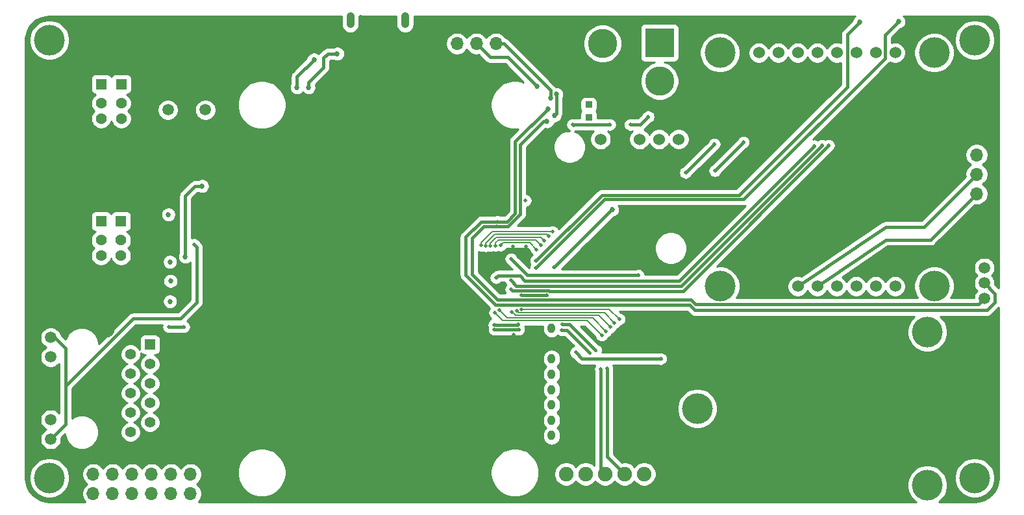
<source format=gbl>
%TF.GenerationSoftware,KiCad,Pcbnew,(5.1.9)-1*%
%TF.CreationDate,2021-12-11T15:02:24-08:00*%
%TF.ProjectId,DevelopmentBoard,44657665-6c6f-4706-9d65-6e74426f6172,rev?*%
%TF.SameCoordinates,Original*%
%TF.FileFunction,Copper,L2,Bot*%
%TF.FilePolarity,Positive*%
%FSLAX46Y46*%
G04 Gerber Fmt 4.6, Leading zero omitted, Abs format (unit mm)*
G04 Created by KiCad (PCBNEW (5.1.9)-1) date 2021-12-11 15:02:24*
%MOMM*%
%LPD*%
G01*
G04 APERTURE LIST*
%TA.AperFunction,ComponentPad*%
%ADD10O,1.000000X1.270000*%
%TD*%
%TA.AperFunction,ComponentPad*%
%ADD11C,1.900000*%
%TD*%
%TA.AperFunction,ComponentPad*%
%ADD12C,4.000000*%
%TD*%
%TA.AperFunction,ComponentPad*%
%ADD13C,1.524000*%
%TD*%
%TA.AperFunction,ComponentPad*%
%ADD14R,1.408000X1.408000*%
%TD*%
%TA.AperFunction,ComponentPad*%
%ADD15C,1.408000*%
%TD*%
%TA.AperFunction,ComponentPad*%
%ADD16C,2.550000*%
%TD*%
%TA.AperFunction,ComponentPad*%
%ADD17C,1.508000*%
%TD*%
%TA.AperFunction,ComponentPad*%
%ADD18C,1.500000*%
%TD*%
%TA.AperFunction,ComponentPad*%
%ADD19R,1.428000X1.428000*%
%TD*%
%TA.AperFunction,ComponentPad*%
%ADD20C,1.428000*%
%TD*%
%TA.AperFunction,ComponentPad*%
%ADD21C,3.316000*%
%TD*%
%TA.AperFunction,ComponentPad*%
%ADD22O,1.050000X2.100000*%
%TD*%
%TA.AperFunction,ComponentPad*%
%ADD23R,3.800000X3.800000*%
%TD*%
%TA.AperFunction,ComponentPad*%
%ADD24C,3.800000*%
%TD*%
%TA.AperFunction,ComponentPad*%
%ADD25R,0.930000X0.890000*%
%TD*%
%TA.AperFunction,ComponentPad*%
%ADD26O,1.700000X1.700000*%
%TD*%
%TA.AperFunction,ComponentPad*%
%ADD27R,1.700000X1.700000*%
%TD*%
%TA.AperFunction,ViaPad*%
%ADD28C,4.000000*%
%TD*%
%TA.AperFunction,ViaPad*%
%ADD29C,0.685800*%
%TD*%
%TA.AperFunction,ViaPad*%
%ADD30C,0.500000*%
%TD*%
%TA.AperFunction,Conductor*%
%ADD31C,1.500000*%
%TD*%
%TA.AperFunction,Conductor*%
%ADD32C,0.400000*%
%TD*%
%TA.AperFunction,Conductor*%
%ADD33C,0.200000*%
%TD*%
%TA.AperFunction,Conductor*%
%ADD34C,0.254000*%
%TD*%
%TA.AperFunction,Conductor*%
%ADD35C,0.100000*%
%TD*%
G04 APERTURE END LIST*
D10*
%TO.P,A1,10*%
%TO.N,/SBUS*%
X161746000Y-115226000D03*
%TO.P,A1,8*%
%TO.N,Net-(A1-Pad8)*%
X161746000Y-119226000D03*
%TO.P,A1,9*%
%TO.N,Net-(A1-Pad9)*%
X161746000Y-117226000D03*
%TO.P,A1,7*%
%TO.N,Net-(A1-Pad7)*%
X161746000Y-121226000D03*
%TO.P,A1,12*%
%TO.N,Net-(A1-Pad12)*%
X161746000Y-111226000D03*
D11*
%TO.P,A1,6*%
%TO.N,Net-(A1-Pad6)*%
X163656000Y-126256000D03*
%TO.P,A1,4*%
%TO.N,/CH2*%
X168736000Y-126256000D03*
D10*
%TO.P,A1,11*%
%TO.N,Net-(A1-Pad11)*%
X161746000Y-113226000D03*
D11*
%TO.P,A1,2*%
%TO.N,+5V*%
X173816000Y-126256000D03*
D10*
%TO.P,A1,14*%
%TO.N,Net-(A1-Pad14)*%
X161746000Y-107226000D03*
D11*
%TO.P,A1,1*%
%TO.N,GND*%
X176356000Y-126256000D03*
%TO.P,A1,3*%
%TO.N,/CH1*%
X171276000Y-126256000D03*
D10*
%TO.P,A1,13*%
%TO.N,GND*%
X161746000Y-109226000D03*
D11*
%TO.P,A1,5*%
%TO.N,Net-(A1-Pad5)*%
X166196000Y-126256000D03*
%TD*%
D12*
%TO.P,U5,*%
%TO.N,*%
X183694800Y-71261800D03*
X183694800Y-101741800D03*
X211634800Y-101741800D03*
X211634800Y-71261800D03*
D13*
%TO.P,U5,12*%
%TO.N,Net-(J1-Pad4)*%
X196394800Y-101741800D03*
%TO.P,U5,11*%
%TO.N,Net-(J1-Pad3)*%
X193854800Y-101741800D03*
%TO.P,U5,10*%
%TO.N,GND*%
X191314800Y-101741800D03*
%TO.P,U5,9*%
X188774800Y-101741800D03*
%TO.P,U5,13*%
%TO.N,Net-(TP2-Pad1)*%
X198934800Y-101741800D03*
%TO.P,U5,14*%
%TO.N,Net-(TP1-Pad1)*%
X201474800Y-101741800D03*
%TO.P,U5,15*%
%TO.N,+5V*%
X204014800Y-101741800D03*
%TO.P,U5,16*%
%TO.N,Net-(R10-Pad1)*%
X206554800Y-101741800D03*
%TO.P,U5,1*%
%TO.N,Net-(R8-Pad2)*%
X206554800Y-71261800D03*
%TO.P,U5,8*%
%TO.N,/VN-100_CS*%
X188774800Y-71261800D03*
%TO.P,U5,5*%
%TO.N,/VN-100_MISO*%
X196394800Y-71261800D03*
%TO.P,U5,2*%
%TO.N,Net-(R9-Pad2)*%
X204014800Y-71261800D03*
%TO.P,U5,3*%
%TO.N,/VN-100_SCK*%
X201474800Y-71261800D03*
%TO.P,U5,7*%
%TO.N,Net-(U5-Pad7)*%
X191314800Y-71261800D03*
%TO.P,U5,6*%
%TO.N,Net-(R7-Pad1)*%
X193854800Y-71261800D03*
%TO.P,U5,4*%
%TO.N,/VN-100_MOSI*%
X198934800Y-71261800D03*
%TD*%
%TO.P,U3,3*%
%TO.N,Net-(U3-Pad3)*%
X173228000Y-82550000D03*
%TO.P,U3,2*%
%TO.N,Net-(U3-Pad2)*%
X175768000Y-82550000D03*
%TO.P,U3,1*%
%TO.N,Net-(U3-Pad1)*%
X178318000Y-82540000D03*
%TO.P,U3,4*%
%TO.N,GND*%
X170688000Y-82550000D03*
%TO.P,U3,5*%
%TO.N,+5V*%
X168148000Y-82550000D03*
%TO.P,U3,6*%
%TO.N,GND*%
X178318000Y-93230000D03*
%TD*%
D14*
%TO.P,J4,1*%
%TO.N,/ETH_P0_P*%
X109391000Y-109347000D03*
D15*
%TO.P,J4,2*%
%TO.N,/ETH_P0_N*%
X106851000Y-110617000D03*
%TO.P,J4,3*%
%TO.N,/ETH_P1_P*%
X109391000Y-111887000D03*
%TO.P,J4,4*%
%TO.N,/ETH_P1_N*%
X106851000Y-113157000D03*
%TO.P,J4,5*%
%TO.N,Net-(J4-Pad5)*%
X109391000Y-114427000D03*
%TO.P,J4,6*%
%TO.N,Net-(J4-Pad6)*%
X106851000Y-115697000D03*
%TO.P,J4,7*%
%TO.N,/ETH_P2_P*%
X109391000Y-116967000D03*
%TO.P,J4,8*%
%TO.N,/ETH_P2_N*%
X106851000Y-118237000D03*
D16*
%TO.P,J4,S1*%
%TO.N,GND*%
X103551000Y-122912000D03*
%TO.P,J4,S2*%
X103551000Y-107212000D03*
D17*
%TO.P,J4,11*%
%TO.N,+3V3*%
X96441000Y-108432000D03*
%TO.P,J4,14*%
X96441000Y-121692000D03*
D15*
%TO.P,J4,9*%
%TO.N,/ETH_P3_P*%
X109391000Y-119507000D03*
%TO.P,J4,10*%
%TO.N,/ETH_P3_N*%
X106851000Y-120777000D03*
D17*
%TO.P,J4,12*%
%TO.N,Net-(J4-Pad12)*%
X96441000Y-110972000D03*
%TO.P,J4,13*%
%TO.N,Net-(J4-Pad13)*%
X96441000Y-119152000D03*
%TD*%
D18*
%TO.P,Y1,1*%
%TO.N,Net-(IC1-Pad3)*%
X116606000Y-78702000D03*
%TO.P,Y1,2*%
%TO.N,Net-(IC1-Pad2)*%
X111726000Y-78702000D03*
%TD*%
D19*
%TO.P,J3,1_1*%
%TO.N,+5V*%
X103001000Y-93241000D03*
D20*
%TO.P,J3,2_1*%
%TO.N,/D1-*%
X103001000Y-95741000D03*
%TO.P,J3,3_1*%
%TO.N,/D1+*%
X103001000Y-97741000D03*
%TO.P,J3,4_1*%
%TO.N,GND*%
X103001000Y-100241000D03*
D21*
%TO.P,J3,S1*%
X105971000Y-90171000D03*
X105971000Y-103311000D03*
X100291000Y-90171000D03*
X100291000Y-103311000D03*
D19*
%TO.P,J3,1_2*%
%TO.N,+5V*%
X105621000Y-93241000D03*
D20*
%TO.P,J3,2_2*%
%TO.N,/D2-*%
X105621000Y-95741000D03*
%TO.P,J3,3_2*%
%TO.N,/D2+*%
X105621000Y-97741000D03*
%TO.P,J3,4_2*%
%TO.N,GND*%
X105621000Y-100241000D03*
%TD*%
D19*
%TO.P,J2,1_1*%
%TO.N,+5V*%
X103026000Y-75341000D03*
D20*
%TO.P,J2,2_1*%
%TO.N,/D3-*%
X103026000Y-77841000D03*
%TO.P,J2,3_1*%
%TO.N,/D3+*%
X103026000Y-79841000D03*
%TO.P,J2,4_1*%
%TO.N,GND*%
X103026000Y-82341000D03*
D21*
%TO.P,J2,S1*%
X105996000Y-72271000D03*
X105996000Y-85411000D03*
X100316000Y-72271000D03*
X100316000Y-85411000D03*
D19*
%TO.P,J2,1_2*%
%TO.N,+5V*%
X105646000Y-75341000D03*
D20*
%TO.P,J2,2_2*%
%TO.N,/D4-*%
X105646000Y-77841000D03*
%TO.P,J2,3_2*%
%TO.N,/D4+*%
X105646000Y-79841000D03*
%TO.P,J2,4_2*%
%TO.N,GND*%
X105646000Y-82341000D03*
%TD*%
D22*
%TO.P,U4,S6*%
%TO.N,N/C*%
X135516000Y-67036000D03*
%TO.P,U4,S5*%
X142666000Y-67036000D03*
%TD*%
D23*
%TO.P,X1,1*%
%TO.N,GND*%
X163384000Y-70066000D03*
D24*
%TO.P,X1,2*%
%TO.N,+12V*%
X168384000Y-70066000D03*
%TD*%
D23*
%TO.P,X2,1*%
%TO.N,+12V*%
X175830000Y-69946000D03*
D24*
%TO.P,X2,2*%
%TO.N,Net-(U3-Pad3)*%
X175830000Y-74946000D03*
%TD*%
D18*
%TO.P,X3,2*%
%TO.N,+5V*%
X218186000Y-99330000D03*
%TO.P,X3,1*%
%TO.N,GND*%
X218186000Y-97330000D03*
%TO.P,X3,3*%
%TO.N,/SDA*%
X218186000Y-101330000D03*
%TO.P,X3,4*%
%TO.N,/SCL*%
X218186000Y-103330000D03*
%TD*%
D25*
%TO.P,D1,1*%
%TO.N,Net-(D1-Pad1)*%
X166586000Y-79664000D03*
%TO.P,D1,2*%
%TO.N,Net-(D1-Pad2)*%
X166586000Y-78036000D03*
%TD*%
D26*
%TO.P,J1,4*%
%TO.N,Net-(J1-Pad4)*%
X217170000Y-89662000D03*
%TO.P,J1,3*%
%TO.N,Net-(J1-Pad3)*%
X217170000Y-87122000D03*
%TO.P,J1,2*%
%TO.N,+5V*%
X217170000Y-84582000D03*
D27*
%TO.P,J1,1*%
%TO.N,GND*%
X217170000Y-82042000D03*
%TD*%
D12*
%TO.P,U2,*%
%TO.N,*%
X180756000Y-117696000D03*
X210756000Y-127696000D03*
X210756000Y-107696000D03*
%TD*%
D27*
%TO.P,J5,1*%
%TO.N,GND*%
X146874000Y-70066000D03*
D26*
%TO.P,J5,2*%
%TO.N,+5V*%
X149414000Y-70066000D03*
%TO.P,J5,3*%
%TO.N,/SCL*%
X151954000Y-70066000D03*
%TO.P,J5,4*%
%TO.N,/SDA*%
X154494000Y-70066000D03*
%TD*%
D27*
%TO.P,J6,1*%
%TO.N,GND*%
X117216000Y-126281000D03*
D26*
%TO.P,J6,2*%
X117216000Y-128821000D03*
%TO.P,J6,3*%
%TO.N,/GPIO28*%
X114676000Y-126281000D03*
%TO.P,J6,4*%
%TO.N,/GPIO27*%
X114676000Y-128821000D03*
%TO.P,J6,5*%
%TO.N,/GPIO4*%
X112136000Y-126281000D03*
%TO.P,J6,6*%
%TO.N,/GPIO22*%
X112136000Y-128821000D03*
%TO.P,J6,7*%
%TO.N,/GPIO13*%
X109596000Y-126281000D03*
%TO.P,J6,8*%
%TO.N,/GPIO3*%
X109596000Y-128821000D03*
%TO.P,J6,9*%
%TO.N,/GPIO26*%
X107056000Y-126281000D03*
%TO.P,J6,10*%
%TO.N,/GPIO19*%
X107056000Y-128821000D03*
%TO.P,J6,11*%
%TO.N,/GPIO5*%
X104516000Y-126281000D03*
%TO.P,J6,12*%
%TO.N,/GPIO6*%
X104516000Y-128821000D03*
%TO.P,J6,13*%
%TO.N,+5V*%
X101976000Y-126281000D03*
%TO.P,J6,14*%
X101976000Y-128821000D03*
%TD*%
D28*
%TO.N,*%
X96266000Y-69596000D03*
X96266000Y-126746000D03*
X216916000Y-126746000D03*
X216916000Y-69596000D03*
D29*
%TO.N,GND*%
X119336000Y-85386000D03*
X119336000Y-84236000D03*
X111776000Y-83186000D03*
X111846000Y-96306000D03*
D30*
X122540320Y-90168000D03*
X122540320Y-91367999D03*
X122540320Y-92567999D03*
X122540320Y-94968001D03*
X122540320Y-96168001D03*
X122540320Y-97367999D03*
X122540320Y-98568000D03*
X122540320Y-100968000D03*
X122540320Y-102167999D03*
X122540320Y-103368000D03*
X122540320Y-104568001D03*
X122540320Y-105768000D03*
X122542104Y-106969366D03*
X122541050Y-108167444D03*
X124457338Y-106972751D03*
X124459762Y-105771023D03*
X124459615Y-104564862D03*
X124463680Y-103368001D03*
X124463680Y-102168001D03*
X124463680Y-98567999D03*
X124463680Y-97367999D03*
X124463680Y-96167999D03*
X124463680Y-94968000D03*
X124463680Y-93768000D03*
X124463680Y-92568001D03*
X124463679Y-91368000D03*
X124463680Y-90168000D03*
X158383680Y-96568000D03*
X158383680Y-97767999D03*
X156693010Y-96572795D03*
D29*
X140216000Y-68216000D03*
X136926000Y-66696000D03*
X136736000Y-70196000D03*
X141426000Y-68326000D03*
X140386000Y-70586000D03*
D30*
X155508665Y-109444279D03*
X156779813Y-108064004D03*
X158956000Y-109656000D03*
X158306000Y-108091000D03*
D29*
%TO.N,+5V*%
X112006000Y-103716000D03*
X111986000Y-98556000D03*
X112066000Y-101046000D03*
D30*
%TO.N,+3V3*%
X115136000Y-96286000D03*
X174366000Y-79606000D03*
X164486000Y-80646000D03*
X169363005Y-80645995D03*
X172006000Y-80646000D03*
%TO.N,/SDA*%
X154668289Y-93288309D03*
D29*
X161256000Y-78556000D03*
X161606000Y-77178000D03*
D30*
%TO.N,/SCL*%
X154606000Y-93946000D03*
D29*
X161166000Y-80216000D03*
X162114000Y-79464000D03*
X162368000Y-76670000D03*
X159828000Y-75654000D03*
D30*
%TO.N,/VN-100_CS*%
X182976000Y-83196000D03*
X179207950Y-86905950D03*
X162056000Y-99285988D03*
D29*
X169636000Y-91746000D03*
D30*
%TO.N,/MCU_Reset*%
X156460320Y-98168001D03*
X186766000Y-82946000D03*
X183044000Y-86678000D03*
X173026000Y-100306000D03*
D29*
%TO.N,/RX*%
X206986000Y-67196000D03*
D30*
X159686000Y-99356000D03*
D29*
%TO.N,/TX*%
X201946000Y-67226000D03*
D30*
X159696000Y-98446000D03*
%TO.N,/VN-100_Enable*%
X157856002Y-102908990D03*
X161126000Y-102908990D03*
X175986000Y-111206000D03*
X164906000Y-110386000D03*
%TO.N,/VN-100_MOSI*%
X156460320Y-100967999D03*
X196996000Y-83376000D03*
%TO.N,/VN-100_MISO*%
X195976000Y-83406000D03*
X154488702Y-100633298D03*
%TO.N,/VN-100_SCK*%
X156460320Y-102167999D03*
X197886000Y-83346000D03*
%TO.N,/CH2*%
X163046000Y-107446000D03*
X166738157Y-110458157D03*
X168146000Y-112536000D03*
%TO.N,/CH1*%
X163145831Y-106681236D03*
X167516000Y-110096000D03*
X168976000Y-112436000D03*
D29*
%TO.N,/D0-*%
X130066000Y-75796000D03*
X133816000Y-71386000D03*
%TO.N,/D0+*%
X128556000Y-75776000D03*
X130776002Y-72146000D03*
%TO.N,Net-(IC1-Pad14)*%
X111796000Y-92366000D03*
%TO.N,Net-(C2-Pad2)*%
X113986000Y-97886000D03*
X116186506Y-88666003D03*
D30*
%TO.N,Net-(D1-Pad1)*%
X158335998Y-90566000D03*
%TO.N,Net-(J4-Pad13)*%
X111816000Y-107036000D03*
X113806000Y-107046000D03*
%TO.N,/ETH_LEDG*%
X154236000Y-106756000D03*
X157386000Y-106696000D03*
%TO.N,/ETH_LEDY*%
X154291669Y-107381346D03*
X157476000Y-107346000D03*
%TO.N,/GPIO26*%
X156559575Y-105081364D03*
X169406000Y-107086000D03*
%TO.N,/GPIO19*%
X157219462Y-104909377D03*
X169956000Y-106546000D03*
%TO.N,/GPIO13*%
X157818890Y-104725450D03*
X170586000Y-106036000D03*
%TO.N,/GPIO6*%
X154929818Y-104844695D03*
X168846000Y-107606000D03*
%TO.N,/GPIO3*%
X155106003Y-96396003D03*
X159786000Y-96936000D03*
%TO.N,/GPIO4*%
X154451877Y-96426011D03*
X160346000Y-96386000D03*
%TO.N,/GPIO28*%
X153786000Y-96456000D03*
X160816000Y-95796000D03*
%TO.N,/GPIO27*%
X153159091Y-96466808D03*
X161356000Y-95186000D03*
%TO.N,/GPIO22*%
X152534231Y-96415025D03*
X161846000Y-94596000D03*
%TO.N,/GPIO5*%
X154336000Y-105176000D03*
X168286000Y-108146000D03*
%TD*%
D31*
%TO.N,GND*%
X163986000Y-70066000D02*
X163384000Y-70066000D01*
D32*
%TO.N,+3V3*%
X96942000Y-108432000D02*
X96441000Y-108432000D01*
X98366000Y-109856000D02*
X96942000Y-108432000D01*
X96441000Y-121692000D02*
X98366000Y-119767000D01*
X98366000Y-110186000D02*
X98366000Y-109856000D01*
X164486000Y-80646000D02*
X164566000Y-80726000D01*
X98366000Y-116196000D02*
X98366000Y-110186000D01*
X98366000Y-119767000D02*
X98366000Y-116196000D01*
X98366000Y-114767962D02*
X98366000Y-116196000D01*
X107167962Y-105966000D02*
X98366000Y-114767962D01*
X113356000Y-105966000D02*
X107167962Y-105966000D01*
X115486000Y-103836000D02*
X113356000Y-105966000D01*
X115486000Y-96636000D02*
X115486000Y-103836000D01*
X115136000Y-96286000D02*
X115486000Y-96636000D01*
X164486000Y-80646000D02*
X169363000Y-80646000D01*
X169363000Y-80646000D02*
X169363005Y-80645995D01*
X173326000Y-80646000D02*
X172006000Y-80646000D01*
X174366000Y-79606000D02*
X173326000Y-80646000D01*
%TO.N,/SDA*%
X154668289Y-93288309D02*
X155943691Y-93288309D01*
X155943691Y-93288309D02*
X157006000Y-92226000D01*
X157006000Y-82806000D02*
X161256000Y-78556000D01*
X157006000Y-92226000D02*
X157006000Y-82806000D01*
X218536000Y-104836000D02*
X219546000Y-103826000D01*
X219546000Y-102690000D02*
X218186000Y-101330000D01*
X219546000Y-103826000D02*
X219546000Y-102690000D01*
X161606000Y-76162000D02*
X161606000Y-77178000D01*
X155510000Y-70066000D02*
X161606000Y-76162000D01*
X154494000Y-70066000D02*
X155510000Y-70066000D01*
X158101287Y-104153883D02*
X179723883Y-104153883D01*
X218546000Y-104826000D02*
X218566000Y-104806000D01*
X180396000Y-104826000D02*
X218546000Y-104826000D01*
X158095852Y-104148448D02*
X158101287Y-104153883D01*
X154668289Y-93288309D02*
X152593691Y-93288309D01*
X150566000Y-95316000D02*
X150566000Y-100296000D01*
X152593691Y-93288309D02*
X150566000Y-95316000D01*
X179723883Y-104153883D02*
X180396000Y-104826000D01*
X150566000Y-100296000D02*
X154418448Y-104148448D01*
X154418448Y-104148448D02*
X158095852Y-104148448D01*
%TO.N,/SCL*%
X162114000Y-79464000D02*
X162368000Y-79210000D01*
X162368000Y-79210000D02*
X162368000Y-76670000D01*
X153732000Y-71844000D02*
X151954000Y-70066000D01*
X156018000Y-71844000D02*
X153732000Y-71844000D01*
X159828000Y-75654000D02*
X156018000Y-71844000D01*
X160696000Y-80216000D02*
X161166000Y-80216000D01*
X157656000Y-83256000D02*
X160696000Y-80216000D01*
X156031304Y-93946000D02*
X157656000Y-92321304D01*
X157656000Y-92321304D02*
X157656000Y-83256000D01*
X154606000Y-93946000D02*
X156031304Y-93946000D01*
X210517839Y-104068801D02*
X184811761Y-104068801D01*
X217447199Y-104068801D02*
X210517839Y-104068801D01*
X218186000Y-103330000D02*
X217447199Y-104068801D01*
X154252447Y-93946000D02*
X154606000Y-93946000D01*
X152886000Y-93946000D02*
X154252447Y-93946000D01*
X151386000Y-95446000D02*
X152886000Y-93946000D01*
X151386000Y-100176000D02*
X151386000Y-95446000D01*
X154696000Y-103486000D02*
X151386000Y-100176000D01*
X179926000Y-103486000D02*
X154696000Y-103486000D01*
X180508801Y-104068801D02*
X179926000Y-103486000D01*
X184758801Y-104068801D02*
X180508801Y-104068801D01*
X184806000Y-104116000D02*
X184758801Y-104068801D01*
%TO.N,/VN-100_CS*%
X179266050Y-86905950D02*
X179207950Y-86905950D01*
X182976000Y-83196000D02*
X179266050Y-86905950D01*
X162056000Y-99285988D02*
X169595988Y-91746000D01*
X169595988Y-91746000D02*
X169636000Y-91746000D01*
%TO.N,/MCU_Reset*%
X186766000Y-82946000D02*
X183044000Y-86668000D01*
X183044000Y-86668000D02*
X183044000Y-86678000D01*
X156460320Y-98168001D02*
X158598319Y-100306000D01*
X158598319Y-100306000D02*
X173026000Y-100306000D01*
%TO.N,/RX*%
X205206000Y-68976000D02*
X205206000Y-71566000D01*
X206986000Y-67196000D02*
X205206000Y-68976000D01*
X168656000Y-90386000D02*
X159686000Y-99356000D01*
X186786000Y-90386000D02*
X168656000Y-90386000D01*
X205196000Y-71976000D02*
X186786000Y-90386000D01*
X205196000Y-71136000D02*
X205196000Y-71976000D01*
%TO.N,/TX*%
X201946000Y-67226000D02*
X200286000Y-68886000D01*
X200286000Y-68886000D02*
X200286000Y-75716000D01*
X200286000Y-75716000D02*
X186143011Y-89858989D01*
X186143011Y-89858989D02*
X168283011Y-89858989D01*
X168283011Y-89858989D02*
X159696000Y-98446000D01*
%TO.N,/VN-100_Enable*%
X161126000Y-102908990D02*
X160772447Y-102908990D01*
X160772447Y-102908990D02*
X157856002Y-102908990D01*
X175986000Y-111206000D02*
X165726000Y-111206000D01*
X165726000Y-111206000D02*
X164906000Y-110386000D01*
%TO.N,Net-(R10-Pad1)*%
X206476000Y-101820600D02*
X206554800Y-101741800D01*
%TO.N,/VN-100_MOSI*%
X157178321Y-101686000D02*
X178686000Y-101686000D01*
X178686000Y-101686000D02*
X196996000Y-83376000D01*
X156460320Y-100967999D02*
X157178321Y-101686000D01*
%TO.N,/VN-100_MISO*%
X158246000Y-100996000D02*
X157633299Y-100383299D01*
X154738701Y-100383299D02*
X154488702Y-100633298D01*
X157633299Y-100383299D02*
X154738701Y-100383299D01*
X195976000Y-83406000D02*
X178386000Y-100996000D01*
X178386000Y-100996000D02*
X158246000Y-100996000D01*
%TO.N,/VN-100_SCK*%
X156624309Y-102331988D02*
X161402962Y-102331988D01*
X178873001Y-102358999D02*
X197636001Y-83595999D01*
X156460320Y-102167999D02*
X156624309Y-102331988D01*
X161402962Y-102331988D02*
X161429973Y-102358999D01*
X197636001Y-83595999D02*
X197886000Y-83346000D01*
X161429973Y-102358999D02*
X178873001Y-102358999D01*
%TO.N,/CH2*%
X163726000Y-107446000D02*
X166738157Y-110458157D01*
X163046000Y-107446000D02*
X163726000Y-107446000D01*
X168146000Y-125666000D02*
X168736000Y-126256000D01*
X168146000Y-112536000D02*
X168146000Y-125666000D01*
%TO.N,/CH1*%
X163145831Y-106681236D02*
X164101236Y-106681236D01*
X164101236Y-106681236D02*
X167516000Y-110096000D01*
X171276000Y-126256000D02*
X168976000Y-123956000D01*
X168976000Y-123956000D02*
X168976000Y-112436000D01*
%TO.N,Net-(J1-Pad4)*%
X217166000Y-89666000D02*
X217170000Y-89662000D01*
X217170000Y-89662000D02*
X211166000Y-95666000D01*
X211166000Y-95666000D02*
X205336000Y-95666000D01*
X196394800Y-101741800D02*
X196394800Y-101617200D01*
X196394800Y-101741800D02*
X205326000Y-95676000D01*
%TO.N,Net-(J1-Pad3)*%
X205356000Y-93986000D02*
X205336000Y-94006000D01*
X205336000Y-94006000D02*
X193854800Y-101741800D01*
X210306000Y-93986000D02*
X205356000Y-93986000D01*
X217170000Y-87122000D02*
X210306000Y-93986000D01*
%TO.N,/D0-*%
X130066000Y-75796000D02*
X130076000Y-75786000D01*
X130066000Y-75106000D02*
X130066000Y-75796000D01*
X132006000Y-73166000D02*
X130066000Y-75106000D01*
X132006000Y-71946000D02*
X132006000Y-73166000D01*
X132566000Y-71386000D02*
X132006000Y-71946000D01*
X133816000Y-71386000D02*
X132566000Y-71386000D01*
D33*
%TO.N,/D0+*%
X130786002Y-72136000D02*
X130776002Y-72146000D01*
D32*
X128556000Y-75776000D02*
X128556000Y-74366002D01*
X128556000Y-74366002D02*
X130776002Y-72146000D01*
%TO.N,Net-(C2-Pad2)*%
X113986000Y-89926000D02*
X113986000Y-97886000D01*
X115245997Y-88666003D02*
X113986000Y-89926000D01*
X116186506Y-88666003D02*
X115245997Y-88666003D01*
%TO.N,Net-(J4-Pad13)*%
X113796000Y-107036000D02*
X113806000Y-107046000D01*
X111816000Y-107036000D02*
X113796000Y-107036000D01*
%TO.N,/ETH_LEDG*%
X154236000Y-106689385D02*
X154236000Y-106756000D01*
X154236000Y-106756000D02*
X157326000Y-106756000D01*
X157326000Y-106756000D02*
X157386000Y-106696000D01*
%TO.N,/ETH_LEDY*%
X157440654Y-107381346D02*
X157476000Y-107346000D01*
X154291669Y-107381346D02*
X157440654Y-107381346D01*
D33*
%TO.N,/GPIO26*%
X156559575Y-105081364D02*
X157024211Y-105546000D01*
X157024211Y-105546000D02*
X167866000Y-105546000D01*
X167866000Y-105546000D02*
X169406000Y-107086000D01*
%TO.N,/GPIO19*%
X157219462Y-104909377D02*
X157517970Y-105207885D01*
X157517970Y-105207885D02*
X168617885Y-105207885D01*
X168617885Y-105207885D02*
X169956000Y-106546000D01*
%TO.N,/GPIO13*%
X157818890Y-104725450D02*
X169275450Y-104725450D01*
X169275450Y-104725450D02*
X170586000Y-106036000D01*
%TO.N,/GPIO6*%
X154929818Y-104844695D02*
X155958133Y-105873010D01*
X155958133Y-105873010D02*
X167113010Y-105873010D01*
X167113010Y-105873010D02*
X168846000Y-107606000D01*
%TO.N,/GPIO3*%
X158896000Y-96046000D02*
X159786000Y-96936000D01*
X155456006Y-96046000D02*
X158896000Y-96046000D01*
X155106003Y-96396003D02*
X155456006Y-96046000D01*
%TO.N,/GPIO4*%
X154451877Y-96426011D02*
X154451877Y-96072458D01*
X154451877Y-96072458D02*
X154828334Y-95696001D01*
X154828334Y-95696001D02*
X159656001Y-95696001D01*
X159656001Y-95696001D02*
X160346000Y-96386000D01*
%TO.N,/GPIO28*%
X153786000Y-96456000D02*
X153786000Y-96102447D01*
X153786000Y-96102447D02*
X154532447Y-95356000D01*
X154532447Y-95356000D02*
X160376000Y-95356000D01*
X160376000Y-95356000D02*
X160816000Y-95796000D01*
%TO.N,/GPIO27*%
X154336345Y-94936001D02*
X161106001Y-94936001D01*
X153159091Y-96466808D02*
X153159091Y-96113255D01*
X153159091Y-96113255D02*
X154336345Y-94936001D01*
X161106001Y-94936001D02*
X161356000Y-95186000D01*
%TO.N,/GPIO22*%
X153999703Y-94596000D02*
X161846000Y-94596000D01*
X152534231Y-96415025D02*
X152534231Y-96061472D01*
X152534231Y-96061472D02*
X153999703Y-94596000D01*
%TO.N,/GPIO5*%
X154336000Y-105176000D02*
X155360020Y-106200020D01*
X155360020Y-106200020D02*
X166340020Y-106200020D01*
X166340020Y-106200020D02*
X168286000Y-108146000D01*
%TD*%
D34*
%TO.N,GND*%
X134356000Y-67617978D02*
X134372785Y-67788399D01*
X134439115Y-68007059D01*
X134546829Y-68208578D01*
X134691788Y-68385212D01*
X134868421Y-68530171D01*
X135069940Y-68637885D01*
X135288600Y-68704215D01*
X135516000Y-68726612D01*
X135743399Y-68704215D01*
X135962059Y-68637885D01*
X136163578Y-68530171D01*
X136340212Y-68385212D01*
X136485171Y-68208579D01*
X136592885Y-68007060D01*
X136659215Y-67788400D01*
X136676000Y-67617979D01*
X136676000Y-66471000D01*
X141506000Y-66471000D01*
X141506000Y-67617978D01*
X141522785Y-67788399D01*
X141589115Y-68007059D01*
X141696829Y-68208578D01*
X141841788Y-68385212D01*
X142018421Y-68530171D01*
X142219940Y-68637885D01*
X142438600Y-68704215D01*
X142666000Y-68726612D01*
X142893399Y-68704215D01*
X143112059Y-68637885D01*
X143313578Y-68530171D01*
X143490212Y-68385212D01*
X143635171Y-68208579D01*
X143742885Y-68007060D01*
X143809215Y-67788400D01*
X143826000Y-67617979D01*
X143826000Y-66471000D01*
X201318040Y-66471000D01*
X201186415Y-66602625D01*
X201079396Y-66762790D01*
X201005680Y-66940757D01*
X200994582Y-66996549D01*
X199724579Y-68266554D01*
X199692709Y-68292709D01*
X199592700Y-68414571D01*
X199588364Y-68419855D01*
X199510828Y-68564914D01*
X199463082Y-68722312D01*
X199446960Y-68886000D01*
X199451000Y-68927019D01*
X199451000Y-69963515D01*
X199342290Y-69918486D01*
X199072392Y-69864800D01*
X198797208Y-69864800D01*
X198527310Y-69918486D01*
X198273073Y-70023795D01*
X198044265Y-70176680D01*
X197849680Y-70371265D01*
X197696795Y-70600073D01*
X197664800Y-70677315D01*
X197632805Y-70600073D01*
X197479920Y-70371265D01*
X197285335Y-70176680D01*
X197056527Y-70023795D01*
X196802290Y-69918486D01*
X196532392Y-69864800D01*
X196257208Y-69864800D01*
X195987310Y-69918486D01*
X195733073Y-70023795D01*
X195504265Y-70176680D01*
X195309680Y-70371265D01*
X195156795Y-70600073D01*
X195124800Y-70677315D01*
X195092805Y-70600073D01*
X194939920Y-70371265D01*
X194745335Y-70176680D01*
X194516527Y-70023795D01*
X194262290Y-69918486D01*
X193992392Y-69864800D01*
X193717208Y-69864800D01*
X193447310Y-69918486D01*
X193193073Y-70023795D01*
X192964265Y-70176680D01*
X192769680Y-70371265D01*
X192616795Y-70600073D01*
X192584800Y-70677315D01*
X192552805Y-70600073D01*
X192399920Y-70371265D01*
X192205335Y-70176680D01*
X191976527Y-70023795D01*
X191722290Y-69918486D01*
X191452392Y-69864800D01*
X191177208Y-69864800D01*
X190907310Y-69918486D01*
X190653073Y-70023795D01*
X190424265Y-70176680D01*
X190229680Y-70371265D01*
X190076795Y-70600073D01*
X190044800Y-70677315D01*
X190012805Y-70600073D01*
X189859920Y-70371265D01*
X189665335Y-70176680D01*
X189436527Y-70023795D01*
X189182290Y-69918486D01*
X188912392Y-69864800D01*
X188637208Y-69864800D01*
X188367310Y-69918486D01*
X188113073Y-70023795D01*
X187884265Y-70176680D01*
X187689680Y-70371265D01*
X187536795Y-70600073D01*
X187431486Y-70854310D01*
X187377800Y-71124208D01*
X187377800Y-71399392D01*
X187431486Y-71669290D01*
X187536795Y-71923527D01*
X187689680Y-72152335D01*
X187884265Y-72346920D01*
X188113073Y-72499805D01*
X188367310Y-72605114D01*
X188637208Y-72658800D01*
X188912392Y-72658800D01*
X189182290Y-72605114D01*
X189436527Y-72499805D01*
X189665335Y-72346920D01*
X189859920Y-72152335D01*
X190012805Y-71923527D01*
X190044800Y-71846285D01*
X190076795Y-71923527D01*
X190229680Y-72152335D01*
X190424265Y-72346920D01*
X190653073Y-72499805D01*
X190907310Y-72605114D01*
X191177208Y-72658800D01*
X191452392Y-72658800D01*
X191722290Y-72605114D01*
X191976527Y-72499805D01*
X192205335Y-72346920D01*
X192399920Y-72152335D01*
X192552805Y-71923527D01*
X192584800Y-71846285D01*
X192616795Y-71923527D01*
X192769680Y-72152335D01*
X192964265Y-72346920D01*
X193193073Y-72499805D01*
X193447310Y-72605114D01*
X193717208Y-72658800D01*
X193992392Y-72658800D01*
X194262290Y-72605114D01*
X194516527Y-72499805D01*
X194745335Y-72346920D01*
X194939920Y-72152335D01*
X195092805Y-71923527D01*
X195124800Y-71846285D01*
X195156795Y-71923527D01*
X195309680Y-72152335D01*
X195504265Y-72346920D01*
X195733073Y-72499805D01*
X195987310Y-72605114D01*
X196257208Y-72658800D01*
X196532392Y-72658800D01*
X196802290Y-72605114D01*
X197056527Y-72499805D01*
X197285335Y-72346920D01*
X197479920Y-72152335D01*
X197632805Y-71923527D01*
X197664800Y-71846285D01*
X197696795Y-71923527D01*
X197849680Y-72152335D01*
X198044265Y-72346920D01*
X198273073Y-72499805D01*
X198527310Y-72605114D01*
X198797208Y-72658800D01*
X199072392Y-72658800D01*
X199342290Y-72605114D01*
X199451001Y-72560084D01*
X199451001Y-75370130D01*
X185797144Y-89023989D01*
X168324018Y-89023989D01*
X168283010Y-89019950D01*
X168242002Y-89023989D01*
X168241992Y-89023989D01*
X168119322Y-89036071D01*
X167961924Y-89083817D01*
X167816865Y-89161353D01*
X167689720Y-89265698D01*
X167663572Y-89297560D01*
X162675400Y-94285732D01*
X162630277Y-94176795D01*
X162533424Y-94031845D01*
X162410155Y-93908576D01*
X162265205Y-93811723D01*
X162104145Y-93745010D01*
X161933165Y-93711000D01*
X161758835Y-93711000D01*
X161587855Y-93745010D01*
X161426795Y-93811723D01*
X161353047Y-93861000D01*
X157297171Y-93861000D01*
X158217428Y-92940744D01*
X158249291Y-92914595D01*
X158353636Y-92787450D01*
X158431172Y-92642391D01*
X158478918Y-92484993D01*
X158491000Y-92362323D01*
X158491000Y-92362322D01*
X158495040Y-92321305D01*
X158491000Y-92280286D01*
X158491000Y-91437506D01*
X158594143Y-91416990D01*
X158755203Y-91350277D01*
X158900153Y-91253424D01*
X159023422Y-91130155D01*
X159120275Y-90985205D01*
X159186988Y-90824145D01*
X159220998Y-90653165D01*
X159220998Y-90478835D01*
X159186988Y-90307855D01*
X159120275Y-90146795D01*
X159023422Y-90001845D01*
X158900153Y-89878576D01*
X158755203Y-89781723D01*
X158594143Y-89715010D01*
X158491000Y-89694494D01*
X158491000Y-86818785D01*
X178322950Y-86818785D01*
X178322950Y-86993115D01*
X178356960Y-87164095D01*
X178423673Y-87325155D01*
X178520526Y-87470105D01*
X178643795Y-87593374D01*
X178788745Y-87690227D01*
X178949805Y-87756940D01*
X179120785Y-87790950D01*
X179295115Y-87790950D01*
X179466095Y-87756940D01*
X179627155Y-87690227D01*
X179772105Y-87593374D01*
X179895374Y-87470105D01*
X179920771Y-87432096D01*
X180762032Y-86590835D01*
X182159000Y-86590835D01*
X182159000Y-86765165D01*
X182193010Y-86936145D01*
X182259723Y-87097205D01*
X182356576Y-87242155D01*
X182479845Y-87365424D01*
X182624795Y-87462277D01*
X182785855Y-87528990D01*
X182956835Y-87563000D01*
X183131165Y-87563000D01*
X183302145Y-87528990D01*
X183463205Y-87462277D01*
X183608155Y-87365424D01*
X183731424Y-87242155D01*
X183828277Y-87097205D01*
X183851339Y-87041528D01*
X187146602Y-83746267D01*
X187185205Y-83730277D01*
X187330155Y-83633424D01*
X187453424Y-83510155D01*
X187550277Y-83365205D01*
X187616990Y-83204145D01*
X187651000Y-83033165D01*
X187651000Y-82858835D01*
X187616990Y-82687855D01*
X187550277Y-82526795D01*
X187453424Y-82381845D01*
X187330155Y-82258576D01*
X187185205Y-82161723D01*
X187024145Y-82095010D01*
X186853165Y-82061000D01*
X186678835Y-82061000D01*
X186507855Y-82095010D01*
X186346795Y-82161723D01*
X186201845Y-82258576D01*
X186078576Y-82381845D01*
X185981723Y-82526795D01*
X185965733Y-82565398D01*
X182646330Y-85884803D01*
X182624795Y-85893723D01*
X182479845Y-85990576D01*
X182356576Y-86113845D01*
X182259723Y-86258795D01*
X182193010Y-86419855D01*
X182159000Y-86590835D01*
X180762032Y-86590835D01*
X183356602Y-83996267D01*
X183395205Y-83980277D01*
X183540155Y-83883424D01*
X183663424Y-83760155D01*
X183760277Y-83615205D01*
X183826990Y-83454145D01*
X183861000Y-83283165D01*
X183861000Y-83108835D01*
X183826990Y-82937855D01*
X183760277Y-82776795D01*
X183663424Y-82631845D01*
X183540155Y-82508576D01*
X183395205Y-82411723D01*
X183234145Y-82345010D01*
X183063165Y-82311000D01*
X182888835Y-82311000D01*
X182717855Y-82345010D01*
X182556795Y-82411723D01*
X182411845Y-82508576D01*
X182288576Y-82631845D01*
X182191723Y-82776795D01*
X182175733Y-82815398D01*
X178926534Y-86064599D01*
X178788745Y-86121673D01*
X178643795Y-86218526D01*
X178520526Y-86341795D01*
X178423673Y-86486745D01*
X178356960Y-86647805D01*
X178322950Y-86818785D01*
X158491000Y-86818785D01*
X158491000Y-83601867D01*
X158733146Y-83359721D01*
X161953000Y-83359721D01*
X161953000Y-83780279D01*
X162035047Y-84192756D01*
X162195988Y-84581302D01*
X162429637Y-84930983D01*
X162727017Y-85228363D01*
X163076698Y-85462012D01*
X163465244Y-85622953D01*
X163877721Y-85705000D01*
X164298279Y-85705000D01*
X164710756Y-85622953D01*
X165099302Y-85462012D01*
X165448983Y-85228363D01*
X165746363Y-84930983D01*
X165980012Y-84581302D01*
X166140953Y-84192756D01*
X166223000Y-83780279D01*
X166223000Y-83359721D01*
X166140953Y-82947244D01*
X165980012Y-82558698D01*
X165746363Y-82209017D01*
X165448983Y-81911637D01*
X165099302Y-81677988D01*
X164763175Y-81538760D01*
X164887086Y-81501172D01*
X164924825Y-81481000D01*
X167241345Y-81481000D01*
X167062880Y-81659465D01*
X166909995Y-81888273D01*
X166804686Y-82142510D01*
X166751000Y-82412408D01*
X166751000Y-82687592D01*
X166804686Y-82957490D01*
X166909995Y-83211727D01*
X167062880Y-83440535D01*
X167257465Y-83635120D01*
X167486273Y-83788005D01*
X167740510Y-83893314D01*
X168010408Y-83947000D01*
X168285592Y-83947000D01*
X168555490Y-83893314D01*
X168809727Y-83788005D01*
X169038535Y-83635120D01*
X169233120Y-83440535D01*
X169386005Y-83211727D01*
X169491314Y-82957490D01*
X169545000Y-82687592D01*
X169545000Y-82412408D01*
X169491314Y-82142510D01*
X169386005Y-81888273D01*
X169233120Y-81659465D01*
X169054655Y-81481000D01*
X169066269Y-81481000D01*
X169104860Y-81496985D01*
X169275840Y-81530995D01*
X169450170Y-81530995D01*
X169621150Y-81496985D01*
X169782210Y-81430272D01*
X169927160Y-81333419D01*
X170050429Y-81210150D01*
X170147282Y-81065200D01*
X170213995Y-80904140D01*
X170248005Y-80733160D01*
X170248005Y-80558835D01*
X171121000Y-80558835D01*
X171121000Y-80733165D01*
X171155010Y-80904145D01*
X171221723Y-81065205D01*
X171318576Y-81210155D01*
X171441845Y-81333424D01*
X171586795Y-81430277D01*
X171747855Y-81496990D01*
X171918835Y-81531000D01*
X172093165Y-81531000D01*
X172264145Y-81496990D01*
X172302748Y-81481000D01*
X172321345Y-81481000D01*
X172142880Y-81659465D01*
X171989995Y-81888273D01*
X171884686Y-82142510D01*
X171831000Y-82412408D01*
X171831000Y-82687592D01*
X171884686Y-82957490D01*
X171989995Y-83211727D01*
X172142880Y-83440535D01*
X172337465Y-83635120D01*
X172566273Y-83788005D01*
X172820510Y-83893314D01*
X173090408Y-83947000D01*
X173365592Y-83947000D01*
X173635490Y-83893314D01*
X173889727Y-83788005D01*
X174118535Y-83635120D01*
X174313120Y-83440535D01*
X174466005Y-83211727D01*
X174498000Y-83134485D01*
X174529995Y-83211727D01*
X174682880Y-83440535D01*
X174877465Y-83635120D01*
X175106273Y-83788005D01*
X175360510Y-83893314D01*
X175630408Y-83947000D01*
X175905592Y-83947000D01*
X176175490Y-83893314D01*
X176429727Y-83788005D01*
X176658535Y-83635120D01*
X176853120Y-83440535D01*
X177006005Y-83211727D01*
X177045071Y-83117414D01*
X177079995Y-83201727D01*
X177232880Y-83430535D01*
X177427465Y-83625120D01*
X177656273Y-83778005D01*
X177910510Y-83883314D01*
X178180408Y-83937000D01*
X178455592Y-83937000D01*
X178725490Y-83883314D01*
X178979727Y-83778005D01*
X179208535Y-83625120D01*
X179403120Y-83430535D01*
X179556005Y-83201727D01*
X179661314Y-82947490D01*
X179715000Y-82677592D01*
X179715000Y-82402408D01*
X179661314Y-82132510D01*
X179556005Y-81878273D01*
X179403120Y-81649465D01*
X179208535Y-81454880D01*
X178979727Y-81301995D01*
X178725490Y-81196686D01*
X178455592Y-81143000D01*
X178180408Y-81143000D01*
X177910510Y-81196686D01*
X177656273Y-81301995D01*
X177427465Y-81454880D01*
X177232880Y-81649465D01*
X177079995Y-81878273D01*
X177040929Y-81972586D01*
X177006005Y-81888273D01*
X176853120Y-81659465D01*
X176658535Y-81464880D01*
X176429727Y-81311995D01*
X176175490Y-81206686D01*
X175905592Y-81153000D01*
X175630408Y-81153000D01*
X175360510Y-81206686D01*
X175106273Y-81311995D01*
X174877465Y-81464880D01*
X174682880Y-81659465D01*
X174529995Y-81888273D01*
X174498000Y-81965515D01*
X174466005Y-81888273D01*
X174313120Y-81659465D01*
X174118535Y-81464880D01*
X173889727Y-81311995D01*
X173850500Y-81295746D01*
X173919291Y-81239291D01*
X173945446Y-81207421D01*
X174746600Y-80406268D01*
X174785205Y-80390277D01*
X174930155Y-80293424D01*
X175053424Y-80170155D01*
X175150277Y-80025205D01*
X175216990Y-79864145D01*
X175251000Y-79693165D01*
X175251000Y-79518835D01*
X175216990Y-79347855D01*
X175150277Y-79186795D01*
X175053424Y-79041845D01*
X174930155Y-78918576D01*
X174785205Y-78821723D01*
X174624145Y-78755010D01*
X174453165Y-78721000D01*
X174278835Y-78721000D01*
X174107855Y-78755010D01*
X173946795Y-78821723D01*
X173801845Y-78918576D01*
X173678576Y-79041845D01*
X173581723Y-79186795D01*
X173565732Y-79225400D01*
X172980133Y-79811000D01*
X172302748Y-79811000D01*
X172264145Y-79795010D01*
X172093165Y-79761000D01*
X171918835Y-79761000D01*
X171747855Y-79795010D01*
X171586795Y-79861723D01*
X171441845Y-79958576D01*
X171318576Y-80081845D01*
X171221723Y-80226795D01*
X171155010Y-80387855D01*
X171121000Y-80558835D01*
X170248005Y-80558835D01*
X170248005Y-80558830D01*
X170213995Y-80387850D01*
X170147282Y-80226790D01*
X170050429Y-80081840D01*
X169927160Y-79958571D01*
X169782210Y-79861718D01*
X169621150Y-79795005D01*
X169450170Y-79760995D01*
X169275840Y-79760995D01*
X169104860Y-79795005D01*
X169066245Y-79811000D01*
X167689072Y-79811000D01*
X167689072Y-79219000D01*
X167676812Y-79094518D01*
X167640502Y-78974820D01*
X167581537Y-78864506D01*
X167569632Y-78850000D01*
X167581537Y-78835494D01*
X167640502Y-78725180D01*
X167676812Y-78605482D01*
X167689072Y-78481000D01*
X167689072Y-77591000D01*
X167676812Y-77466518D01*
X167640502Y-77346820D01*
X167581537Y-77236506D01*
X167502185Y-77139815D01*
X167405494Y-77060463D01*
X167295180Y-77001498D01*
X167175482Y-76965188D01*
X167051000Y-76952928D01*
X166121000Y-76952928D01*
X165996518Y-76965188D01*
X165876820Y-77001498D01*
X165766506Y-77060463D01*
X165669815Y-77139815D01*
X165590463Y-77236506D01*
X165531498Y-77346820D01*
X165495188Y-77466518D01*
X165482928Y-77591000D01*
X165482928Y-78481000D01*
X165495188Y-78605482D01*
X165531498Y-78725180D01*
X165590463Y-78835494D01*
X165602368Y-78850000D01*
X165590463Y-78864506D01*
X165531498Y-78974820D01*
X165495188Y-79094518D01*
X165482928Y-79219000D01*
X165482928Y-79811000D01*
X164782748Y-79811000D01*
X164744145Y-79795010D01*
X164573165Y-79761000D01*
X164398835Y-79761000D01*
X164227855Y-79795010D01*
X164066795Y-79861723D01*
X163921845Y-79958576D01*
X163798576Y-80081845D01*
X163701723Y-80226795D01*
X163635010Y-80387855D01*
X163601000Y-80558835D01*
X163601000Y-80733165D01*
X163635010Y-80904145D01*
X163701723Y-81065205D01*
X163798576Y-81210155D01*
X163921845Y-81333424D01*
X164066795Y-81430277D01*
X164078197Y-81435000D01*
X163877721Y-81435000D01*
X163465244Y-81517047D01*
X163076698Y-81677988D01*
X162727017Y-81911637D01*
X162429637Y-82209017D01*
X162195988Y-82558698D01*
X162035047Y-82947244D01*
X161953000Y-83359721D01*
X158733146Y-83359721D01*
X160927292Y-81165576D01*
X161069685Y-81193900D01*
X161262315Y-81193900D01*
X161451243Y-81156320D01*
X161629210Y-81082604D01*
X161789375Y-80975585D01*
X161925585Y-80839375D01*
X162032604Y-80679210D01*
X162106320Y-80501243D01*
X162118124Y-80441900D01*
X162210315Y-80441900D01*
X162399243Y-80404320D01*
X162577210Y-80330604D01*
X162737375Y-80223585D01*
X162873585Y-80087375D01*
X162980604Y-79927210D01*
X163054320Y-79749243D01*
X163070771Y-79666540D01*
X163143172Y-79531087D01*
X163190918Y-79373689D01*
X163203000Y-79251019D01*
X163203000Y-79251017D01*
X163207040Y-79210001D01*
X163203000Y-79168985D01*
X163203000Y-77180509D01*
X163234604Y-77133210D01*
X163308320Y-76955243D01*
X163345900Y-76766315D01*
X163345900Y-76573685D01*
X163308320Y-76384757D01*
X163234604Y-76206790D01*
X163127585Y-76046625D01*
X162991375Y-75910415D01*
X162831210Y-75803396D01*
X162653243Y-75729680D01*
X162464315Y-75692100D01*
X162300555Y-75692100D01*
X162225439Y-75600570D01*
X162225437Y-75600568D01*
X162199291Y-75568709D01*
X162167433Y-75542564D01*
X156441192Y-69816324D01*
X165849000Y-69816324D01*
X165849000Y-70315676D01*
X165946418Y-70805432D01*
X166137512Y-71266773D01*
X166414937Y-71681968D01*
X166768032Y-72035063D01*
X167183227Y-72312488D01*
X167644568Y-72503582D01*
X168134324Y-72601000D01*
X168633676Y-72601000D01*
X169123432Y-72503582D01*
X169584773Y-72312488D01*
X169999968Y-72035063D01*
X170353063Y-71681968D01*
X170630488Y-71266773D01*
X170821582Y-70805432D01*
X170919000Y-70315676D01*
X170919000Y-69816324D01*
X170821582Y-69326568D01*
X170630488Y-68865227D01*
X170353063Y-68450032D01*
X169999968Y-68096937D01*
X169923736Y-68046000D01*
X173291928Y-68046000D01*
X173291928Y-71846000D01*
X173304188Y-71970482D01*
X173340498Y-72090180D01*
X173399463Y-72200494D01*
X173478815Y-72297185D01*
X173575506Y-72376537D01*
X173685820Y-72435502D01*
X173805518Y-72471812D01*
X173930000Y-72484072D01*
X175212964Y-72484072D01*
X175090568Y-72508418D01*
X174629227Y-72699512D01*
X174214032Y-72976937D01*
X173860937Y-73330032D01*
X173583512Y-73745227D01*
X173392418Y-74206568D01*
X173295000Y-74696324D01*
X173295000Y-75195676D01*
X173392418Y-75685432D01*
X173583512Y-76146773D01*
X173860937Y-76561968D01*
X174214032Y-76915063D01*
X174629227Y-77192488D01*
X175090568Y-77383582D01*
X175580324Y-77481000D01*
X176079676Y-77481000D01*
X176569432Y-77383582D01*
X177030773Y-77192488D01*
X177445968Y-76915063D01*
X177799063Y-76561968D01*
X178076488Y-76146773D01*
X178267582Y-75685432D01*
X178365000Y-75195676D01*
X178365000Y-74696324D01*
X178267582Y-74206568D01*
X178076488Y-73745227D01*
X177799063Y-73330032D01*
X177445968Y-72976937D01*
X177030773Y-72699512D01*
X176569432Y-72508418D01*
X176447036Y-72484072D01*
X177730000Y-72484072D01*
X177854482Y-72471812D01*
X177974180Y-72435502D01*
X178084494Y-72376537D01*
X178181185Y-72297185D01*
X178260537Y-72200494D01*
X178319502Y-72090180D01*
X178355812Y-71970482D01*
X178368072Y-71846000D01*
X178368072Y-71002275D01*
X181059800Y-71002275D01*
X181059800Y-71521325D01*
X181161061Y-72030401D01*
X181359693Y-72509941D01*
X181648062Y-72941515D01*
X182015085Y-73308538D01*
X182446659Y-73596907D01*
X182926199Y-73795539D01*
X183435275Y-73896800D01*
X183954325Y-73896800D01*
X184463401Y-73795539D01*
X184942941Y-73596907D01*
X185374515Y-73308538D01*
X185741538Y-72941515D01*
X186029907Y-72509941D01*
X186228539Y-72030401D01*
X186329800Y-71521325D01*
X186329800Y-71002275D01*
X186228539Y-70493199D01*
X186029907Y-70013659D01*
X185741538Y-69582085D01*
X185374515Y-69215062D01*
X184942941Y-68926693D01*
X184463401Y-68728061D01*
X183954325Y-68626800D01*
X183435275Y-68626800D01*
X182926199Y-68728061D01*
X182446659Y-68926693D01*
X182015085Y-69215062D01*
X181648062Y-69582085D01*
X181359693Y-70013659D01*
X181161061Y-70493199D01*
X181059800Y-71002275D01*
X178368072Y-71002275D01*
X178368072Y-68046000D01*
X178355812Y-67921518D01*
X178319502Y-67801820D01*
X178260537Y-67691506D01*
X178181185Y-67594815D01*
X178084494Y-67515463D01*
X177974180Y-67456498D01*
X177854482Y-67420188D01*
X177730000Y-67407928D01*
X173930000Y-67407928D01*
X173805518Y-67420188D01*
X173685820Y-67456498D01*
X173575506Y-67515463D01*
X173478815Y-67594815D01*
X173399463Y-67691506D01*
X173340498Y-67801820D01*
X173304188Y-67921518D01*
X173291928Y-68046000D01*
X169923736Y-68046000D01*
X169584773Y-67819512D01*
X169123432Y-67628418D01*
X168633676Y-67531000D01*
X168134324Y-67531000D01*
X167644568Y-67628418D01*
X167183227Y-67819512D01*
X166768032Y-68096937D01*
X166414937Y-68450032D01*
X166137512Y-68865227D01*
X165946418Y-69326568D01*
X165849000Y-69816324D01*
X156441192Y-69816324D01*
X156129446Y-69504579D01*
X156103291Y-69472709D01*
X155976146Y-69368364D01*
X155831087Y-69290828D01*
X155744488Y-69264559D01*
X155647475Y-69119368D01*
X155440632Y-68912525D01*
X155197411Y-68750010D01*
X154927158Y-68638068D01*
X154640260Y-68581000D01*
X154347740Y-68581000D01*
X154060842Y-68638068D01*
X153790589Y-68750010D01*
X153547368Y-68912525D01*
X153340525Y-69119368D01*
X153224000Y-69293760D01*
X153107475Y-69119368D01*
X152900632Y-68912525D01*
X152657411Y-68750010D01*
X152387158Y-68638068D01*
X152100260Y-68581000D01*
X151807740Y-68581000D01*
X151520842Y-68638068D01*
X151250589Y-68750010D01*
X151007368Y-68912525D01*
X150800525Y-69119368D01*
X150684000Y-69293760D01*
X150567475Y-69119368D01*
X150360632Y-68912525D01*
X150117411Y-68750010D01*
X149847158Y-68638068D01*
X149560260Y-68581000D01*
X149267740Y-68581000D01*
X148980842Y-68638068D01*
X148710589Y-68750010D01*
X148467368Y-68912525D01*
X148260525Y-69119368D01*
X148098010Y-69362589D01*
X147986068Y-69632842D01*
X147929000Y-69919740D01*
X147929000Y-70212260D01*
X147986068Y-70499158D01*
X148098010Y-70769411D01*
X148260525Y-71012632D01*
X148467368Y-71219475D01*
X148710589Y-71381990D01*
X148980842Y-71493932D01*
X149267740Y-71551000D01*
X149560260Y-71551000D01*
X149847158Y-71493932D01*
X150117411Y-71381990D01*
X150360632Y-71219475D01*
X150567475Y-71012632D01*
X150684000Y-70838240D01*
X150800525Y-71012632D01*
X151007368Y-71219475D01*
X151250589Y-71381990D01*
X151520842Y-71493932D01*
X151807740Y-71551000D01*
X152100260Y-71551000D01*
X152231939Y-71524807D01*
X153112563Y-72405432D01*
X153138709Y-72437291D01*
X153170568Y-72463437D01*
X153170570Y-72463439D01*
X153227233Y-72509941D01*
X153265854Y-72541636D01*
X153410913Y-72619172D01*
X153568311Y-72666918D01*
X153690981Y-72679000D01*
X153690982Y-72679000D01*
X153732000Y-72683040D01*
X153773018Y-72679000D01*
X155672133Y-72679000D01*
X158089324Y-75096193D01*
X157888697Y-75013090D01*
X157274907Y-74891000D01*
X156649093Y-74891000D01*
X156035303Y-75013090D01*
X155457126Y-75252579D01*
X154936781Y-75600263D01*
X154494263Y-76042781D01*
X154146579Y-76563126D01*
X153907090Y-77141303D01*
X153785000Y-77755093D01*
X153785000Y-78380907D01*
X153907090Y-78994697D01*
X154146579Y-79572874D01*
X154494263Y-80093219D01*
X154936781Y-80535737D01*
X155457126Y-80883421D01*
X156035303Y-81122910D01*
X156649093Y-81245000D01*
X157274907Y-81245000D01*
X157413750Y-81217383D01*
X156444574Y-82186559D01*
X156412710Y-82212709D01*
X156386562Y-82244571D01*
X156308364Y-82339855D01*
X156230828Y-82484914D01*
X156183082Y-82642312D01*
X156166960Y-82806000D01*
X156171001Y-82847029D01*
X156171000Y-91880131D01*
X155597824Y-92453309D01*
X154965037Y-92453309D01*
X154926434Y-92437319D01*
X154755454Y-92403309D01*
X154581124Y-92403309D01*
X154410144Y-92437319D01*
X154371541Y-92453309D01*
X152634709Y-92453309D01*
X152593690Y-92449269D01*
X152552672Y-92453309D01*
X152430002Y-92465391D01*
X152272604Y-92513137D01*
X152127545Y-92590673D01*
X152000400Y-92695018D01*
X151974252Y-92726880D01*
X150004579Y-94696554D01*
X149972709Y-94722709D01*
X149883838Y-94831000D01*
X149868364Y-94849855D01*
X149790828Y-94994914D01*
X149743082Y-95152312D01*
X149726960Y-95316000D01*
X149731000Y-95357019D01*
X149731001Y-100254972D01*
X149726960Y-100296000D01*
X149743082Y-100459688D01*
X149790828Y-100617086D01*
X149868364Y-100762145D01*
X149868365Y-100762146D01*
X149972710Y-100889291D01*
X150004574Y-100915441D01*
X153674777Y-104585644D01*
X153648576Y-104611845D01*
X153551723Y-104756795D01*
X153485010Y-104917855D01*
X153451000Y-105088835D01*
X153451000Y-105263165D01*
X153485010Y-105434145D01*
X153551723Y-105595205D01*
X153648576Y-105740155D01*
X153771845Y-105863424D01*
X153877658Y-105934126D01*
X153769854Y-105991749D01*
X153695497Y-106052772D01*
X153671845Y-106068576D01*
X153651732Y-106088689D01*
X153642709Y-106096094D01*
X153635304Y-106105117D01*
X153548576Y-106191845D01*
X153451723Y-106336795D01*
X153385010Y-106497855D01*
X153351000Y-106668835D01*
X153351000Y-106843165D01*
X153385010Y-107014145D01*
X153437274Y-107140321D01*
X153406669Y-107294181D01*
X153406669Y-107468511D01*
X153440679Y-107639491D01*
X153507392Y-107800551D01*
X153604245Y-107945501D01*
X153727514Y-108068770D01*
X153872464Y-108165623D01*
X154033524Y-108232336D01*
X154204504Y-108266346D01*
X154378834Y-108266346D01*
X154549814Y-108232336D01*
X154588417Y-108216346D01*
X157315164Y-108216346D01*
X157388835Y-108231000D01*
X157563165Y-108231000D01*
X157734145Y-108196990D01*
X157895205Y-108130277D01*
X158040155Y-108033424D01*
X158163424Y-107910155D01*
X158260277Y-107765205D01*
X158326990Y-107604145D01*
X158361000Y-107433165D01*
X158361000Y-107258835D01*
X158326990Y-107087855D01*
X158263684Y-106935020D01*
X160620872Y-106935020D01*
X160611000Y-107035249D01*
X160611000Y-107416752D01*
X160627423Y-107583499D01*
X160692324Y-107797447D01*
X160797716Y-107994623D01*
X160939552Y-108167449D01*
X161112378Y-108309284D01*
X161309554Y-108414676D01*
X161523502Y-108479577D01*
X161746000Y-108501491D01*
X161968499Y-108479577D01*
X162182447Y-108414676D01*
X162379623Y-108309284D01*
X162543616Y-108174698D01*
X162626795Y-108230277D01*
X162787855Y-108296990D01*
X162958835Y-108331000D01*
X163133165Y-108331000D01*
X163304145Y-108296990D01*
X163342748Y-108281000D01*
X163380133Y-108281000D01*
X164638159Y-109539026D01*
X164486795Y-109601723D01*
X164341845Y-109698576D01*
X164218576Y-109821845D01*
X164121723Y-109966795D01*
X164055010Y-110127855D01*
X164021000Y-110298835D01*
X164021000Y-110473165D01*
X164055010Y-110644145D01*
X164121723Y-110805205D01*
X164218576Y-110950155D01*
X164341845Y-111073424D01*
X164486795Y-111170277D01*
X164525401Y-111186268D01*
X165106558Y-111767426D01*
X165132709Y-111799291D01*
X165247411Y-111893424D01*
X165259854Y-111903636D01*
X165404913Y-111981172D01*
X165562311Y-112028918D01*
X165725999Y-112045040D01*
X165767018Y-112041000D01*
X167412368Y-112041000D01*
X167361723Y-112116795D01*
X167295010Y-112277855D01*
X167261000Y-112448835D01*
X167261000Y-112623165D01*
X167295010Y-112794145D01*
X167311000Y-112832748D01*
X167311001Y-125129472D01*
X167206379Y-125024850D01*
X166946779Y-124851391D01*
X166658327Y-124731911D01*
X166352109Y-124671000D01*
X166039891Y-124671000D01*
X165733673Y-124731911D01*
X165445221Y-124851391D01*
X165185621Y-125024850D01*
X164964850Y-125245621D01*
X164926000Y-125303764D01*
X164887150Y-125245621D01*
X164666379Y-125024850D01*
X164406779Y-124851391D01*
X164118327Y-124731911D01*
X163812109Y-124671000D01*
X163499891Y-124671000D01*
X163193673Y-124731911D01*
X162905221Y-124851391D01*
X162645621Y-125024850D01*
X162424850Y-125245621D01*
X162251391Y-125505221D01*
X162131911Y-125793673D01*
X162071000Y-126099891D01*
X162071000Y-126412109D01*
X162131911Y-126718327D01*
X162251391Y-127006779D01*
X162424850Y-127266379D01*
X162645621Y-127487150D01*
X162905221Y-127660609D01*
X163193673Y-127780089D01*
X163499891Y-127841000D01*
X163812109Y-127841000D01*
X164118327Y-127780089D01*
X164406779Y-127660609D01*
X164666379Y-127487150D01*
X164887150Y-127266379D01*
X164926000Y-127208236D01*
X164964850Y-127266379D01*
X165185621Y-127487150D01*
X165445221Y-127660609D01*
X165733673Y-127780089D01*
X166039891Y-127841000D01*
X166352109Y-127841000D01*
X166658327Y-127780089D01*
X166946779Y-127660609D01*
X167206379Y-127487150D01*
X167427150Y-127266379D01*
X167466000Y-127208236D01*
X167504850Y-127266379D01*
X167725621Y-127487150D01*
X167985221Y-127660609D01*
X168273673Y-127780089D01*
X168579891Y-127841000D01*
X168892109Y-127841000D01*
X169198327Y-127780089D01*
X169486779Y-127660609D01*
X169746379Y-127487150D01*
X169967150Y-127266379D01*
X170006000Y-127208236D01*
X170044850Y-127266379D01*
X170265621Y-127487150D01*
X170525221Y-127660609D01*
X170813673Y-127780089D01*
X171119891Y-127841000D01*
X171432109Y-127841000D01*
X171738327Y-127780089D01*
X172026779Y-127660609D01*
X172286379Y-127487150D01*
X172507150Y-127266379D01*
X172546000Y-127208236D01*
X172584850Y-127266379D01*
X172805621Y-127487150D01*
X173065221Y-127660609D01*
X173353673Y-127780089D01*
X173659891Y-127841000D01*
X173972109Y-127841000D01*
X174278327Y-127780089D01*
X174566779Y-127660609D01*
X174826379Y-127487150D01*
X175047150Y-127266379D01*
X175220609Y-127006779D01*
X175340089Y-126718327D01*
X175401000Y-126412109D01*
X175401000Y-126099891D01*
X175340089Y-125793673D01*
X175220609Y-125505221D01*
X175047150Y-125245621D01*
X174826379Y-125024850D01*
X174566779Y-124851391D01*
X174278327Y-124731911D01*
X173972109Y-124671000D01*
X173659891Y-124671000D01*
X173353673Y-124731911D01*
X173065221Y-124851391D01*
X172805621Y-125024850D01*
X172584850Y-125245621D01*
X172546000Y-125303764D01*
X172507150Y-125245621D01*
X172286379Y-125024850D01*
X172026779Y-124851391D01*
X171738327Y-124731911D01*
X171432109Y-124671000D01*
X171119891Y-124671000D01*
X170913018Y-124712150D01*
X169811000Y-123610133D01*
X169811000Y-117436475D01*
X178121000Y-117436475D01*
X178121000Y-117955525D01*
X178222261Y-118464601D01*
X178420893Y-118944141D01*
X178709262Y-119375715D01*
X179076285Y-119742738D01*
X179507859Y-120031107D01*
X179987399Y-120229739D01*
X180496475Y-120331000D01*
X181015525Y-120331000D01*
X181524601Y-120229739D01*
X182004141Y-120031107D01*
X182435715Y-119742738D01*
X182802738Y-119375715D01*
X183091107Y-118944141D01*
X183289739Y-118464601D01*
X183391000Y-117955525D01*
X183391000Y-117436475D01*
X183289739Y-116927399D01*
X183091107Y-116447859D01*
X182802738Y-116016285D01*
X182435715Y-115649262D01*
X182004141Y-115360893D01*
X181524601Y-115162261D01*
X181015525Y-115061000D01*
X180496475Y-115061000D01*
X179987399Y-115162261D01*
X179507859Y-115360893D01*
X179076285Y-115649262D01*
X178709262Y-116016285D01*
X178420893Y-116447859D01*
X178222261Y-116927399D01*
X178121000Y-117436475D01*
X169811000Y-117436475D01*
X169811000Y-112732748D01*
X169826990Y-112694145D01*
X169861000Y-112523165D01*
X169861000Y-112348835D01*
X169826990Y-112177855D01*
X169770303Y-112041000D01*
X175689252Y-112041000D01*
X175727855Y-112056990D01*
X175898835Y-112091000D01*
X176073165Y-112091000D01*
X176244145Y-112056990D01*
X176405205Y-111990277D01*
X176550155Y-111893424D01*
X176673424Y-111770155D01*
X176770277Y-111625205D01*
X176836990Y-111464145D01*
X176871000Y-111293165D01*
X176871000Y-111118835D01*
X176836990Y-110947855D01*
X176770277Y-110786795D01*
X176673424Y-110641845D01*
X176550155Y-110518576D01*
X176405205Y-110421723D01*
X176244145Y-110355010D01*
X176073165Y-110321000D01*
X175898835Y-110321000D01*
X175727855Y-110355010D01*
X175689252Y-110371000D01*
X168360008Y-110371000D01*
X168366990Y-110354145D01*
X168401000Y-110183165D01*
X168401000Y-110008835D01*
X168366990Y-109837855D01*
X168300277Y-109676795D01*
X168203424Y-109531845D01*
X168080155Y-109408576D01*
X167935205Y-109311723D01*
X167896602Y-109295733D01*
X165535888Y-106935020D01*
X166035574Y-106935020D01*
X167417706Y-108317153D01*
X167435010Y-108404145D01*
X167501723Y-108565205D01*
X167598576Y-108710155D01*
X167721845Y-108833424D01*
X167866795Y-108930277D01*
X168027855Y-108996990D01*
X168198835Y-109031000D01*
X168373165Y-109031000D01*
X168544145Y-108996990D01*
X168705205Y-108930277D01*
X168850155Y-108833424D01*
X168973424Y-108710155D01*
X169070277Y-108565205D01*
X169117370Y-108451512D01*
X169265205Y-108390277D01*
X169410155Y-108293424D01*
X169533424Y-108170155D01*
X169630277Y-108025205D01*
X169667370Y-107935654D01*
X169825205Y-107870277D01*
X169970155Y-107773424D01*
X170093424Y-107650155D01*
X170190277Y-107505205D01*
X170239441Y-107386512D01*
X170375205Y-107330277D01*
X170520155Y-107233424D01*
X170643424Y-107110155D01*
X170740277Y-106965205D01*
X170766257Y-106902483D01*
X170844145Y-106886990D01*
X171005205Y-106820277D01*
X171150155Y-106723424D01*
X171273424Y-106600155D01*
X171370277Y-106455205D01*
X171436990Y-106294145D01*
X171471000Y-106123165D01*
X171471000Y-105948835D01*
X171436990Y-105777855D01*
X171370277Y-105616795D01*
X171273424Y-105471845D01*
X171150155Y-105348576D01*
X171005205Y-105251723D01*
X170844145Y-105185010D01*
X170757153Y-105167706D01*
X170578330Y-104988883D01*
X179378016Y-104988883D01*
X179776558Y-105387426D01*
X179802709Y-105419291D01*
X179929854Y-105523636D01*
X180074913Y-105601172D01*
X180232311Y-105648918D01*
X180396000Y-105665040D01*
X180437018Y-105661000D01*
X209064547Y-105661000D01*
X208709262Y-106016285D01*
X208420893Y-106447859D01*
X208222261Y-106927399D01*
X208121000Y-107436475D01*
X208121000Y-107955525D01*
X208222261Y-108464601D01*
X208420893Y-108944141D01*
X208709262Y-109375715D01*
X209076285Y-109742738D01*
X209507859Y-110031107D01*
X209987399Y-110229739D01*
X210496475Y-110331000D01*
X211015525Y-110331000D01*
X211524601Y-110229739D01*
X212004141Y-110031107D01*
X212435715Y-109742738D01*
X212802738Y-109375715D01*
X213091107Y-108944141D01*
X213289739Y-108464601D01*
X213391000Y-107955525D01*
X213391000Y-107436475D01*
X213289739Y-106927399D01*
X213091107Y-106447859D01*
X212802738Y-106016285D01*
X212447453Y-105661000D01*
X218393451Y-105661000D01*
X218536000Y-105675040D01*
X218699688Y-105658918D01*
X218857086Y-105611172D01*
X219002145Y-105533636D01*
X219097429Y-105455438D01*
X219107421Y-105445446D01*
X219139291Y-105419291D01*
X219165445Y-105387422D01*
X220041001Y-104511868D01*
X220041001Y-126712485D01*
X219978262Y-127352343D01*
X219802168Y-127935595D01*
X219516143Y-128473531D01*
X219131078Y-128945667D01*
X218661641Y-129334019D01*
X218125714Y-129623794D01*
X217543705Y-129803956D01*
X216905811Y-129871000D01*
X212243758Y-129871000D01*
X212435715Y-129742738D01*
X212802738Y-129375715D01*
X213091107Y-128944141D01*
X213289739Y-128464601D01*
X213391000Y-127955525D01*
X213391000Y-127436475D01*
X213289739Y-126927399D01*
X213107103Y-126486475D01*
X214281000Y-126486475D01*
X214281000Y-127005525D01*
X214382261Y-127514601D01*
X214580893Y-127994141D01*
X214869262Y-128425715D01*
X215236285Y-128792738D01*
X215667859Y-129081107D01*
X216147399Y-129279739D01*
X216656475Y-129381000D01*
X217175525Y-129381000D01*
X217684601Y-129279739D01*
X218164141Y-129081107D01*
X218595715Y-128792738D01*
X218962738Y-128425715D01*
X219251107Y-127994141D01*
X219449739Y-127514601D01*
X219551000Y-127005525D01*
X219551000Y-126486475D01*
X219449739Y-125977399D01*
X219251107Y-125497859D01*
X218962738Y-125066285D01*
X218595715Y-124699262D01*
X218164141Y-124410893D01*
X217684601Y-124212261D01*
X217175525Y-124111000D01*
X216656475Y-124111000D01*
X216147399Y-124212261D01*
X215667859Y-124410893D01*
X215236285Y-124699262D01*
X214869262Y-125066285D01*
X214580893Y-125497859D01*
X214382261Y-125977399D01*
X214281000Y-126486475D01*
X213107103Y-126486475D01*
X213091107Y-126447859D01*
X212802738Y-126016285D01*
X212435715Y-125649262D01*
X212004141Y-125360893D01*
X211524601Y-125162261D01*
X211015525Y-125061000D01*
X210496475Y-125061000D01*
X209987399Y-125162261D01*
X209507859Y-125360893D01*
X209076285Y-125649262D01*
X208709262Y-126016285D01*
X208420893Y-126447859D01*
X208222261Y-126927399D01*
X208121000Y-127436475D01*
X208121000Y-127955525D01*
X208222261Y-128464601D01*
X208420893Y-128944141D01*
X208709262Y-129375715D01*
X209076285Y-129742738D01*
X209268242Y-129871000D01*
X115726107Y-129871000D01*
X115829475Y-129767632D01*
X115991990Y-129524411D01*
X116103932Y-129254158D01*
X116161000Y-128967260D01*
X116161000Y-128674740D01*
X116103932Y-128387842D01*
X115991990Y-128117589D01*
X115829475Y-127874368D01*
X115622632Y-127667525D01*
X115448240Y-127551000D01*
X115622632Y-127434475D01*
X115829475Y-127227632D01*
X115991990Y-126984411D01*
X116103932Y-126714158D01*
X116161000Y-126427260D01*
X116161000Y-126134740D01*
X116103932Y-125847842D01*
X116065515Y-125755093D01*
X120785000Y-125755093D01*
X120785000Y-126380907D01*
X120907090Y-126994697D01*
X121146579Y-127572874D01*
X121494263Y-128093219D01*
X121936781Y-128535737D01*
X122457126Y-128883421D01*
X123035303Y-129122910D01*
X123649093Y-129245000D01*
X124274907Y-129245000D01*
X124888697Y-129122910D01*
X125466874Y-128883421D01*
X125987219Y-128535737D01*
X126429737Y-128093219D01*
X126777421Y-127572874D01*
X127016910Y-126994697D01*
X127139000Y-126380907D01*
X127139000Y-125755093D01*
X153785000Y-125755093D01*
X153785000Y-126380907D01*
X153907090Y-126994697D01*
X154146579Y-127572874D01*
X154494263Y-128093219D01*
X154936781Y-128535737D01*
X155457126Y-128883421D01*
X156035303Y-129122910D01*
X156649093Y-129245000D01*
X157274907Y-129245000D01*
X157888697Y-129122910D01*
X158466874Y-128883421D01*
X158987219Y-128535737D01*
X159429737Y-128093219D01*
X159777421Y-127572874D01*
X160016910Y-126994697D01*
X160139000Y-126380907D01*
X160139000Y-125755093D01*
X160016910Y-125141303D01*
X159777421Y-124563126D01*
X159429737Y-124042781D01*
X158987219Y-123600263D01*
X158466874Y-123252579D01*
X157888697Y-123013090D01*
X157274907Y-122891000D01*
X156649093Y-122891000D01*
X156035303Y-123013090D01*
X155457126Y-123252579D01*
X154936781Y-123600263D01*
X154494263Y-124042781D01*
X154146579Y-124563126D01*
X153907090Y-125141303D01*
X153785000Y-125755093D01*
X127139000Y-125755093D01*
X127016910Y-125141303D01*
X126777421Y-124563126D01*
X126429737Y-124042781D01*
X125987219Y-123600263D01*
X125466874Y-123252579D01*
X124888697Y-123013090D01*
X124274907Y-122891000D01*
X123649093Y-122891000D01*
X123035303Y-123013090D01*
X122457126Y-123252579D01*
X121936781Y-123600263D01*
X121494263Y-124042781D01*
X121146579Y-124563126D01*
X120907090Y-125141303D01*
X120785000Y-125755093D01*
X116065515Y-125755093D01*
X115991990Y-125577589D01*
X115829475Y-125334368D01*
X115622632Y-125127525D01*
X115379411Y-124965010D01*
X115109158Y-124853068D01*
X114822260Y-124796000D01*
X114529740Y-124796000D01*
X114242842Y-124853068D01*
X113972589Y-124965010D01*
X113729368Y-125127525D01*
X113522525Y-125334368D01*
X113406000Y-125508760D01*
X113289475Y-125334368D01*
X113082632Y-125127525D01*
X112839411Y-124965010D01*
X112569158Y-124853068D01*
X112282260Y-124796000D01*
X111989740Y-124796000D01*
X111702842Y-124853068D01*
X111432589Y-124965010D01*
X111189368Y-125127525D01*
X110982525Y-125334368D01*
X110866000Y-125508760D01*
X110749475Y-125334368D01*
X110542632Y-125127525D01*
X110299411Y-124965010D01*
X110029158Y-124853068D01*
X109742260Y-124796000D01*
X109449740Y-124796000D01*
X109162842Y-124853068D01*
X108892589Y-124965010D01*
X108649368Y-125127525D01*
X108442525Y-125334368D01*
X108326000Y-125508760D01*
X108209475Y-125334368D01*
X108002632Y-125127525D01*
X107759411Y-124965010D01*
X107489158Y-124853068D01*
X107202260Y-124796000D01*
X106909740Y-124796000D01*
X106622842Y-124853068D01*
X106352589Y-124965010D01*
X106109368Y-125127525D01*
X105902525Y-125334368D01*
X105786000Y-125508760D01*
X105669475Y-125334368D01*
X105462632Y-125127525D01*
X105219411Y-124965010D01*
X104949158Y-124853068D01*
X104662260Y-124796000D01*
X104369740Y-124796000D01*
X104082842Y-124853068D01*
X103812589Y-124965010D01*
X103569368Y-125127525D01*
X103362525Y-125334368D01*
X103246000Y-125508760D01*
X103129475Y-125334368D01*
X102922632Y-125127525D01*
X102679411Y-124965010D01*
X102409158Y-124853068D01*
X102122260Y-124796000D01*
X101829740Y-124796000D01*
X101542842Y-124853068D01*
X101272589Y-124965010D01*
X101029368Y-125127525D01*
X100822525Y-125334368D01*
X100660010Y-125577589D01*
X100548068Y-125847842D01*
X100491000Y-126134740D01*
X100491000Y-126427260D01*
X100548068Y-126714158D01*
X100660010Y-126984411D01*
X100822525Y-127227632D01*
X101029368Y-127434475D01*
X101203760Y-127551000D01*
X101029368Y-127667525D01*
X100822525Y-127874368D01*
X100660010Y-128117589D01*
X100548068Y-128387842D01*
X100491000Y-128674740D01*
X100491000Y-128967260D01*
X100548068Y-129254158D01*
X100660010Y-129524411D01*
X100822525Y-129767632D01*
X100925893Y-129871000D01*
X96299505Y-129871000D01*
X95659657Y-129808262D01*
X95076405Y-129632168D01*
X94538469Y-129346143D01*
X94066333Y-128961078D01*
X93677981Y-128491641D01*
X93388206Y-127955714D01*
X93208044Y-127373705D01*
X93141000Y-126735811D01*
X93141000Y-126486475D01*
X93631000Y-126486475D01*
X93631000Y-127005525D01*
X93732261Y-127514601D01*
X93930893Y-127994141D01*
X94219262Y-128425715D01*
X94586285Y-128792738D01*
X95017859Y-129081107D01*
X95497399Y-129279739D01*
X96006475Y-129381000D01*
X96525525Y-129381000D01*
X97034601Y-129279739D01*
X97514141Y-129081107D01*
X97945715Y-128792738D01*
X98312738Y-128425715D01*
X98601107Y-127994141D01*
X98799739Y-127514601D01*
X98901000Y-127005525D01*
X98901000Y-126486475D01*
X98799739Y-125977399D01*
X98601107Y-125497859D01*
X98312738Y-125066285D01*
X97945715Y-124699262D01*
X97514141Y-124410893D01*
X97034601Y-124212261D01*
X96525525Y-124111000D01*
X96006475Y-124111000D01*
X95497399Y-124212261D01*
X95017859Y-124410893D01*
X94586285Y-124699262D01*
X94219262Y-125066285D01*
X93930893Y-125497859D01*
X93732261Y-125977399D01*
X93631000Y-126486475D01*
X93141000Y-126486475D01*
X93141000Y-108295195D01*
X95052000Y-108295195D01*
X95052000Y-108568805D01*
X95105378Y-108837156D01*
X95210084Y-109089938D01*
X95362093Y-109317436D01*
X95555564Y-109510907D01*
X95783062Y-109662916D01*
X95877419Y-109702000D01*
X95783062Y-109741084D01*
X95555564Y-109893093D01*
X95362093Y-110086564D01*
X95210084Y-110314062D01*
X95105378Y-110566844D01*
X95052000Y-110835195D01*
X95052000Y-111108805D01*
X95105378Y-111377156D01*
X95210084Y-111629938D01*
X95362093Y-111857436D01*
X95555564Y-112050907D01*
X95783062Y-112202916D01*
X96035844Y-112307622D01*
X96304195Y-112361000D01*
X96577805Y-112361000D01*
X96846156Y-112307622D01*
X97098938Y-112202916D01*
X97326436Y-112050907D01*
X97519907Y-111857436D01*
X97531001Y-111840833D01*
X97531000Y-114726941D01*
X97526960Y-114767962D01*
X97531000Y-114808983D01*
X97531000Y-116237018D01*
X97531001Y-116237028D01*
X97531000Y-118283167D01*
X97519907Y-118266564D01*
X97326436Y-118073093D01*
X97098938Y-117921084D01*
X96846156Y-117816378D01*
X96577805Y-117763000D01*
X96304195Y-117763000D01*
X96035844Y-117816378D01*
X95783062Y-117921084D01*
X95555564Y-118073093D01*
X95362093Y-118266564D01*
X95210084Y-118494062D01*
X95105378Y-118746844D01*
X95052000Y-119015195D01*
X95052000Y-119288805D01*
X95105378Y-119557156D01*
X95210084Y-119809938D01*
X95362093Y-120037436D01*
X95555564Y-120230907D01*
X95783062Y-120382916D01*
X95877419Y-120422000D01*
X95783062Y-120461084D01*
X95555564Y-120613093D01*
X95362093Y-120806564D01*
X95210084Y-121034062D01*
X95105378Y-121286844D01*
X95052000Y-121555195D01*
X95052000Y-121828805D01*
X95105378Y-122097156D01*
X95210084Y-122349938D01*
X95362093Y-122577436D01*
X95555564Y-122770907D01*
X95783062Y-122922916D01*
X96035844Y-123027622D01*
X96304195Y-123081000D01*
X96577805Y-123081000D01*
X96846156Y-123027622D01*
X97098938Y-122922916D01*
X97326436Y-122770907D01*
X97519907Y-122577436D01*
X97671916Y-122349938D01*
X97776622Y-122097156D01*
X97830000Y-121828805D01*
X97830000Y-121555195D01*
X97818166Y-121495701D01*
X98274418Y-121039449D01*
X98351890Y-121428925D01*
X98520369Y-121835669D01*
X98764962Y-122201729D01*
X99076271Y-122513038D01*
X99442331Y-122757631D01*
X99849075Y-122926110D01*
X100280872Y-123012000D01*
X100721128Y-123012000D01*
X101152925Y-122926110D01*
X101559669Y-122757631D01*
X101925729Y-122513038D01*
X102237038Y-122201729D01*
X102481631Y-121835669D01*
X102650110Y-121428925D01*
X102736000Y-120997128D01*
X102736000Y-120556872D01*
X102650110Y-120125075D01*
X102481631Y-119718331D01*
X102237038Y-119352271D01*
X101925729Y-119040962D01*
X101559669Y-118796369D01*
X101152925Y-118627890D01*
X100721128Y-118542000D01*
X100280872Y-118542000D01*
X99849075Y-118627890D01*
X99442331Y-118796369D01*
X99201000Y-118957621D01*
X99201000Y-115113829D01*
X103829709Y-110485120D01*
X105512000Y-110485120D01*
X105512000Y-110748880D01*
X105563457Y-111007572D01*
X105664393Y-111251254D01*
X105810931Y-111470563D01*
X105997437Y-111657069D01*
X106216746Y-111803607D01*
X106418075Y-111887000D01*
X106216746Y-111970393D01*
X105997437Y-112116931D01*
X105810931Y-112303437D01*
X105664393Y-112522746D01*
X105563457Y-112766428D01*
X105512000Y-113025120D01*
X105512000Y-113288880D01*
X105563457Y-113547572D01*
X105664393Y-113791254D01*
X105810931Y-114010563D01*
X105997437Y-114197069D01*
X106216746Y-114343607D01*
X106418075Y-114427000D01*
X106216746Y-114510393D01*
X105997437Y-114656931D01*
X105810931Y-114843437D01*
X105664393Y-115062746D01*
X105563457Y-115306428D01*
X105512000Y-115565120D01*
X105512000Y-115828880D01*
X105563457Y-116087572D01*
X105664393Y-116331254D01*
X105810931Y-116550563D01*
X105997437Y-116737069D01*
X106216746Y-116883607D01*
X106418075Y-116967000D01*
X106216746Y-117050393D01*
X105997437Y-117196931D01*
X105810931Y-117383437D01*
X105664393Y-117602746D01*
X105563457Y-117846428D01*
X105512000Y-118105120D01*
X105512000Y-118368880D01*
X105563457Y-118627572D01*
X105664393Y-118871254D01*
X105810931Y-119090563D01*
X105997437Y-119277069D01*
X106216746Y-119423607D01*
X106418075Y-119507000D01*
X106216746Y-119590393D01*
X105997437Y-119736931D01*
X105810931Y-119923437D01*
X105664393Y-120142746D01*
X105563457Y-120386428D01*
X105512000Y-120645120D01*
X105512000Y-120908880D01*
X105563457Y-121167572D01*
X105664393Y-121411254D01*
X105810931Y-121630563D01*
X105997437Y-121817069D01*
X106216746Y-121963607D01*
X106460428Y-122064543D01*
X106719120Y-122116000D01*
X106982880Y-122116000D01*
X107241572Y-122064543D01*
X107485254Y-121963607D01*
X107704563Y-121817069D01*
X107891069Y-121630563D01*
X108037607Y-121411254D01*
X108138543Y-121167572D01*
X108190000Y-120908880D01*
X108190000Y-120645120D01*
X108138543Y-120386428D01*
X108037607Y-120142746D01*
X107891069Y-119923437D01*
X107704563Y-119736931D01*
X107485254Y-119590393D01*
X107283925Y-119507000D01*
X107485254Y-119423607D01*
X107704563Y-119277069D01*
X107891069Y-119090563D01*
X108037607Y-118871254D01*
X108138543Y-118627572D01*
X108190000Y-118368880D01*
X108190000Y-118105120D01*
X108138543Y-117846428D01*
X108037607Y-117602746D01*
X107891069Y-117383437D01*
X107704563Y-117196931D01*
X107485254Y-117050393D01*
X107283925Y-116967000D01*
X107485254Y-116883607D01*
X107704563Y-116737069D01*
X107891069Y-116550563D01*
X108037607Y-116331254D01*
X108138543Y-116087572D01*
X108190000Y-115828880D01*
X108190000Y-115565120D01*
X108138543Y-115306428D01*
X108037607Y-115062746D01*
X107891069Y-114843437D01*
X107704563Y-114656931D01*
X107485254Y-114510393D01*
X107283925Y-114427000D01*
X107485254Y-114343607D01*
X107704563Y-114197069D01*
X107891069Y-114010563D01*
X108037607Y-113791254D01*
X108138543Y-113547572D01*
X108190000Y-113288880D01*
X108190000Y-113025120D01*
X108138543Y-112766428D01*
X108037607Y-112522746D01*
X107891069Y-112303437D01*
X107704563Y-112116931D01*
X107485254Y-111970393D01*
X107283925Y-111887000D01*
X107485254Y-111803607D01*
X107704563Y-111657069D01*
X107891069Y-111470563D01*
X108037607Y-111251254D01*
X108138543Y-111007572D01*
X108190000Y-110748880D01*
X108190000Y-110485120D01*
X108179823Y-110433959D01*
X108235815Y-110502185D01*
X108332506Y-110581537D01*
X108442820Y-110640502D01*
X108562518Y-110676812D01*
X108687000Y-110689072D01*
X108784077Y-110689072D01*
X108756746Y-110700393D01*
X108537437Y-110846931D01*
X108350931Y-111033437D01*
X108204393Y-111252746D01*
X108103457Y-111496428D01*
X108052000Y-111755120D01*
X108052000Y-112018880D01*
X108103457Y-112277572D01*
X108204393Y-112521254D01*
X108350931Y-112740563D01*
X108537437Y-112927069D01*
X108756746Y-113073607D01*
X108958075Y-113157000D01*
X108756746Y-113240393D01*
X108537437Y-113386931D01*
X108350931Y-113573437D01*
X108204393Y-113792746D01*
X108103457Y-114036428D01*
X108052000Y-114295120D01*
X108052000Y-114558880D01*
X108103457Y-114817572D01*
X108204393Y-115061254D01*
X108350931Y-115280563D01*
X108537437Y-115467069D01*
X108756746Y-115613607D01*
X108958075Y-115697000D01*
X108756746Y-115780393D01*
X108537437Y-115926931D01*
X108350931Y-116113437D01*
X108204393Y-116332746D01*
X108103457Y-116576428D01*
X108052000Y-116835120D01*
X108052000Y-117098880D01*
X108103457Y-117357572D01*
X108204393Y-117601254D01*
X108350931Y-117820563D01*
X108537437Y-118007069D01*
X108756746Y-118153607D01*
X108958075Y-118237000D01*
X108756746Y-118320393D01*
X108537437Y-118466931D01*
X108350931Y-118653437D01*
X108204393Y-118872746D01*
X108103457Y-119116428D01*
X108052000Y-119375120D01*
X108052000Y-119638880D01*
X108103457Y-119897572D01*
X108204393Y-120141254D01*
X108350931Y-120360563D01*
X108537437Y-120547069D01*
X108756746Y-120693607D01*
X109000428Y-120794543D01*
X109259120Y-120846000D01*
X109522880Y-120846000D01*
X109781572Y-120794543D01*
X110025254Y-120693607D01*
X110244563Y-120547069D01*
X110431069Y-120360563D01*
X110577607Y-120141254D01*
X110678543Y-119897572D01*
X110730000Y-119638880D01*
X110730000Y-119375120D01*
X110678543Y-119116428D01*
X110577607Y-118872746D01*
X110431069Y-118653437D01*
X110244563Y-118466931D01*
X110025254Y-118320393D01*
X109823925Y-118237000D01*
X110025254Y-118153607D01*
X110244563Y-118007069D01*
X110431069Y-117820563D01*
X110577607Y-117601254D01*
X110678543Y-117357572D01*
X110730000Y-117098880D01*
X110730000Y-116835120D01*
X110678543Y-116576428D01*
X110577607Y-116332746D01*
X110431069Y-116113437D01*
X110244563Y-115926931D01*
X110025254Y-115780393D01*
X109823925Y-115697000D01*
X110025254Y-115613607D01*
X110244563Y-115467069D01*
X110431069Y-115280563D01*
X110577607Y-115061254D01*
X110678543Y-114817572D01*
X110730000Y-114558880D01*
X110730000Y-114295120D01*
X110678543Y-114036428D01*
X110577607Y-113792746D01*
X110431069Y-113573437D01*
X110244563Y-113386931D01*
X110025254Y-113240393D01*
X109823925Y-113157000D01*
X110025254Y-113073607D01*
X110244563Y-112927069D01*
X110431069Y-112740563D01*
X110577607Y-112521254D01*
X110678543Y-112277572D01*
X110730000Y-112018880D01*
X110730000Y-111755120D01*
X110678543Y-111496428D01*
X110577607Y-111252746D01*
X110432280Y-111035249D01*
X160611000Y-111035249D01*
X160611000Y-111416752D01*
X160627423Y-111583499D01*
X160692324Y-111797447D01*
X160797716Y-111994623D01*
X160939552Y-112167449D01*
X161010896Y-112226000D01*
X160939551Y-112284551D01*
X160797716Y-112457377D01*
X160692324Y-112654554D01*
X160627423Y-112868502D01*
X160611000Y-113035249D01*
X160611000Y-113416752D01*
X160627423Y-113583499D01*
X160692324Y-113797447D01*
X160797716Y-113994623D01*
X160939552Y-114167449D01*
X161010896Y-114226000D01*
X160939551Y-114284551D01*
X160797716Y-114457377D01*
X160692324Y-114654554D01*
X160627423Y-114868502D01*
X160611000Y-115035249D01*
X160611000Y-115416752D01*
X160627423Y-115583499D01*
X160692324Y-115797447D01*
X160797716Y-115994623D01*
X160939552Y-116167449D01*
X161010896Y-116226000D01*
X160939551Y-116284551D01*
X160797716Y-116457377D01*
X160692324Y-116654554D01*
X160627423Y-116868502D01*
X160611000Y-117035249D01*
X160611000Y-117416752D01*
X160627423Y-117583499D01*
X160692324Y-117797447D01*
X160797716Y-117994623D01*
X160939552Y-118167449D01*
X161010896Y-118226000D01*
X160939551Y-118284551D01*
X160797716Y-118457377D01*
X160692324Y-118654554D01*
X160627423Y-118868502D01*
X160611000Y-119035249D01*
X160611000Y-119416752D01*
X160627423Y-119583499D01*
X160692324Y-119797447D01*
X160797716Y-119994623D01*
X160939552Y-120167449D01*
X161010896Y-120226000D01*
X160939551Y-120284551D01*
X160797716Y-120457377D01*
X160692324Y-120654554D01*
X160627423Y-120868502D01*
X160611000Y-121035249D01*
X160611000Y-121416752D01*
X160627423Y-121583499D01*
X160692324Y-121797447D01*
X160797716Y-121994623D01*
X160939552Y-122167449D01*
X161112378Y-122309284D01*
X161309554Y-122414676D01*
X161523502Y-122479577D01*
X161746000Y-122501491D01*
X161968499Y-122479577D01*
X162182447Y-122414676D01*
X162379623Y-122309284D01*
X162552449Y-122167449D01*
X162694284Y-121994623D01*
X162799676Y-121797446D01*
X162864577Y-121583498D01*
X162881000Y-121416751D01*
X162881000Y-121035248D01*
X162864577Y-120868501D01*
X162799676Y-120654553D01*
X162694284Y-120457377D01*
X162552449Y-120284551D01*
X162481105Y-120226000D01*
X162552449Y-120167449D01*
X162694284Y-119994623D01*
X162799676Y-119797446D01*
X162864577Y-119583498D01*
X162881000Y-119416751D01*
X162881000Y-119035248D01*
X162864577Y-118868501D01*
X162799676Y-118654553D01*
X162694284Y-118457377D01*
X162552449Y-118284551D01*
X162481105Y-118226000D01*
X162552449Y-118167449D01*
X162694284Y-117994623D01*
X162799676Y-117797446D01*
X162864577Y-117583498D01*
X162881000Y-117416751D01*
X162881000Y-117035248D01*
X162864577Y-116868501D01*
X162799676Y-116654553D01*
X162694284Y-116457377D01*
X162552449Y-116284551D01*
X162481105Y-116226000D01*
X162552449Y-116167449D01*
X162694284Y-115994623D01*
X162799676Y-115797446D01*
X162864577Y-115583498D01*
X162881000Y-115416751D01*
X162881000Y-115035248D01*
X162864577Y-114868501D01*
X162799676Y-114654553D01*
X162694284Y-114457377D01*
X162552449Y-114284551D01*
X162481105Y-114226000D01*
X162552449Y-114167449D01*
X162694284Y-113994623D01*
X162799676Y-113797446D01*
X162864577Y-113583498D01*
X162881000Y-113416751D01*
X162881000Y-113035248D01*
X162864577Y-112868501D01*
X162799676Y-112654553D01*
X162694284Y-112457377D01*
X162552449Y-112284551D01*
X162481105Y-112226000D01*
X162552449Y-112167449D01*
X162694284Y-111994623D01*
X162799676Y-111797446D01*
X162864577Y-111583498D01*
X162881000Y-111416751D01*
X162881000Y-111035248D01*
X162864577Y-110868501D01*
X162799676Y-110654553D01*
X162694284Y-110457377D01*
X162552449Y-110284551D01*
X162379623Y-110142716D01*
X162182446Y-110037324D01*
X161968498Y-109972423D01*
X161746000Y-109950509D01*
X161523501Y-109972423D01*
X161309553Y-110037324D01*
X161112377Y-110142716D01*
X160939551Y-110284551D01*
X160797716Y-110457377D01*
X160692324Y-110654554D01*
X160627423Y-110868502D01*
X160611000Y-111035249D01*
X110432280Y-111035249D01*
X110431069Y-111033437D01*
X110244563Y-110846931D01*
X110025254Y-110700393D01*
X109997923Y-110689072D01*
X110095000Y-110689072D01*
X110219482Y-110676812D01*
X110339180Y-110640502D01*
X110449494Y-110581537D01*
X110546185Y-110502185D01*
X110625537Y-110405494D01*
X110684502Y-110295180D01*
X110720812Y-110175482D01*
X110733072Y-110051000D01*
X110733072Y-108643000D01*
X110720812Y-108518518D01*
X110684502Y-108398820D01*
X110625537Y-108288506D01*
X110546185Y-108191815D01*
X110449494Y-108112463D01*
X110339180Y-108053498D01*
X110219482Y-108017188D01*
X110095000Y-108004928D01*
X108687000Y-108004928D01*
X108562518Y-108017188D01*
X108442820Y-108053498D01*
X108332506Y-108112463D01*
X108235815Y-108191815D01*
X108156463Y-108288506D01*
X108097498Y-108398820D01*
X108061188Y-108518518D01*
X108048928Y-108643000D01*
X108048928Y-110010077D01*
X108037607Y-109982746D01*
X107891069Y-109763437D01*
X107704563Y-109576931D01*
X107485254Y-109430393D01*
X107241572Y-109329457D01*
X106982880Y-109278000D01*
X106719120Y-109278000D01*
X106460428Y-109329457D01*
X106216746Y-109430393D01*
X105997437Y-109576931D01*
X105810931Y-109763437D01*
X105664393Y-109982746D01*
X105563457Y-110226428D01*
X105512000Y-110485120D01*
X103829709Y-110485120D01*
X107513830Y-106801000D01*
X110960406Y-106801000D01*
X110931000Y-106948835D01*
X110931000Y-107123165D01*
X110965010Y-107294145D01*
X111031723Y-107455205D01*
X111128576Y-107600155D01*
X111251845Y-107723424D01*
X111396795Y-107820277D01*
X111557855Y-107886990D01*
X111728835Y-107921000D01*
X111903165Y-107921000D01*
X112074145Y-107886990D01*
X112112748Y-107871000D01*
X113485109Y-107871000D01*
X113547855Y-107896990D01*
X113718835Y-107931000D01*
X113893165Y-107931000D01*
X114064145Y-107896990D01*
X114225205Y-107830277D01*
X114370155Y-107733424D01*
X114493424Y-107610155D01*
X114590277Y-107465205D01*
X114656990Y-107304145D01*
X114691000Y-107133165D01*
X114691000Y-106958835D01*
X114656990Y-106787855D01*
X114590277Y-106626795D01*
X114493424Y-106481845D01*
X114370155Y-106358576D01*
X114234760Y-106268107D01*
X116047432Y-104455437D01*
X116079291Y-104429291D01*
X116110123Y-104391723D01*
X116183636Y-104302146D01*
X116261172Y-104157087D01*
X116308918Y-103999689D01*
X116325040Y-103836000D01*
X116321000Y-103794982D01*
X116321000Y-96677018D01*
X116325040Y-96636000D01*
X116315993Y-96544145D01*
X116308918Y-96472311D01*
X116261172Y-96314913D01*
X116183636Y-96169854D01*
X116079291Y-96042709D01*
X116047427Y-96016559D01*
X115936268Y-95905400D01*
X115920277Y-95866795D01*
X115823424Y-95721845D01*
X115700155Y-95598576D01*
X115555205Y-95501723D01*
X115394145Y-95435010D01*
X115223165Y-95401000D01*
X115048835Y-95401000D01*
X114877855Y-95435010D01*
X114821000Y-95458560D01*
X114821000Y-90271867D01*
X115591866Y-89501003D01*
X115675997Y-89501003D01*
X115723296Y-89532607D01*
X115901263Y-89606323D01*
X116090191Y-89643903D01*
X116282821Y-89643903D01*
X116471749Y-89606323D01*
X116649716Y-89532607D01*
X116809881Y-89425588D01*
X116946091Y-89289378D01*
X117053110Y-89129213D01*
X117126826Y-88951246D01*
X117164406Y-88762318D01*
X117164406Y-88569688D01*
X117126826Y-88380760D01*
X117053110Y-88202793D01*
X116946091Y-88042628D01*
X116809881Y-87906418D01*
X116649716Y-87799399D01*
X116471749Y-87725683D01*
X116282821Y-87688103D01*
X116090191Y-87688103D01*
X115901263Y-87725683D01*
X115723296Y-87799399D01*
X115675997Y-87831003D01*
X115287015Y-87831003D01*
X115245997Y-87826963D01*
X115082308Y-87843085D01*
X114924910Y-87890831D01*
X114779851Y-87968367D01*
X114689364Y-88042628D01*
X114652706Y-88072712D01*
X114626560Y-88104571D01*
X113424578Y-89306555D01*
X113392709Y-89332709D01*
X113316486Y-89425588D01*
X113288364Y-89459855D01*
X113210828Y-89604914D01*
X113163082Y-89762312D01*
X113146960Y-89926000D01*
X113151000Y-89967019D01*
X113151001Y-97375490D01*
X113119396Y-97422790D01*
X113045680Y-97600757D01*
X113008100Y-97789685D01*
X113008100Y-97982315D01*
X113045680Y-98171243D01*
X113119396Y-98349210D01*
X113226415Y-98509375D01*
X113362625Y-98645585D01*
X113522790Y-98752604D01*
X113700757Y-98826320D01*
X113889685Y-98863900D01*
X114082315Y-98863900D01*
X114271243Y-98826320D01*
X114449210Y-98752604D01*
X114609375Y-98645585D01*
X114651000Y-98603960D01*
X114651001Y-103490130D01*
X113010133Y-105131000D01*
X107208980Y-105131000D01*
X107167961Y-105126960D01*
X107004273Y-105143082D01*
X106846875Y-105190828D01*
X106701816Y-105268364D01*
X106574671Y-105372709D01*
X106548523Y-105404571D01*
X102736000Y-109217094D01*
X102736000Y-109126872D01*
X102650110Y-108695075D01*
X102481631Y-108288331D01*
X102237038Y-107922271D01*
X101925729Y-107610962D01*
X101559669Y-107366369D01*
X101152925Y-107197890D01*
X100721128Y-107112000D01*
X100280872Y-107112000D01*
X99849075Y-107197890D01*
X99442331Y-107366369D01*
X99076271Y-107610962D01*
X98764962Y-107922271D01*
X98520369Y-108288331D01*
X98361864Y-108670996D01*
X97791250Y-108100382D01*
X97776622Y-108026844D01*
X97671916Y-107774062D01*
X97519907Y-107546564D01*
X97326436Y-107353093D01*
X97098938Y-107201084D01*
X96846156Y-107096378D01*
X96577805Y-107043000D01*
X96304195Y-107043000D01*
X96035844Y-107096378D01*
X95783062Y-107201084D01*
X95555564Y-107353093D01*
X95362093Y-107546564D01*
X95210084Y-107774062D01*
X95105378Y-108026844D01*
X95052000Y-108295195D01*
X93141000Y-108295195D01*
X93141000Y-103619685D01*
X111028100Y-103619685D01*
X111028100Y-103812315D01*
X111065680Y-104001243D01*
X111139396Y-104179210D01*
X111246415Y-104339375D01*
X111382625Y-104475585D01*
X111542790Y-104582604D01*
X111720757Y-104656320D01*
X111909685Y-104693900D01*
X112102315Y-104693900D01*
X112291243Y-104656320D01*
X112469210Y-104582604D01*
X112629375Y-104475585D01*
X112765585Y-104339375D01*
X112872604Y-104179210D01*
X112946320Y-104001243D01*
X112983900Y-103812315D01*
X112983900Y-103619685D01*
X112946320Y-103430757D01*
X112872604Y-103252790D01*
X112765585Y-103092625D01*
X112629375Y-102956415D01*
X112469210Y-102849396D01*
X112291243Y-102775680D01*
X112102315Y-102738100D01*
X111909685Y-102738100D01*
X111720757Y-102775680D01*
X111542790Y-102849396D01*
X111382625Y-102956415D01*
X111246415Y-103092625D01*
X111139396Y-103252790D01*
X111065680Y-103430757D01*
X111028100Y-103619685D01*
X93141000Y-103619685D01*
X93141000Y-100949685D01*
X111088100Y-100949685D01*
X111088100Y-101142315D01*
X111125680Y-101331243D01*
X111199396Y-101509210D01*
X111306415Y-101669375D01*
X111442625Y-101805585D01*
X111602790Y-101912604D01*
X111780757Y-101986320D01*
X111969685Y-102023900D01*
X112162315Y-102023900D01*
X112351243Y-101986320D01*
X112529210Y-101912604D01*
X112689375Y-101805585D01*
X112825585Y-101669375D01*
X112932604Y-101509210D01*
X113006320Y-101331243D01*
X113043900Y-101142315D01*
X113043900Y-100949685D01*
X113006320Y-100760757D01*
X112932604Y-100582790D01*
X112825585Y-100422625D01*
X112689375Y-100286415D01*
X112529210Y-100179396D01*
X112351243Y-100105680D01*
X112162315Y-100068100D01*
X111969685Y-100068100D01*
X111780757Y-100105680D01*
X111602790Y-100179396D01*
X111442625Y-100286415D01*
X111306415Y-100422625D01*
X111199396Y-100582790D01*
X111125680Y-100760757D01*
X111088100Y-100949685D01*
X93141000Y-100949685D01*
X93141000Y-92527000D01*
X101648928Y-92527000D01*
X101648928Y-93955000D01*
X101661188Y-94079482D01*
X101697498Y-94199180D01*
X101756463Y-94309494D01*
X101835815Y-94406185D01*
X101932506Y-94485537D01*
X102042820Y-94544502D01*
X102162518Y-94580812D01*
X102287000Y-94593072D01*
X102290860Y-94593072D01*
X102141063Y-94693163D01*
X101953163Y-94881063D01*
X101805532Y-95102009D01*
X101703842Y-95347511D01*
X101652000Y-95608135D01*
X101652000Y-95873865D01*
X101703842Y-96134489D01*
X101805532Y-96379991D01*
X101953163Y-96600937D01*
X102093226Y-96741000D01*
X101953163Y-96881063D01*
X101805532Y-97102009D01*
X101703842Y-97347511D01*
X101652000Y-97608135D01*
X101652000Y-97873865D01*
X101703842Y-98134489D01*
X101805532Y-98379991D01*
X101953163Y-98600937D01*
X102141063Y-98788837D01*
X102362009Y-98936468D01*
X102607511Y-99038158D01*
X102868135Y-99090000D01*
X103133865Y-99090000D01*
X103394489Y-99038158D01*
X103639991Y-98936468D01*
X103860937Y-98788837D01*
X104048837Y-98600937D01*
X104196468Y-98379991D01*
X104298158Y-98134489D01*
X104311000Y-98069929D01*
X104323842Y-98134489D01*
X104425532Y-98379991D01*
X104573163Y-98600937D01*
X104761063Y-98788837D01*
X104982009Y-98936468D01*
X105227511Y-99038158D01*
X105488135Y-99090000D01*
X105753865Y-99090000D01*
X106014489Y-99038158D01*
X106259991Y-98936468D01*
X106480937Y-98788837D01*
X106668837Y-98600937D01*
X106763218Y-98459685D01*
X111008100Y-98459685D01*
X111008100Y-98652315D01*
X111045680Y-98841243D01*
X111119396Y-99019210D01*
X111226415Y-99179375D01*
X111362625Y-99315585D01*
X111522790Y-99422604D01*
X111700757Y-99496320D01*
X111889685Y-99533900D01*
X112082315Y-99533900D01*
X112271243Y-99496320D01*
X112449210Y-99422604D01*
X112609375Y-99315585D01*
X112745585Y-99179375D01*
X112852604Y-99019210D01*
X112926320Y-98841243D01*
X112963900Y-98652315D01*
X112963900Y-98459685D01*
X112926320Y-98270757D01*
X112852604Y-98092790D01*
X112745585Y-97932625D01*
X112609375Y-97796415D01*
X112449210Y-97689396D01*
X112271243Y-97615680D01*
X112082315Y-97578100D01*
X111889685Y-97578100D01*
X111700757Y-97615680D01*
X111522790Y-97689396D01*
X111362625Y-97796415D01*
X111226415Y-97932625D01*
X111119396Y-98092790D01*
X111045680Y-98270757D01*
X111008100Y-98459685D01*
X106763218Y-98459685D01*
X106816468Y-98379991D01*
X106918158Y-98134489D01*
X106970000Y-97873865D01*
X106970000Y-97608135D01*
X106918158Y-97347511D01*
X106816468Y-97102009D01*
X106668837Y-96881063D01*
X106528774Y-96741000D01*
X106668837Y-96600937D01*
X106816468Y-96379991D01*
X106918158Y-96134489D01*
X106970000Y-95873865D01*
X106970000Y-95608135D01*
X106918158Y-95347511D01*
X106816468Y-95102009D01*
X106668837Y-94881063D01*
X106480937Y-94693163D01*
X106331140Y-94593072D01*
X106335000Y-94593072D01*
X106459482Y-94580812D01*
X106579180Y-94544502D01*
X106689494Y-94485537D01*
X106786185Y-94406185D01*
X106865537Y-94309494D01*
X106924502Y-94199180D01*
X106960812Y-94079482D01*
X106973072Y-93955000D01*
X106973072Y-92527000D01*
X106960812Y-92402518D01*
X106924502Y-92282820D01*
X106917482Y-92269685D01*
X110818100Y-92269685D01*
X110818100Y-92462315D01*
X110855680Y-92651243D01*
X110929396Y-92829210D01*
X111036415Y-92989375D01*
X111172625Y-93125585D01*
X111332790Y-93232604D01*
X111510757Y-93306320D01*
X111699685Y-93343900D01*
X111892315Y-93343900D01*
X112081243Y-93306320D01*
X112259210Y-93232604D01*
X112419375Y-93125585D01*
X112555585Y-92989375D01*
X112662604Y-92829210D01*
X112736320Y-92651243D01*
X112773900Y-92462315D01*
X112773900Y-92269685D01*
X112736320Y-92080757D01*
X112662604Y-91902790D01*
X112555585Y-91742625D01*
X112419375Y-91606415D01*
X112259210Y-91499396D01*
X112081243Y-91425680D01*
X111892315Y-91388100D01*
X111699685Y-91388100D01*
X111510757Y-91425680D01*
X111332790Y-91499396D01*
X111172625Y-91606415D01*
X111036415Y-91742625D01*
X110929396Y-91902790D01*
X110855680Y-92080757D01*
X110818100Y-92269685D01*
X106917482Y-92269685D01*
X106865537Y-92172506D01*
X106786185Y-92075815D01*
X106689494Y-91996463D01*
X106579180Y-91937498D01*
X106459482Y-91901188D01*
X106335000Y-91888928D01*
X104907000Y-91888928D01*
X104782518Y-91901188D01*
X104662820Y-91937498D01*
X104552506Y-91996463D01*
X104455815Y-92075815D01*
X104376463Y-92172506D01*
X104317498Y-92282820D01*
X104311000Y-92304241D01*
X104304502Y-92282820D01*
X104245537Y-92172506D01*
X104166185Y-92075815D01*
X104069494Y-91996463D01*
X103959180Y-91937498D01*
X103839482Y-91901188D01*
X103715000Y-91888928D01*
X102287000Y-91888928D01*
X102162518Y-91901188D01*
X102042820Y-91937498D01*
X101932506Y-91996463D01*
X101835815Y-92075815D01*
X101756463Y-92172506D01*
X101697498Y-92282820D01*
X101661188Y-92402518D01*
X101648928Y-92527000D01*
X93141000Y-92527000D01*
X93141000Y-74627000D01*
X101673928Y-74627000D01*
X101673928Y-76055000D01*
X101686188Y-76179482D01*
X101722498Y-76299180D01*
X101781463Y-76409494D01*
X101860815Y-76506185D01*
X101957506Y-76585537D01*
X102067820Y-76644502D01*
X102187518Y-76680812D01*
X102312000Y-76693072D01*
X102315860Y-76693072D01*
X102166063Y-76793163D01*
X101978163Y-76981063D01*
X101830532Y-77202009D01*
X101728842Y-77447511D01*
X101677000Y-77708135D01*
X101677000Y-77973865D01*
X101728842Y-78234489D01*
X101830532Y-78479991D01*
X101978163Y-78700937D01*
X102118226Y-78841000D01*
X101978163Y-78981063D01*
X101830532Y-79202009D01*
X101728842Y-79447511D01*
X101677000Y-79708135D01*
X101677000Y-79973865D01*
X101728842Y-80234489D01*
X101830532Y-80479991D01*
X101978163Y-80700937D01*
X102166063Y-80888837D01*
X102387009Y-81036468D01*
X102632511Y-81138158D01*
X102893135Y-81190000D01*
X103158865Y-81190000D01*
X103419489Y-81138158D01*
X103664991Y-81036468D01*
X103885937Y-80888837D01*
X104073837Y-80700937D01*
X104221468Y-80479991D01*
X104323158Y-80234489D01*
X104336000Y-80169929D01*
X104348842Y-80234489D01*
X104450532Y-80479991D01*
X104598163Y-80700937D01*
X104786063Y-80888837D01*
X105007009Y-81036468D01*
X105252511Y-81138158D01*
X105513135Y-81190000D01*
X105778865Y-81190000D01*
X106039489Y-81138158D01*
X106284991Y-81036468D01*
X106505937Y-80888837D01*
X106693837Y-80700937D01*
X106841468Y-80479991D01*
X106943158Y-80234489D01*
X106995000Y-79973865D01*
X106995000Y-79708135D01*
X106943158Y-79447511D01*
X106841468Y-79202009D01*
X106693837Y-78981063D01*
X106553774Y-78841000D01*
X106693837Y-78700937D01*
X106784273Y-78565589D01*
X110341000Y-78565589D01*
X110341000Y-78838411D01*
X110394225Y-79105989D01*
X110498629Y-79358043D01*
X110650201Y-79584886D01*
X110843114Y-79777799D01*
X111069957Y-79929371D01*
X111322011Y-80033775D01*
X111589589Y-80087000D01*
X111862411Y-80087000D01*
X112129989Y-80033775D01*
X112382043Y-79929371D01*
X112608886Y-79777799D01*
X112801799Y-79584886D01*
X112953371Y-79358043D01*
X113057775Y-79105989D01*
X113111000Y-78838411D01*
X113111000Y-78565589D01*
X115221000Y-78565589D01*
X115221000Y-78838411D01*
X115274225Y-79105989D01*
X115378629Y-79358043D01*
X115530201Y-79584886D01*
X115723114Y-79777799D01*
X115949957Y-79929371D01*
X116202011Y-80033775D01*
X116469589Y-80087000D01*
X116742411Y-80087000D01*
X117009989Y-80033775D01*
X117262043Y-79929371D01*
X117488886Y-79777799D01*
X117681799Y-79584886D01*
X117833371Y-79358043D01*
X117937775Y-79105989D01*
X117991000Y-78838411D01*
X117991000Y-78565589D01*
X117937775Y-78298011D01*
X117833371Y-78045957D01*
X117681799Y-77819114D01*
X117617778Y-77755093D01*
X120785000Y-77755093D01*
X120785000Y-78380907D01*
X120907090Y-78994697D01*
X121146579Y-79572874D01*
X121494263Y-80093219D01*
X121936781Y-80535737D01*
X122457126Y-80883421D01*
X123035303Y-81122910D01*
X123649093Y-81245000D01*
X124274907Y-81245000D01*
X124888697Y-81122910D01*
X125466874Y-80883421D01*
X125987219Y-80535737D01*
X126429737Y-80093219D01*
X126777421Y-79572874D01*
X127016910Y-78994697D01*
X127139000Y-78380907D01*
X127139000Y-77755093D01*
X127016910Y-77141303D01*
X126777421Y-76563126D01*
X126429737Y-76042781D01*
X126066641Y-75679685D01*
X127578100Y-75679685D01*
X127578100Y-75872315D01*
X127615680Y-76061243D01*
X127689396Y-76239210D01*
X127796415Y-76399375D01*
X127932625Y-76535585D01*
X128092790Y-76642604D01*
X128270757Y-76716320D01*
X128459685Y-76753900D01*
X128652315Y-76753900D01*
X128841243Y-76716320D01*
X129019210Y-76642604D01*
X129179375Y-76535585D01*
X129302077Y-76412883D01*
X129306415Y-76419375D01*
X129442625Y-76555585D01*
X129602790Y-76662604D01*
X129780757Y-76736320D01*
X129969685Y-76773900D01*
X130162315Y-76773900D01*
X130351243Y-76736320D01*
X130529210Y-76662604D01*
X130689375Y-76555585D01*
X130825585Y-76419375D01*
X130932604Y-76259210D01*
X131006320Y-76081243D01*
X131043900Y-75892315D01*
X131043900Y-75699685D01*
X131006320Y-75510757D01*
X130958224Y-75394643D01*
X132567427Y-73785441D01*
X132599291Y-73759291D01*
X132703636Y-73632146D01*
X132781172Y-73487087D01*
X132828918Y-73329689D01*
X132841000Y-73207019D01*
X132841000Y-73207009D01*
X132845039Y-73166001D01*
X132841000Y-73124993D01*
X132841000Y-72291867D01*
X132911868Y-72221000D01*
X133305491Y-72221000D01*
X133352790Y-72252604D01*
X133530757Y-72326320D01*
X133719685Y-72363900D01*
X133912315Y-72363900D01*
X134101243Y-72326320D01*
X134279210Y-72252604D01*
X134439375Y-72145585D01*
X134575585Y-72009375D01*
X134682604Y-71849210D01*
X134756320Y-71671243D01*
X134793900Y-71482315D01*
X134793900Y-71289685D01*
X134756320Y-71100757D01*
X134682604Y-70922790D01*
X134575585Y-70762625D01*
X134439375Y-70626415D01*
X134279210Y-70519396D01*
X134101243Y-70445680D01*
X133912315Y-70408100D01*
X133719685Y-70408100D01*
X133530757Y-70445680D01*
X133352790Y-70519396D01*
X133305491Y-70551000D01*
X132607018Y-70551000D01*
X132566000Y-70546960D01*
X132524982Y-70551000D01*
X132524981Y-70551000D01*
X132402311Y-70563082D01*
X132244913Y-70610828D01*
X132099854Y-70688364D01*
X131972709Y-70792709D01*
X131946558Y-70824574D01*
X131444578Y-71326555D01*
X131412709Y-71352709D01*
X131390122Y-71380231D01*
X131239212Y-71279396D01*
X131061245Y-71205680D01*
X130872317Y-71168100D01*
X130679687Y-71168100D01*
X130490759Y-71205680D01*
X130312792Y-71279396D01*
X130152627Y-71386415D01*
X130016417Y-71522625D01*
X129909398Y-71682790D01*
X129835682Y-71860757D01*
X129824584Y-71916549D01*
X127994574Y-73746561D01*
X127962710Y-73772711D01*
X127936562Y-73804573D01*
X127858364Y-73899857D01*
X127780828Y-74044916D01*
X127733082Y-74202314D01*
X127716960Y-74366002D01*
X127721001Y-74407030D01*
X127721000Y-75265491D01*
X127689396Y-75312790D01*
X127615680Y-75490757D01*
X127578100Y-75679685D01*
X126066641Y-75679685D01*
X125987219Y-75600263D01*
X125466874Y-75252579D01*
X124888697Y-75013090D01*
X124274907Y-74891000D01*
X123649093Y-74891000D01*
X123035303Y-75013090D01*
X122457126Y-75252579D01*
X121936781Y-75600263D01*
X121494263Y-76042781D01*
X121146579Y-76563126D01*
X120907090Y-77141303D01*
X120785000Y-77755093D01*
X117617778Y-77755093D01*
X117488886Y-77626201D01*
X117262043Y-77474629D01*
X117009989Y-77370225D01*
X116742411Y-77317000D01*
X116469589Y-77317000D01*
X116202011Y-77370225D01*
X115949957Y-77474629D01*
X115723114Y-77626201D01*
X115530201Y-77819114D01*
X115378629Y-78045957D01*
X115274225Y-78298011D01*
X115221000Y-78565589D01*
X113111000Y-78565589D01*
X113057775Y-78298011D01*
X112953371Y-78045957D01*
X112801799Y-77819114D01*
X112608886Y-77626201D01*
X112382043Y-77474629D01*
X112129989Y-77370225D01*
X111862411Y-77317000D01*
X111589589Y-77317000D01*
X111322011Y-77370225D01*
X111069957Y-77474629D01*
X110843114Y-77626201D01*
X110650201Y-77819114D01*
X110498629Y-78045957D01*
X110394225Y-78298011D01*
X110341000Y-78565589D01*
X106784273Y-78565589D01*
X106841468Y-78479991D01*
X106943158Y-78234489D01*
X106995000Y-77973865D01*
X106995000Y-77708135D01*
X106943158Y-77447511D01*
X106841468Y-77202009D01*
X106693837Y-76981063D01*
X106505937Y-76793163D01*
X106356140Y-76693072D01*
X106360000Y-76693072D01*
X106484482Y-76680812D01*
X106604180Y-76644502D01*
X106714494Y-76585537D01*
X106811185Y-76506185D01*
X106890537Y-76409494D01*
X106949502Y-76299180D01*
X106985812Y-76179482D01*
X106998072Y-76055000D01*
X106998072Y-74627000D01*
X106985812Y-74502518D01*
X106949502Y-74382820D01*
X106890537Y-74272506D01*
X106811185Y-74175815D01*
X106714494Y-74096463D01*
X106604180Y-74037498D01*
X106484482Y-74001188D01*
X106360000Y-73988928D01*
X104932000Y-73988928D01*
X104807518Y-74001188D01*
X104687820Y-74037498D01*
X104577506Y-74096463D01*
X104480815Y-74175815D01*
X104401463Y-74272506D01*
X104342498Y-74382820D01*
X104336000Y-74404241D01*
X104329502Y-74382820D01*
X104270537Y-74272506D01*
X104191185Y-74175815D01*
X104094494Y-74096463D01*
X103984180Y-74037498D01*
X103864482Y-74001188D01*
X103740000Y-73988928D01*
X102312000Y-73988928D01*
X102187518Y-74001188D01*
X102067820Y-74037498D01*
X101957506Y-74096463D01*
X101860815Y-74175815D01*
X101781463Y-74272506D01*
X101722498Y-74382820D01*
X101686188Y-74502518D01*
X101673928Y-74627000D01*
X93141000Y-74627000D01*
X93141000Y-69629504D01*
X93169731Y-69336475D01*
X93631000Y-69336475D01*
X93631000Y-69855525D01*
X93732261Y-70364601D01*
X93930893Y-70844141D01*
X94219262Y-71275715D01*
X94586285Y-71642738D01*
X95017859Y-71931107D01*
X95497399Y-72129739D01*
X96006475Y-72231000D01*
X96525525Y-72231000D01*
X97034601Y-72129739D01*
X97514141Y-71931107D01*
X97945715Y-71642738D01*
X98312738Y-71275715D01*
X98601107Y-70844141D01*
X98799739Y-70364601D01*
X98901000Y-69855525D01*
X98901000Y-69336475D01*
X98799739Y-68827399D01*
X98601107Y-68347859D01*
X98312738Y-67916285D01*
X97945715Y-67549262D01*
X97514141Y-67260893D01*
X97034601Y-67062261D01*
X96525525Y-66961000D01*
X96006475Y-66961000D01*
X95497399Y-67062261D01*
X95017859Y-67260893D01*
X94586285Y-67549262D01*
X94219262Y-67916285D01*
X93930893Y-68347859D01*
X93732261Y-68827399D01*
X93631000Y-69336475D01*
X93169731Y-69336475D01*
X93203738Y-68989656D01*
X93379832Y-68406405D01*
X93665856Y-67868471D01*
X94050922Y-67396333D01*
X94520359Y-67007981D01*
X95056286Y-66718206D01*
X95638291Y-66538045D01*
X96276189Y-66471000D01*
X134356000Y-66471000D01*
X134356000Y-67617978D01*
%TA.AperFunction,Conductor*%
D35*
G36*
X134356000Y-67617978D02*
G01*
X134372785Y-67788399D01*
X134439115Y-68007059D01*
X134546829Y-68208578D01*
X134691788Y-68385212D01*
X134868421Y-68530171D01*
X135069940Y-68637885D01*
X135288600Y-68704215D01*
X135516000Y-68726612D01*
X135743399Y-68704215D01*
X135962059Y-68637885D01*
X136163578Y-68530171D01*
X136340212Y-68385212D01*
X136485171Y-68208579D01*
X136592885Y-68007060D01*
X136659215Y-67788400D01*
X136676000Y-67617979D01*
X136676000Y-66471000D01*
X141506000Y-66471000D01*
X141506000Y-67617978D01*
X141522785Y-67788399D01*
X141589115Y-68007059D01*
X141696829Y-68208578D01*
X141841788Y-68385212D01*
X142018421Y-68530171D01*
X142219940Y-68637885D01*
X142438600Y-68704215D01*
X142666000Y-68726612D01*
X142893399Y-68704215D01*
X143112059Y-68637885D01*
X143313578Y-68530171D01*
X143490212Y-68385212D01*
X143635171Y-68208579D01*
X143742885Y-68007060D01*
X143809215Y-67788400D01*
X143826000Y-67617979D01*
X143826000Y-66471000D01*
X201318040Y-66471000D01*
X201186415Y-66602625D01*
X201079396Y-66762790D01*
X201005680Y-66940757D01*
X200994582Y-66996549D01*
X199724579Y-68266554D01*
X199692709Y-68292709D01*
X199592700Y-68414571D01*
X199588364Y-68419855D01*
X199510828Y-68564914D01*
X199463082Y-68722312D01*
X199446960Y-68886000D01*
X199451000Y-68927019D01*
X199451000Y-69963515D01*
X199342290Y-69918486D01*
X199072392Y-69864800D01*
X198797208Y-69864800D01*
X198527310Y-69918486D01*
X198273073Y-70023795D01*
X198044265Y-70176680D01*
X197849680Y-70371265D01*
X197696795Y-70600073D01*
X197664800Y-70677315D01*
X197632805Y-70600073D01*
X197479920Y-70371265D01*
X197285335Y-70176680D01*
X197056527Y-70023795D01*
X196802290Y-69918486D01*
X196532392Y-69864800D01*
X196257208Y-69864800D01*
X195987310Y-69918486D01*
X195733073Y-70023795D01*
X195504265Y-70176680D01*
X195309680Y-70371265D01*
X195156795Y-70600073D01*
X195124800Y-70677315D01*
X195092805Y-70600073D01*
X194939920Y-70371265D01*
X194745335Y-70176680D01*
X194516527Y-70023795D01*
X194262290Y-69918486D01*
X193992392Y-69864800D01*
X193717208Y-69864800D01*
X193447310Y-69918486D01*
X193193073Y-70023795D01*
X192964265Y-70176680D01*
X192769680Y-70371265D01*
X192616795Y-70600073D01*
X192584800Y-70677315D01*
X192552805Y-70600073D01*
X192399920Y-70371265D01*
X192205335Y-70176680D01*
X191976527Y-70023795D01*
X191722290Y-69918486D01*
X191452392Y-69864800D01*
X191177208Y-69864800D01*
X190907310Y-69918486D01*
X190653073Y-70023795D01*
X190424265Y-70176680D01*
X190229680Y-70371265D01*
X190076795Y-70600073D01*
X190044800Y-70677315D01*
X190012805Y-70600073D01*
X189859920Y-70371265D01*
X189665335Y-70176680D01*
X189436527Y-70023795D01*
X189182290Y-69918486D01*
X188912392Y-69864800D01*
X188637208Y-69864800D01*
X188367310Y-69918486D01*
X188113073Y-70023795D01*
X187884265Y-70176680D01*
X187689680Y-70371265D01*
X187536795Y-70600073D01*
X187431486Y-70854310D01*
X187377800Y-71124208D01*
X187377800Y-71399392D01*
X187431486Y-71669290D01*
X187536795Y-71923527D01*
X187689680Y-72152335D01*
X187884265Y-72346920D01*
X188113073Y-72499805D01*
X188367310Y-72605114D01*
X188637208Y-72658800D01*
X188912392Y-72658800D01*
X189182290Y-72605114D01*
X189436527Y-72499805D01*
X189665335Y-72346920D01*
X189859920Y-72152335D01*
X190012805Y-71923527D01*
X190044800Y-71846285D01*
X190076795Y-71923527D01*
X190229680Y-72152335D01*
X190424265Y-72346920D01*
X190653073Y-72499805D01*
X190907310Y-72605114D01*
X191177208Y-72658800D01*
X191452392Y-72658800D01*
X191722290Y-72605114D01*
X191976527Y-72499805D01*
X192205335Y-72346920D01*
X192399920Y-72152335D01*
X192552805Y-71923527D01*
X192584800Y-71846285D01*
X192616795Y-71923527D01*
X192769680Y-72152335D01*
X192964265Y-72346920D01*
X193193073Y-72499805D01*
X193447310Y-72605114D01*
X193717208Y-72658800D01*
X193992392Y-72658800D01*
X194262290Y-72605114D01*
X194516527Y-72499805D01*
X194745335Y-72346920D01*
X194939920Y-72152335D01*
X195092805Y-71923527D01*
X195124800Y-71846285D01*
X195156795Y-71923527D01*
X195309680Y-72152335D01*
X195504265Y-72346920D01*
X195733073Y-72499805D01*
X195987310Y-72605114D01*
X196257208Y-72658800D01*
X196532392Y-72658800D01*
X196802290Y-72605114D01*
X197056527Y-72499805D01*
X197285335Y-72346920D01*
X197479920Y-72152335D01*
X197632805Y-71923527D01*
X197664800Y-71846285D01*
X197696795Y-71923527D01*
X197849680Y-72152335D01*
X198044265Y-72346920D01*
X198273073Y-72499805D01*
X198527310Y-72605114D01*
X198797208Y-72658800D01*
X199072392Y-72658800D01*
X199342290Y-72605114D01*
X199451001Y-72560084D01*
X199451001Y-75370130D01*
X185797144Y-89023989D01*
X168324018Y-89023989D01*
X168283010Y-89019950D01*
X168242002Y-89023989D01*
X168241992Y-89023989D01*
X168119322Y-89036071D01*
X167961924Y-89083817D01*
X167816865Y-89161353D01*
X167689720Y-89265698D01*
X167663572Y-89297560D01*
X162675400Y-94285732D01*
X162630277Y-94176795D01*
X162533424Y-94031845D01*
X162410155Y-93908576D01*
X162265205Y-93811723D01*
X162104145Y-93745010D01*
X161933165Y-93711000D01*
X161758835Y-93711000D01*
X161587855Y-93745010D01*
X161426795Y-93811723D01*
X161353047Y-93861000D01*
X157297171Y-93861000D01*
X158217428Y-92940744D01*
X158249291Y-92914595D01*
X158353636Y-92787450D01*
X158431172Y-92642391D01*
X158478918Y-92484993D01*
X158491000Y-92362323D01*
X158491000Y-92362322D01*
X158495040Y-92321305D01*
X158491000Y-92280286D01*
X158491000Y-91437506D01*
X158594143Y-91416990D01*
X158755203Y-91350277D01*
X158900153Y-91253424D01*
X159023422Y-91130155D01*
X159120275Y-90985205D01*
X159186988Y-90824145D01*
X159220998Y-90653165D01*
X159220998Y-90478835D01*
X159186988Y-90307855D01*
X159120275Y-90146795D01*
X159023422Y-90001845D01*
X158900153Y-89878576D01*
X158755203Y-89781723D01*
X158594143Y-89715010D01*
X158491000Y-89694494D01*
X158491000Y-86818785D01*
X178322950Y-86818785D01*
X178322950Y-86993115D01*
X178356960Y-87164095D01*
X178423673Y-87325155D01*
X178520526Y-87470105D01*
X178643795Y-87593374D01*
X178788745Y-87690227D01*
X178949805Y-87756940D01*
X179120785Y-87790950D01*
X179295115Y-87790950D01*
X179466095Y-87756940D01*
X179627155Y-87690227D01*
X179772105Y-87593374D01*
X179895374Y-87470105D01*
X179920771Y-87432096D01*
X180762032Y-86590835D01*
X182159000Y-86590835D01*
X182159000Y-86765165D01*
X182193010Y-86936145D01*
X182259723Y-87097205D01*
X182356576Y-87242155D01*
X182479845Y-87365424D01*
X182624795Y-87462277D01*
X182785855Y-87528990D01*
X182956835Y-87563000D01*
X183131165Y-87563000D01*
X183302145Y-87528990D01*
X183463205Y-87462277D01*
X183608155Y-87365424D01*
X183731424Y-87242155D01*
X183828277Y-87097205D01*
X183851339Y-87041528D01*
X187146602Y-83746267D01*
X187185205Y-83730277D01*
X187330155Y-83633424D01*
X187453424Y-83510155D01*
X187550277Y-83365205D01*
X187616990Y-83204145D01*
X187651000Y-83033165D01*
X187651000Y-82858835D01*
X187616990Y-82687855D01*
X187550277Y-82526795D01*
X187453424Y-82381845D01*
X187330155Y-82258576D01*
X187185205Y-82161723D01*
X187024145Y-82095010D01*
X186853165Y-82061000D01*
X186678835Y-82061000D01*
X186507855Y-82095010D01*
X186346795Y-82161723D01*
X186201845Y-82258576D01*
X186078576Y-82381845D01*
X185981723Y-82526795D01*
X185965733Y-82565398D01*
X182646330Y-85884803D01*
X182624795Y-85893723D01*
X182479845Y-85990576D01*
X182356576Y-86113845D01*
X182259723Y-86258795D01*
X182193010Y-86419855D01*
X182159000Y-86590835D01*
X180762032Y-86590835D01*
X183356602Y-83996267D01*
X183395205Y-83980277D01*
X183540155Y-83883424D01*
X183663424Y-83760155D01*
X183760277Y-83615205D01*
X183826990Y-83454145D01*
X183861000Y-83283165D01*
X183861000Y-83108835D01*
X183826990Y-82937855D01*
X183760277Y-82776795D01*
X183663424Y-82631845D01*
X183540155Y-82508576D01*
X183395205Y-82411723D01*
X183234145Y-82345010D01*
X183063165Y-82311000D01*
X182888835Y-82311000D01*
X182717855Y-82345010D01*
X182556795Y-82411723D01*
X182411845Y-82508576D01*
X182288576Y-82631845D01*
X182191723Y-82776795D01*
X182175733Y-82815398D01*
X178926534Y-86064599D01*
X178788745Y-86121673D01*
X178643795Y-86218526D01*
X178520526Y-86341795D01*
X178423673Y-86486745D01*
X178356960Y-86647805D01*
X178322950Y-86818785D01*
X158491000Y-86818785D01*
X158491000Y-83601867D01*
X158733146Y-83359721D01*
X161953000Y-83359721D01*
X161953000Y-83780279D01*
X162035047Y-84192756D01*
X162195988Y-84581302D01*
X162429637Y-84930983D01*
X162727017Y-85228363D01*
X163076698Y-85462012D01*
X163465244Y-85622953D01*
X163877721Y-85705000D01*
X164298279Y-85705000D01*
X164710756Y-85622953D01*
X165099302Y-85462012D01*
X165448983Y-85228363D01*
X165746363Y-84930983D01*
X165980012Y-84581302D01*
X166140953Y-84192756D01*
X166223000Y-83780279D01*
X166223000Y-83359721D01*
X166140953Y-82947244D01*
X165980012Y-82558698D01*
X165746363Y-82209017D01*
X165448983Y-81911637D01*
X165099302Y-81677988D01*
X164763175Y-81538760D01*
X164887086Y-81501172D01*
X164924825Y-81481000D01*
X167241345Y-81481000D01*
X167062880Y-81659465D01*
X166909995Y-81888273D01*
X166804686Y-82142510D01*
X166751000Y-82412408D01*
X166751000Y-82687592D01*
X166804686Y-82957490D01*
X166909995Y-83211727D01*
X167062880Y-83440535D01*
X167257465Y-83635120D01*
X167486273Y-83788005D01*
X167740510Y-83893314D01*
X168010408Y-83947000D01*
X168285592Y-83947000D01*
X168555490Y-83893314D01*
X168809727Y-83788005D01*
X169038535Y-83635120D01*
X169233120Y-83440535D01*
X169386005Y-83211727D01*
X169491314Y-82957490D01*
X169545000Y-82687592D01*
X169545000Y-82412408D01*
X169491314Y-82142510D01*
X169386005Y-81888273D01*
X169233120Y-81659465D01*
X169054655Y-81481000D01*
X169066269Y-81481000D01*
X169104860Y-81496985D01*
X169275840Y-81530995D01*
X169450170Y-81530995D01*
X169621150Y-81496985D01*
X169782210Y-81430272D01*
X169927160Y-81333419D01*
X170050429Y-81210150D01*
X170147282Y-81065200D01*
X170213995Y-80904140D01*
X170248005Y-80733160D01*
X170248005Y-80558835D01*
X171121000Y-80558835D01*
X171121000Y-80733165D01*
X171155010Y-80904145D01*
X171221723Y-81065205D01*
X171318576Y-81210155D01*
X171441845Y-81333424D01*
X171586795Y-81430277D01*
X171747855Y-81496990D01*
X171918835Y-81531000D01*
X172093165Y-81531000D01*
X172264145Y-81496990D01*
X172302748Y-81481000D01*
X172321345Y-81481000D01*
X172142880Y-81659465D01*
X171989995Y-81888273D01*
X171884686Y-82142510D01*
X171831000Y-82412408D01*
X171831000Y-82687592D01*
X171884686Y-82957490D01*
X171989995Y-83211727D01*
X172142880Y-83440535D01*
X172337465Y-83635120D01*
X172566273Y-83788005D01*
X172820510Y-83893314D01*
X173090408Y-83947000D01*
X173365592Y-83947000D01*
X173635490Y-83893314D01*
X173889727Y-83788005D01*
X174118535Y-83635120D01*
X174313120Y-83440535D01*
X174466005Y-83211727D01*
X174498000Y-83134485D01*
X174529995Y-83211727D01*
X174682880Y-83440535D01*
X174877465Y-83635120D01*
X175106273Y-83788005D01*
X175360510Y-83893314D01*
X175630408Y-83947000D01*
X175905592Y-83947000D01*
X176175490Y-83893314D01*
X176429727Y-83788005D01*
X176658535Y-83635120D01*
X176853120Y-83440535D01*
X177006005Y-83211727D01*
X177045071Y-83117414D01*
X177079995Y-83201727D01*
X177232880Y-83430535D01*
X177427465Y-83625120D01*
X177656273Y-83778005D01*
X177910510Y-83883314D01*
X178180408Y-83937000D01*
X178455592Y-83937000D01*
X178725490Y-83883314D01*
X178979727Y-83778005D01*
X179208535Y-83625120D01*
X179403120Y-83430535D01*
X179556005Y-83201727D01*
X179661314Y-82947490D01*
X179715000Y-82677592D01*
X179715000Y-82402408D01*
X179661314Y-82132510D01*
X179556005Y-81878273D01*
X179403120Y-81649465D01*
X179208535Y-81454880D01*
X178979727Y-81301995D01*
X178725490Y-81196686D01*
X178455592Y-81143000D01*
X178180408Y-81143000D01*
X177910510Y-81196686D01*
X177656273Y-81301995D01*
X177427465Y-81454880D01*
X177232880Y-81649465D01*
X177079995Y-81878273D01*
X177040929Y-81972586D01*
X177006005Y-81888273D01*
X176853120Y-81659465D01*
X176658535Y-81464880D01*
X176429727Y-81311995D01*
X176175490Y-81206686D01*
X175905592Y-81153000D01*
X175630408Y-81153000D01*
X175360510Y-81206686D01*
X175106273Y-81311995D01*
X174877465Y-81464880D01*
X174682880Y-81659465D01*
X174529995Y-81888273D01*
X174498000Y-81965515D01*
X174466005Y-81888273D01*
X174313120Y-81659465D01*
X174118535Y-81464880D01*
X173889727Y-81311995D01*
X173850500Y-81295746D01*
X173919291Y-81239291D01*
X173945446Y-81207421D01*
X174746600Y-80406268D01*
X174785205Y-80390277D01*
X174930155Y-80293424D01*
X175053424Y-80170155D01*
X175150277Y-80025205D01*
X175216990Y-79864145D01*
X175251000Y-79693165D01*
X175251000Y-79518835D01*
X175216990Y-79347855D01*
X175150277Y-79186795D01*
X175053424Y-79041845D01*
X174930155Y-78918576D01*
X174785205Y-78821723D01*
X174624145Y-78755010D01*
X174453165Y-78721000D01*
X174278835Y-78721000D01*
X174107855Y-78755010D01*
X173946795Y-78821723D01*
X173801845Y-78918576D01*
X173678576Y-79041845D01*
X173581723Y-79186795D01*
X173565732Y-79225400D01*
X172980133Y-79811000D01*
X172302748Y-79811000D01*
X172264145Y-79795010D01*
X172093165Y-79761000D01*
X171918835Y-79761000D01*
X171747855Y-79795010D01*
X171586795Y-79861723D01*
X171441845Y-79958576D01*
X171318576Y-80081845D01*
X171221723Y-80226795D01*
X171155010Y-80387855D01*
X171121000Y-80558835D01*
X170248005Y-80558835D01*
X170248005Y-80558830D01*
X170213995Y-80387850D01*
X170147282Y-80226790D01*
X170050429Y-80081840D01*
X169927160Y-79958571D01*
X169782210Y-79861718D01*
X169621150Y-79795005D01*
X169450170Y-79760995D01*
X169275840Y-79760995D01*
X169104860Y-79795005D01*
X169066245Y-79811000D01*
X167689072Y-79811000D01*
X167689072Y-79219000D01*
X167676812Y-79094518D01*
X167640502Y-78974820D01*
X167581537Y-78864506D01*
X167569632Y-78850000D01*
X167581537Y-78835494D01*
X167640502Y-78725180D01*
X167676812Y-78605482D01*
X167689072Y-78481000D01*
X167689072Y-77591000D01*
X167676812Y-77466518D01*
X167640502Y-77346820D01*
X167581537Y-77236506D01*
X167502185Y-77139815D01*
X167405494Y-77060463D01*
X167295180Y-77001498D01*
X167175482Y-76965188D01*
X167051000Y-76952928D01*
X166121000Y-76952928D01*
X165996518Y-76965188D01*
X165876820Y-77001498D01*
X165766506Y-77060463D01*
X165669815Y-77139815D01*
X165590463Y-77236506D01*
X165531498Y-77346820D01*
X165495188Y-77466518D01*
X165482928Y-77591000D01*
X165482928Y-78481000D01*
X165495188Y-78605482D01*
X165531498Y-78725180D01*
X165590463Y-78835494D01*
X165602368Y-78850000D01*
X165590463Y-78864506D01*
X165531498Y-78974820D01*
X165495188Y-79094518D01*
X165482928Y-79219000D01*
X165482928Y-79811000D01*
X164782748Y-79811000D01*
X164744145Y-79795010D01*
X164573165Y-79761000D01*
X164398835Y-79761000D01*
X164227855Y-79795010D01*
X164066795Y-79861723D01*
X163921845Y-79958576D01*
X163798576Y-80081845D01*
X163701723Y-80226795D01*
X163635010Y-80387855D01*
X163601000Y-80558835D01*
X163601000Y-80733165D01*
X163635010Y-80904145D01*
X163701723Y-81065205D01*
X163798576Y-81210155D01*
X163921845Y-81333424D01*
X164066795Y-81430277D01*
X164078197Y-81435000D01*
X163877721Y-81435000D01*
X163465244Y-81517047D01*
X163076698Y-81677988D01*
X162727017Y-81911637D01*
X162429637Y-82209017D01*
X162195988Y-82558698D01*
X162035047Y-82947244D01*
X161953000Y-83359721D01*
X158733146Y-83359721D01*
X160927292Y-81165576D01*
X161069685Y-81193900D01*
X161262315Y-81193900D01*
X161451243Y-81156320D01*
X161629210Y-81082604D01*
X161789375Y-80975585D01*
X161925585Y-80839375D01*
X162032604Y-80679210D01*
X162106320Y-80501243D01*
X162118124Y-80441900D01*
X162210315Y-80441900D01*
X162399243Y-80404320D01*
X162577210Y-80330604D01*
X162737375Y-80223585D01*
X162873585Y-80087375D01*
X162980604Y-79927210D01*
X163054320Y-79749243D01*
X163070771Y-79666540D01*
X163143172Y-79531087D01*
X163190918Y-79373689D01*
X163203000Y-79251019D01*
X163203000Y-79251017D01*
X163207040Y-79210001D01*
X163203000Y-79168985D01*
X163203000Y-77180509D01*
X163234604Y-77133210D01*
X163308320Y-76955243D01*
X163345900Y-76766315D01*
X163345900Y-76573685D01*
X163308320Y-76384757D01*
X163234604Y-76206790D01*
X163127585Y-76046625D01*
X162991375Y-75910415D01*
X162831210Y-75803396D01*
X162653243Y-75729680D01*
X162464315Y-75692100D01*
X162300555Y-75692100D01*
X162225439Y-75600570D01*
X162225437Y-75600568D01*
X162199291Y-75568709D01*
X162167433Y-75542564D01*
X156441192Y-69816324D01*
X165849000Y-69816324D01*
X165849000Y-70315676D01*
X165946418Y-70805432D01*
X166137512Y-71266773D01*
X166414937Y-71681968D01*
X166768032Y-72035063D01*
X167183227Y-72312488D01*
X167644568Y-72503582D01*
X168134324Y-72601000D01*
X168633676Y-72601000D01*
X169123432Y-72503582D01*
X169584773Y-72312488D01*
X169999968Y-72035063D01*
X170353063Y-71681968D01*
X170630488Y-71266773D01*
X170821582Y-70805432D01*
X170919000Y-70315676D01*
X170919000Y-69816324D01*
X170821582Y-69326568D01*
X170630488Y-68865227D01*
X170353063Y-68450032D01*
X169999968Y-68096937D01*
X169923736Y-68046000D01*
X173291928Y-68046000D01*
X173291928Y-71846000D01*
X173304188Y-71970482D01*
X173340498Y-72090180D01*
X173399463Y-72200494D01*
X173478815Y-72297185D01*
X173575506Y-72376537D01*
X173685820Y-72435502D01*
X173805518Y-72471812D01*
X173930000Y-72484072D01*
X175212964Y-72484072D01*
X175090568Y-72508418D01*
X174629227Y-72699512D01*
X174214032Y-72976937D01*
X173860937Y-73330032D01*
X173583512Y-73745227D01*
X173392418Y-74206568D01*
X173295000Y-74696324D01*
X173295000Y-75195676D01*
X173392418Y-75685432D01*
X173583512Y-76146773D01*
X173860937Y-76561968D01*
X174214032Y-76915063D01*
X174629227Y-77192488D01*
X175090568Y-77383582D01*
X175580324Y-77481000D01*
X176079676Y-77481000D01*
X176569432Y-77383582D01*
X177030773Y-77192488D01*
X177445968Y-76915063D01*
X177799063Y-76561968D01*
X178076488Y-76146773D01*
X178267582Y-75685432D01*
X178365000Y-75195676D01*
X178365000Y-74696324D01*
X178267582Y-74206568D01*
X178076488Y-73745227D01*
X177799063Y-73330032D01*
X177445968Y-72976937D01*
X177030773Y-72699512D01*
X176569432Y-72508418D01*
X176447036Y-72484072D01*
X177730000Y-72484072D01*
X177854482Y-72471812D01*
X177974180Y-72435502D01*
X178084494Y-72376537D01*
X178181185Y-72297185D01*
X178260537Y-72200494D01*
X178319502Y-72090180D01*
X178355812Y-71970482D01*
X178368072Y-71846000D01*
X178368072Y-71002275D01*
X181059800Y-71002275D01*
X181059800Y-71521325D01*
X181161061Y-72030401D01*
X181359693Y-72509941D01*
X181648062Y-72941515D01*
X182015085Y-73308538D01*
X182446659Y-73596907D01*
X182926199Y-73795539D01*
X183435275Y-73896800D01*
X183954325Y-73896800D01*
X184463401Y-73795539D01*
X184942941Y-73596907D01*
X185374515Y-73308538D01*
X185741538Y-72941515D01*
X186029907Y-72509941D01*
X186228539Y-72030401D01*
X186329800Y-71521325D01*
X186329800Y-71002275D01*
X186228539Y-70493199D01*
X186029907Y-70013659D01*
X185741538Y-69582085D01*
X185374515Y-69215062D01*
X184942941Y-68926693D01*
X184463401Y-68728061D01*
X183954325Y-68626800D01*
X183435275Y-68626800D01*
X182926199Y-68728061D01*
X182446659Y-68926693D01*
X182015085Y-69215062D01*
X181648062Y-69582085D01*
X181359693Y-70013659D01*
X181161061Y-70493199D01*
X181059800Y-71002275D01*
X178368072Y-71002275D01*
X178368072Y-68046000D01*
X178355812Y-67921518D01*
X178319502Y-67801820D01*
X178260537Y-67691506D01*
X178181185Y-67594815D01*
X178084494Y-67515463D01*
X177974180Y-67456498D01*
X177854482Y-67420188D01*
X177730000Y-67407928D01*
X173930000Y-67407928D01*
X173805518Y-67420188D01*
X173685820Y-67456498D01*
X173575506Y-67515463D01*
X173478815Y-67594815D01*
X173399463Y-67691506D01*
X173340498Y-67801820D01*
X173304188Y-67921518D01*
X173291928Y-68046000D01*
X169923736Y-68046000D01*
X169584773Y-67819512D01*
X169123432Y-67628418D01*
X168633676Y-67531000D01*
X168134324Y-67531000D01*
X167644568Y-67628418D01*
X167183227Y-67819512D01*
X166768032Y-68096937D01*
X166414937Y-68450032D01*
X166137512Y-68865227D01*
X165946418Y-69326568D01*
X165849000Y-69816324D01*
X156441192Y-69816324D01*
X156129446Y-69504579D01*
X156103291Y-69472709D01*
X155976146Y-69368364D01*
X155831087Y-69290828D01*
X155744488Y-69264559D01*
X155647475Y-69119368D01*
X155440632Y-68912525D01*
X155197411Y-68750010D01*
X154927158Y-68638068D01*
X154640260Y-68581000D01*
X154347740Y-68581000D01*
X154060842Y-68638068D01*
X153790589Y-68750010D01*
X153547368Y-68912525D01*
X153340525Y-69119368D01*
X153224000Y-69293760D01*
X153107475Y-69119368D01*
X152900632Y-68912525D01*
X152657411Y-68750010D01*
X152387158Y-68638068D01*
X152100260Y-68581000D01*
X151807740Y-68581000D01*
X151520842Y-68638068D01*
X151250589Y-68750010D01*
X151007368Y-68912525D01*
X150800525Y-69119368D01*
X150684000Y-69293760D01*
X150567475Y-69119368D01*
X150360632Y-68912525D01*
X150117411Y-68750010D01*
X149847158Y-68638068D01*
X149560260Y-68581000D01*
X149267740Y-68581000D01*
X148980842Y-68638068D01*
X148710589Y-68750010D01*
X148467368Y-68912525D01*
X148260525Y-69119368D01*
X148098010Y-69362589D01*
X147986068Y-69632842D01*
X147929000Y-69919740D01*
X147929000Y-70212260D01*
X147986068Y-70499158D01*
X148098010Y-70769411D01*
X148260525Y-71012632D01*
X148467368Y-71219475D01*
X148710589Y-71381990D01*
X148980842Y-71493932D01*
X149267740Y-71551000D01*
X149560260Y-71551000D01*
X149847158Y-71493932D01*
X150117411Y-71381990D01*
X150360632Y-71219475D01*
X150567475Y-71012632D01*
X150684000Y-70838240D01*
X150800525Y-71012632D01*
X151007368Y-71219475D01*
X151250589Y-71381990D01*
X151520842Y-71493932D01*
X151807740Y-71551000D01*
X152100260Y-71551000D01*
X152231939Y-71524807D01*
X153112563Y-72405432D01*
X153138709Y-72437291D01*
X153170568Y-72463437D01*
X153170570Y-72463439D01*
X153227233Y-72509941D01*
X153265854Y-72541636D01*
X153410913Y-72619172D01*
X153568311Y-72666918D01*
X153690981Y-72679000D01*
X153690982Y-72679000D01*
X153732000Y-72683040D01*
X153773018Y-72679000D01*
X155672133Y-72679000D01*
X158089324Y-75096193D01*
X157888697Y-75013090D01*
X157274907Y-74891000D01*
X156649093Y-74891000D01*
X156035303Y-75013090D01*
X155457126Y-75252579D01*
X154936781Y-75600263D01*
X154494263Y-76042781D01*
X154146579Y-76563126D01*
X153907090Y-77141303D01*
X153785000Y-77755093D01*
X153785000Y-78380907D01*
X153907090Y-78994697D01*
X154146579Y-79572874D01*
X154494263Y-80093219D01*
X154936781Y-80535737D01*
X155457126Y-80883421D01*
X156035303Y-81122910D01*
X156649093Y-81245000D01*
X157274907Y-81245000D01*
X157413750Y-81217383D01*
X156444574Y-82186559D01*
X156412710Y-82212709D01*
X156386562Y-82244571D01*
X156308364Y-82339855D01*
X156230828Y-82484914D01*
X156183082Y-82642312D01*
X156166960Y-82806000D01*
X156171001Y-82847029D01*
X156171000Y-91880131D01*
X155597824Y-92453309D01*
X154965037Y-92453309D01*
X154926434Y-92437319D01*
X154755454Y-92403309D01*
X154581124Y-92403309D01*
X154410144Y-92437319D01*
X154371541Y-92453309D01*
X152634709Y-92453309D01*
X152593690Y-92449269D01*
X152552672Y-92453309D01*
X152430002Y-92465391D01*
X152272604Y-92513137D01*
X152127545Y-92590673D01*
X152000400Y-92695018D01*
X151974252Y-92726880D01*
X150004579Y-94696554D01*
X149972709Y-94722709D01*
X149883838Y-94831000D01*
X149868364Y-94849855D01*
X149790828Y-94994914D01*
X149743082Y-95152312D01*
X149726960Y-95316000D01*
X149731000Y-95357019D01*
X149731001Y-100254972D01*
X149726960Y-100296000D01*
X149743082Y-100459688D01*
X149790828Y-100617086D01*
X149868364Y-100762145D01*
X149868365Y-100762146D01*
X149972710Y-100889291D01*
X150004574Y-100915441D01*
X153674777Y-104585644D01*
X153648576Y-104611845D01*
X153551723Y-104756795D01*
X153485010Y-104917855D01*
X153451000Y-105088835D01*
X153451000Y-105263165D01*
X153485010Y-105434145D01*
X153551723Y-105595205D01*
X153648576Y-105740155D01*
X153771845Y-105863424D01*
X153877658Y-105934126D01*
X153769854Y-105991749D01*
X153695497Y-106052772D01*
X153671845Y-106068576D01*
X153651732Y-106088689D01*
X153642709Y-106096094D01*
X153635304Y-106105117D01*
X153548576Y-106191845D01*
X153451723Y-106336795D01*
X153385010Y-106497855D01*
X153351000Y-106668835D01*
X153351000Y-106843165D01*
X153385010Y-107014145D01*
X153437274Y-107140321D01*
X153406669Y-107294181D01*
X153406669Y-107468511D01*
X153440679Y-107639491D01*
X153507392Y-107800551D01*
X153604245Y-107945501D01*
X153727514Y-108068770D01*
X153872464Y-108165623D01*
X154033524Y-108232336D01*
X154204504Y-108266346D01*
X154378834Y-108266346D01*
X154549814Y-108232336D01*
X154588417Y-108216346D01*
X157315164Y-108216346D01*
X157388835Y-108231000D01*
X157563165Y-108231000D01*
X157734145Y-108196990D01*
X157895205Y-108130277D01*
X158040155Y-108033424D01*
X158163424Y-107910155D01*
X158260277Y-107765205D01*
X158326990Y-107604145D01*
X158361000Y-107433165D01*
X158361000Y-107258835D01*
X158326990Y-107087855D01*
X158263684Y-106935020D01*
X160620872Y-106935020D01*
X160611000Y-107035249D01*
X160611000Y-107416752D01*
X160627423Y-107583499D01*
X160692324Y-107797447D01*
X160797716Y-107994623D01*
X160939552Y-108167449D01*
X161112378Y-108309284D01*
X161309554Y-108414676D01*
X161523502Y-108479577D01*
X161746000Y-108501491D01*
X161968499Y-108479577D01*
X162182447Y-108414676D01*
X162379623Y-108309284D01*
X162543616Y-108174698D01*
X162626795Y-108230277D01*
X162787855Y-108296990D01*
X162958835Y-108331000D01*
X163133165Y-108331000D01*
X163304145Y-108296990D01*
X163342748Y-108281000D01*
X163380133Y-108281000D01*
X164638159Y-109539026D01*
X164486795Y-109601723D01*
X164341845Y-109698576D01*
X164218576Y-109821845D01*
X164121723Y-109966795D01*
X164055010Y-110127855D01*
X164021000Y-110298835D01*
X164021000Y-110473165D01*
X164055010Y-110644145D01*
X164121723Y-110805205D01*
X164218576Y-110950155D01*
X164341845Y-111073424D01*
X164486795Y-111170277D01*
X164525401Y-111186268D01*
X165106558Y-111767426D01*
X165132709Y-111799291D01*
X165247411Y-111893424D01*
X165259854Y-111903636D01*
X165404913Y-111981172D01*
X165562311Y-112028918D01*
X165725999Y-112045040D01*
X165767018Y-112041000D01*
X167412368Y-112041000D01*
X167361723Y-112116795D01*
X167295010Y-112277855D01*
X167261000Y-112448835D01*
X167261000Y-112623165D01*
X167295010Y-112794145D01*
X167311000Y-112832748D01*
X167311001Y-125129472D01*
X167206379Y-125024850D01*
X166946779Y-124851391D01*
X166658327Y-124731911D01*
X166352109Y-124671000D01*
X166039891Y-124671000D01*
X165733673Y-124731911D01*
X165445221Y-124851391D01*
X165185621Y-125024850D01*
X164964850Y-125245621D01*
X164926000Y-125303764D01*
X164887150Y-125245621D01*
X164666379Y-125024850D01*
X164406779Y-124851391D01*
X164118327Y-124731911D01*
X163812109Y-124671000D01*
X163499891Y-124671000D01*
X163193673Y-124731911D01*
X162905221Y-124851391D01*
X162645621Y-125024850D01*
X162424850Y-125245621D01*
X162251391Y-125505221D01*
X162131911Y-125793673D01*
X162071000Y-126099891D01*
X162071000Y-126412109D01*
X162131911Y-126718327D01*
X162251391Y-127006779D01*
X162424850Y-127266379D01*
X162645621Y-127487150D01*
X162905221Y-127660609D01*
X163193673Y-127780089D01*
X163499891Y-127841000D01*
X163812109Y-127841000D01*
X164118327Y-127780089D01*
X164406779Y-127660609D01*
X164666379Y-127487150D01*
X164887150Y-127266379D01*
X164926000Y-127208236D01*
X164964850Y-127266379D01*
X165185621Y-127487150D01*
X165445221Y-127660609D01*
X165733673Y-127780089D01*
X166039891Y-127841000D01*
X166352109Y-127841000D01*
X166658327Y-127780089D01*
X166946779Y-127660609D01*
X167206379Y-127487150D01*
X167427150Y-127266379D01*
X167466000Y-127208236D01*
X167504850Y-127266379D01*
X167725621Y-127487150D01*
X167985221Y-127660609D01*
X168273673Y-127780089D01*
X168579891Y-127841000D01*
X168892109Y-127841000D01*
X169198327Y-127780089D01*
X169486779Y-127660609D01*
X169746379Y-127487150D01*
X169967150Y-127266379D01*
X170006000Y-127208236D01*
X170044850Y-127266379D01*
X170265621Y-127487150D01*
X170525221Y-127660609D01*
X170813673Y-127780089D01*
X171119891Y-127841000D01*
X171432109Y-127841000D01*
X171738327Y-127780089D01*
X172026779Y-127660609D01*
X172286379Y-127487150D01*
X172507150Y-127266379D01*
X172546000Y-127208236D01*
X172584850Y-127266379D01*
X172805621Y-127487150D01*
X173065221Y-127660609D01*
X173353673Y-127780089D01*
X173659891Y-127841000D01*
X173972109Y-127841000D01*
X174278327Y-127780089D01*
X174566779Y-127660609D01*
X174826379Y-127487150D01*
X175047150Y-127266379D01*
X175220609Y-127006779D01*
X175340089Y-126718327D01*
X175401000Y-126412109D01*
X175401000Y-126099891D01*
X175340089Y-125793673D01*
X175220609Y-125505221D01*
X175047150Y-125245621D01*
X174826379Y-125024850D01*
X174566779Y-124851391D01*
X174278327Y-124731911D01*
X173972109Y-124671000D01*
X173659891Y-124671000D01*
X173353673Y-124731911D01*
X173065221Y-124851391D01*
X172805621Y-125024850D01*
X172584850Y-125245621D01*
X172546000Y-125303764D01*
X172507150Y-125245621D01*
X172286379Y-125024850D01*
X172026779Y-124851391D01*
X171738327Y-124731911D01*
X171432109Y-124671000D01*
X171119891Y-124671000D01*
X170913018Y-124712150D01*
X169811000Y-123610133D01*
X169811000Y-117436475D01*
X178121000Y-117436475D01*
X178121000Y-117955525D01*
X178222261Y-118464601D01*
X178420893Y-118944141D01*
X178709262Y-119375715D01*
X179076285Y-119742738D01*
X179507859Y-120031107D01*
X179987399Y-120229739D01*
X180496475Y-120331000D01*
X181015525Y-120331000D01*
X181524601Y-120229739D01*
X182004141Y-120031107D01*
X182435715Y-119742738D01*
X182802738Y-119375715D01*
X183091107Y-118944141D01*
X183289739Y-118464601D01*
X183391000Y-117955525D01*
X183391000Y-117436475D01*
X183289739Y-116927399D01*
X183091107Y-116447859D01*
X182802738Y-116016285D01*
X182435715Y-115649262D01*
X182004141Y-115360893D01*
X181524601Y-115162261D01*
X181015525Y-115061000D01*
X180496475Y-115061000D01*
X179987399Y-115162261D01*
X179507859Y-115360893D01*
X179076285Y-115649262D01*
X178709262Y-116016285D01*
X178420893Y-116447859D01*
X178222261Y-116927399D01*
X178121000Y-117436475D01*
X169811000Y-117436475D01*
X169811000Y-112732748D01*
X169826990Y-112694145D01*
X169861000Y-112523165D01*
X169861000Y-112348835D01*
X169826990Y-112177855D01*
X169770303Y-112041000D01*
X175689252Y-112041000D01*
X175727855Y-112056990D01*
X175898835Y-112091000D01*
X176073165Y-112091000D01*
X176244145Y-112056990D01*
X176405205Y-111990277D01*
X176550155Y-111893424D01*
X176673424Y-111770155D01*
X176770277Y-111625205D01*
X176836990Y-111464145D01*
X176871000Y-111293165D01*
X176871000Y-111118835D01*
X176836990Y-110947855D01*
X176770277Y-110786795D01*
X176673424Y-110641845D01*
X176550155Y-110518576D01*
X176405205Y-110421723D01*
X176244145Y-110355010D01*
X176073165Y-110321000D01*
X175898835Y-110321000D01*
X175727855Y-110355010D01*
X175689252Y-110371000D01*
X168360008Y-110371000D01*
X168366990Y-110354145D01*
X168401000Y-110183165D01*
X168401000Y-110008835D01*
X168366990Y-109837855D01*
X168300277Y-109676795D01*
X168203424Y-109531845D01*
X168080155Y-109408576D01*
X167935205Y-109311723D01*
X167896602Y-109295733D01*
X165535888Y-106935020D01*
X166035574Y-106935020D01*
X167417706Y-108317153D01*
X167435010Y-108404145D01*
X167501723Y-108565205D01*
X167598576Y-108710155D01*
X167721845Y-108833424D01*
X167866795Y-108930277D01*
X168027855Y-108996990D01*
X168198835Y-109031000D01*
X168373165Y-109031000D01*
X168544145Y-108996990D01*
X168705205Y-108930277D01*
X168850155Y-108833424D01*
X168973424Y-108710155D01*
X169070277Y-108565205D01*
X169117370Y-108451512D01*
X169265205Y-108390277D01*
X169410155Y-108293424D01*
X169533424Y-108170155D01*
X169630277Y-108025205D01*
X169667370Y-107935654D01*
X169825205Y-107870277D01*
X169970155Y-107773424D01*
X170093424Y-107650155D01*
X170190277Y-107505205D01*
X170239441Y-107386512D01*
X170375205Y-107330277D01*
X170520155Y-107233424D01*
X170643424Y-107110155D01*
X170740277Y-106965205D01*
X170766257Y-106902483D01*
X170844145Y-106886990D01*
X171005205Y-106820277D01*
X171150155Y-106723424D01*
X171273424Y-106600155D01*
X171370277Y-106455205D01*
X171436990Y-106294145D01*
X171471000Y-106123165D01*
X171471000Y-105948835D01*
X171436990Y-105777855D01*
X171370277Y-105616795D01*
X171273424Y-105471845D01*
X171150155Y-105348576D01*
X171005205Y-105251723D01*
X170844145Y-105185010D01*
X170757153Y-105167706D01*
X170578330Y-104988883D01*
X179378016Y-104988883D01*
X179776558Y-105387426D01*
X179802709Y-105419291D01*
X179929854Y-105523636D01*
X180074913Y-105601172D01*
X180232311Y-105648918D01*
X180396000Y-105665040D01*
X180437018Y-105661000D01*
X209064547Y-105661000D01*
X208709262Y-106016285D01*
X208420893Y-106447859D01*
X208222261Y-106927399D01*
X208121000Y-107436475D01*
X208121000Y-107955525D01*
X208222261Y-108464601D01*
X208420893Y-108944141D01*
X208709262Y-109375715D01*
X209076285Y-109742738D01*
X209507859Y-110031107D01*
X209987399Y-110229739D01*
X210496475Y-110331000D01*
X211015525Y-110331000D01*
X211524601Y-110229739D01*
X212004141Y-110031107D01*
X212435715Y-109742738D01*
X212802738Y-109375715D01*
X213091107Y-108944141D01*
X213289739Y-108464601D01*
X213391000Y-107955525D01*
X213391000Y-107436475D01*
X213289739Y-106927399D01*
X213091107Y-106447859D01*
X212802738Y-106016285D01*
X212447453Y-105661000D01*
X218393451Y-105661000D01*
X218536000Y-105675040D01*
X218699688Y-105658918D01*
X218857086Y-105611172D01*
X219002145Y-105533636D01*
X219097429Y-105455438D01*
X219107421Y-105445446D01*
X219139291Y-105419291D01*
X219165445Y-105387422D01*
X220041001Y-104511868D01*
X220041001Y-126712485D01*
X219978262Y-127352343D01*
X219802168Y-127935595D01*
X219516143Y-128473531D01*
X219131078Y-128945667D01*
X218661641Y-129334019D01*
X218125714Y-129623794D01*
X217543705Y-129803956D01*
X216905811Y-129871000D01*
X212243758Y-129871000D01*
X212435715Y-129742738D01*
X212802738Y-129375715D01*
X213091107Y-128944141D01*
X213289739Y-128464601D01*
X213391000Y-127955525D01*
X213391000Y-127436475D01*
X213289739Y-126927399D01*
X213107103Y-126486475D01*
X214281000Y-126486475D01*
X214281000Y-127005525D01*
X214382261Y-127514601D01*
X214580893Y-127994141D01*
X214869262Y-128425715D01*
X215236285Y-128792738D01*
X215667859Y-129081107D01*
X216147399Y-129279739D01*
X216656475Y-129381000D01*
X217175525Y-129381000D01*
X217684601Y-129279739D01*
X218164141Y-129081107D01*
X218595715Y-128792738D01*
X218962738Y-128425715D01*
X219251107Y-127994141D01*
X219449739Y-127514601D01*
X219551000Y-127005525D01*
X219551000Y-126486475D01*
X219449739Y-125977399D01*
X219251107Y-125497859D01*
X218962738Y-125066285D01*
X218595715Y-124699262D01*
X218164141Y-124410893D01*
X217684601Y-124212261D01*
X217175525Y-124111000D01*
X216656475Y-124111000D01*
X216147399Y-124212261D01*
X215667859Y-124410893D01*
X215236285Y-124699262D01*
X214869262Y-125066285D01*
X214580893Y-125497859D01*
X214382261Y-125977399D01*
X214281000Y-126486475D01*
X213107103Y-126486475D01*
X213091107Y-126447859D01*
X212802738Y-126016285D01*
X212435715Y-125649262D01*
X212004141Y-125360893D01*
X211524601Y-125162261D01*
X211015525Y-125061000D01*
X210496475Y-125061000D01*
X209987399Y-125162261D01*
X209507859Y-125360893D01*
X209076285Y-125649262D01*
X208709262Y-126016285D01*
X208420893Y-126447859D01*
X208222261Y-126927399D01*
X208121000Y-127436475D01*
X208121000Y-127955525D01*
X208222261Y-128464601D01*
X208420893Y-128944141D01*
X208709262Y-129375715D01*
X209076285Y-129742738D01*
X209268242Y-129871000D01*
X115726107Y-129871000D01*
X115829475Y-129767632D01*
X115991990Y-129524411D01*
X116103932Y-129254158D01*
X116161000Y-128967260D01*
X116161000Y-128674740D01*
X116103932Y-128387842D01*
X115991990Y-128117589D01*
X115829475Y-127874368D01*
X115622632Y-127667525D01*
X115448240Y-127551000D01*
X115622632Y-127434475D01*
X115829475Y-127227632D01*
X115991990Y-126984411D01*
X116103932Y-126714158D01*
X116161000Y-126427260D01*
X116161000Y-126134740D01*
X116103932Y-125847842D01*
X116065515Y-125755093D01*
X120785000Y-125755093D01*
X120785000Y-126380907D01*
X120907090Y-126994697D01*
X121146579Y-127572874D01*
X121494263Y-128093219D01*
X121936781Y-128535737D01*
X122457126Y-128883421D01*
X123035303Y-129122910D01*
X123649093Y-129245000D01*
X124274907Y-129245000D01*
X124888697Y-129122910D01*
X125466874Y-128883421D01*
X125987219Y-128535737D01*
X126429737Y-128093219D01*
X126777421Y-127572874D01*
X127016910Y-126994697D01*
X127139000Y-126380907D01*
X127139000Y-125755093D01*
X153785000Y-125755093D01*
X153785000Y-126380907D01*
X153907090Y-126994697D01*
X154146579Y-127572874D01*
X154494263Y-128093219D01*
X154936781Y-128535737D01*
X155457126Y-128883421D01*
X156035303Y-129122910D01*
X156649093Y-129245000D01*
X157274907Y-129245000D01*
X157888697Y-129122910D01*
X158466874Y-128883421D01*
X158987219Y-128535737D01*
X159429737Y-128093219D01*
X159777421Y-127572874D01*
X160016910Y-126994697D01*
X160139000Y-126380907D01*
X160139000Y-125755093D01*
X160016910Y-125141303D01*
X159777421Y-124563126D01*
X159429737Y-124042781D01*
X158987219Y-123600263D01*
X158466874Y-123252579D01*
X157888697Y-123013090D01*
X157274907Y-122891000D01*
X156649093Y-122891000D01*
X156035303Y-123013090D01*
X155457126Y-123252579D01*
X154936781Y-123600263D01*
X154494263Y-124042781D01*
X154146579Y-124563126D01*
X153907090Y-125141303D01*
X153785000Y-125755093D01*
X127139000Y-125755093D01*
X127016910Y-125141303D01*
X126777421Y-124563126D01*
X126429737Y-124042781D01*
X125987219Y-123600263D01*
X125466874Y-123252579D01*
X124888697Y-123013090D01*
X124274907Y-122891000D01*
X123649093Y-122891000D01*
X123035303Y-123013090D01*
X122457126Y-123252579D01*
X121936781Y-123600263D01*
X121494263Y-124042781D01*
X121146579Y-124563126D01*
X120907090Y-125141303D01*
X120785000Y-125755093D01*
X116065515Y-125755093D01*
X115991990Y-125577589D01*
X115829475Y-125334368D01*
X115622632Y-125127525D01*
X115379411Y-124965010D01*
X115109158Y-124853068D01*
X114822260Y-124796000D01*
X114529740Y-124796000D01*
X114242842Y-124853068D01*
X113972589Y-124965010D01*
X113729368Y-125127525D01*
X113522525Y-125334368D01*
X113406000Y-125508760D01*
X113289475Y-125334368D01*
X113082632Y-125127525D01*
X112839411Y-124965010D01*
X112569158Y-124853068D01*
X112282260Y-124796000D01*
X111989740Y-124796000D01*
X111702842Y-124853068D01*
X111432589Y-124965010D01*
X111189368Y-125127525D01*
X110982525Y-125334368D01*
X110866000Y-125508760D01*
X110749475Y-125334368D01*
X110542632Y-125127525D01*
X110299411Y-124965010D01*
X110029158Y-124853068D01*
X109742260Y-124796000D01*
X109449740Y-124796000D01*
X109162842Y-124853068D01*
X108892589Y-124965010D01*
X108649368Y-125127525D01*
X108442525Y-125334368D01*
X108326000Y-125508760D01*
X108209475Y-125334368D01*
X108002632Y-125127525D01*
X107759411Y-124965010D01*
X107489158Y-124853068D01*
X107202260Y-124796000D01*
X106909740Y-124796000D01*
X106622842Y-124853068D01*
X106352589Y-124965010D01*
X106109368Y-125127525D01*
X105902525Y-125334368D01*
X105786000Y-125508760D01*
X105669475Y-125334368D01*
X105462632Y-125127525D01*
X105219411Y-124965010D01*
X104949158Y-124853068D01*
X104662260Y-124796000D01*
X104369740Y-124796000D01*
X104082842Y-124853068D01*
X103812589Y-124965010D01*
X103569368Y-125127525D01*
X103362525Y-125334368D01*
X103246000Y-125508760D01*
X103129475Y-125334368D01*
X102922632Y-125127525D01*
X102679411Y-124965010D01*
X102409158Y-124853068D01*
X102122260Y-124796000D01*
X101829740Y-124796000D01*
X101542842Y-124853068D01*
X101272589Y-124965010D01*
X101029368Y-125127525D01*
X100822525Y-125334368D01*
X100660010Y-125577589D01*
X100548068Y-125847842D01*
X100491000Y-126134740D01*
X100491000Y-126427260D01*
X100548068Y-126714158D01*
X100660010Y-126984411D01*
X100822525Y-127227632D01*
X101029368Y-127434475D01*
X101203760Y-127551000D01*
X101029368Y-127667525D01*
X100822525Y-127874368D01*
X100660010Y-128117589D01*
X100548068Y-128387842D01*
X100491000Y-128674740D01*
X100491000Y-128967260D01*
X100548068Y-129254158D01*
X100660010Y-129524411D01*
X100822525Y-129767632D01*
X100925893Y-129871000D01*
X96299505Y-129871000D01*
X95659657Y-129808262D01*
X95076405Y-129632168D01*
X94538469Y-129346143D01*
X94066333Y-128961078D01*
X93677981Y-128491641D01*
X93388206Y-127955714D01*
X93208044Y-127373705D01*
X93141000Y-126735811D01*
X93141000Y-126486475D01*
X93631000Y-126486475D01*
X93631000Y-127005525D01*
X93732261Y-127514601D01*
X93930893Y-127994141D01*
X94219262Y-128425715D01*
X94586285Y-128792738D01*
X95017859Y-129081107D01*
X95497399Y-129279739D01*
X96006475Y-129381000D01*
X96525525Y-129381000D01*
X97034601Y-129279739D01*
X97514141Y-129081107D01*
X97945715Y-128792738D01*
X98312738Y-128425715D01*
X98601107Y-127994141D01*
X98799739Y-127514601D01*
X98901000Y-127005525D01*
X98901000Y-126486475D01*
X98799739Y-125977399D01*
X98601107Y-125497859D01*
X98312738Y-125066285D01*
X97945715Y-124699262D01*
X97514141Y-124410893D01*
X97034601Y-124212261D01*
X96525525Y-124111000D01*
X96006475Y-124111000D01*
X95497399Y-124212261D01*
X95017859Y-124410893D01*
X94586285Y-124699262D01*
X94219262Y-125066285D01*
X93930893Y-125497859D01*
X93732261Y-125977399D01*
X93631000Y-126486475D01*
X93141000Y-126486475D01*
X93141000Y-108295195D01*
X95052000Y-108295195D01*
X95052000Y-108568805D01*
X95105378Y-108837156D01*
X95210084Y-109089938D01*
X95362093Y-109317436D01*
X95555564Y-109510907D01*
X95783062Y-109662916D01*
X95877419Y-109702000D01*
X95783062Y-109741084D01*
X95555564Y-109893093D01*
X95362093Y-110086564D01*
X95210084Y-110314062D01*
X95105378Y-110566844D01*
X95052000Y-110835195D01*
X95052000Y-111108805D01*
X95105378Y-111377156D01*
X95210084Y-111629938D01*
X95362093Y-111857436D01*
X95555564Y-112050907D01*
X95783062Y-112202916D01*
X96035844Y-112307622D01*
X96304195Y-112361000D01*
X96577805Y-112361000D01*
X96846156Y-112307622D01*
X97098938Y-112202916D01*
X97326436Y-112050907D01*
X97519907Y-111857436D01*
X97531001Y-111840833D01*
X97531000Y-114726941D01*
X97526960Y-114767962D01*
X97531000Y-114808983D01*
X97531000Y-116237018D01*
X97531001Y-116237028D01*
X97531000Y-118283167D01*
X97519907Y-118266564D01*
X97326436Y-118073093D01*
X97098938Y-117921084D01*
X96846156Y-117816378D01*
X96577805Y-117763000D01*
X96304195Y-117763000D01*
X96035844Y-117816378D01*
X95783062Y-117921084D01*
X95555564Y-118073093D01*
X95362093Y-118266564D01*
X95210084Y-118494062D01*
X95105378Y-118746844D01*
X95052000Y-119015195D01*
X95052000Y-119288805D01*
X95105378Y-119557156D01*
X95210084Y-119809938D01*
X95362093Y-120037436D01*
X95555564Y-120230907D01*
X95783062Y-120382916D01*
X95877419Y-120422000D01*
X95783062Y-120461084D01*
X95555564Y-120613093D01*
X95362093Y-120806564D01*
X95210084Y-121034062D01*
X95105378Y-121286844D01*
X95052000Y-121555195D01*
X95052000Y-121828805D01*
X95105378Y-122097156D01*
X95210084Y-122349938D01*
X95362093Y-122577436D01*
X95555564Y-122770907D01*
X95783062Y-122922916D01*
X96035844Y-123027622D01*
X96304195Y-123081000D01*
X96577805Y-123081000D01*
X96846156Y-123027622D01*
X97098938Y-122922916D01*
X97326436Y-122770907D01*
X97519907Y-122577436D01*
X97671916Y-122349938D01*
X97776622Y-122097156D01*
X97830000Y-121828805D01*
X97830000Y-121555195D01*
X97818166Y-121495701D01*
X98274418Y-121039449D01*
X98351890Y-121428925D01*
X98520369Y-121835669D01*
X98764962Y-122201729D01*
X99076271Y-122513038D01*
X99442331Y-122757631D01*
X99849075Y-122926110D01*
X100280872Y-123012000D01*
X100721128Y-123012000D01*
X101152925Y-122926110D01*
X101559669Y-122757631D01*
X101925729Y-122513038D01*
X102237038Y-122201729D01*
X102481631Y-121835669D01*
X102650110Y-121428925D01*
X102736000Y-120997128D01*
X102736000Y-120556872D01*
X102650110Y-120125075D01*
X102481631Y-119718331D01*
X102237038Y-119352271D01*
X101925729Y-119040962D01*
X101559669Y-118796369D01*
X101152925Y-118627890D01*
X100721128Y-118542000D01*
X100280872Y-118542000D01*
X99849075Y-118627890D01*
X99442331Y-118796369D01*
X99201000Y-118957621D01*
X99201000Y-115113829D01*
X103829709Y-110485120D01*
X105512000Y-110485120D01*
X105512000Y-110748880D01*
X105563457Y-111007572D01*
X105664393Y-111251254D01*
X105810931Y-111470563D01*
X105997437Y-111657069D01*
X106216746Y-111803607D01*
X106418075Y-111887000D01*
X106216746Y-111970393D01*
X105997437Y-112116931D01*
X105810931Y-112303437D01*
X105664393Y-112522746D01*
X105563457Y-112766428D01*
X105512000Y-113025120D01*
X105512000Y-113288880D01*
X105563457Y-113547572D01*
X105664393Y-113791254D01*
X105810931Y-114010563D01*
X105997437Y-114197069D01*
X106216746Y-114343607D01*
X106418075Y-114427000D01*
X106216746Y-114510393D01*
X105997437Y-114656931D01*
X105810931Y-114843437D01*
X105664393Y-115062746D01*
X105563457Y-115306428D01*
X105512000Y-115565120D01*
X105512000Y-115828880D01*
X105563457Y-116087572D01*
X105664393Y-116331254D01*
X105810931Y-116550563D01*
X105997437Y-116737069D01*
X106216746Y-116883607D01*
X106418075Y-116967000D01*
X106216746Y-117050393D01*
X105997437Y-117196931D01*
X105810931Y-117383437D01*
X105664393Y-117602746D01*
X105563457Y-117846428D01*
X105512000Y-118105120D01*
X105512000Y-118368880D01*
X105563457Y-118627572D01*
X105664393Y-118871254D01*
X105810931Y-119090563D01*
X105997437Y-119277069D01*
X106216746Y-119423607D01*
X106418075Y-119507000D01*
X106216746Y-119590393D01*
X105997437Y-119736931D01*
X105810931Y-119923437D01*
X105664393Y-120142746D01*
X105563457Y-120386428D01*
X105512000Y-120645120D01*
X105512000Y-120908880D01*
X105563457Y-121167572D01*
X105664393Y-121411254D01*
X105810931Y-121630563D01*
X105997437Y-121817069D01*
X106216746Y-121963607D01*
X106460428Y-122064543D01*
X106719120Y-122116000D01*
X106982880Y-122116000D01*
X107241572Y-122064543D01*
X107485254Y-121963607D01*
X107704563Y-121817069D01*
X107891069Y-121630563D01*
X108037607Y-121411254D01*
X108138543Y-121167572D01*
X108190000Y-120908880D01*
X108190000Y-120645120D01*
X108138543Y-120386428D01*
X108037607Y-120142746D01*
X107891069Y-119923437D01*
X107704563Y-119736931D01*
X107485254Y-119590393D01*
X107283925Y-119507000D01*
X107485254Y-119423607D01*
X107704563Y-119277069D01*
X107891069Y-119090563D01*
X108037607Y-118871254D01*
X108138543Y-118627572D01*
X108190000Y-118368880D01*
X108190000Y-118105120D01*
X108138543Y-117846428D01*
X108037607Y-117602746D01*
X107891069Y-117383437D01*
X107704563Y-117196931D01*
X107485254Y-117050393D01*
X107283925Y-116967000D01*
X107485254Y-116883607D01*
X107704563Y-116737069D01*
X107891069Y-116550563D01*
X108037607Y-116331254D01*
X108138543Y-116087572D01*
X108190000Y-115828880D01*
X108190000Y-115565120D01*
X108138543Y-115306428D01*
X108037607Y-115062746D01*
X107891069Y-114843437D01*
X107704563Y-114656931D01*
X107485254Y-114510393D01*
X107283925Y-114427000D01*
X107485254Y-114343607D01*
X107704563Y-114197069D01*
X107891069Y-114010563D01*
X108037607Y-113791254D01*
X108138543Y-113547572D01*
X108190000Y-113288880D01*
X108190000Y-113025120D01*
X108138543Y-112766428D01*
X108037607Y-112522746D01*
X107891069Y-112303437D01*
X107704563Y-112116931D01*
X107485254Y-111970393D01*
X107283925Y-111887000D01*
X107485254Y-111803607D01*
X107704563Y-111657069D01*
X107891069Y-111470563D01*
X108037607Y-111251254D01*
X108138543Y-111007572D01*
X108190000Y-110748880D01*
X108190000Y-110485120D01*
X108179823Y-110433959D01*
X108235815Y-110502185D01*
X108332506Y-110581537D01*
X108442820Y-110640502D01*
X108562518Y-110676812D01*
X108687000Y-110689072D01*
X108784077Y-110689072D01*
X108756746Y-110700393D01*
X108537437Y-110846931D01*
X108350931Y-111033437D01*
X108204393Y-111252746D01*
X108103457Y-111496428D01*
X108052000Y-111755120D01*
X108052000Y-112018880D01*
X108103457Y-112277572D01*
X108204393Y-112521254D01*
X108350931Y-112740563D01*
X108537437Y-112927069D01*
X108756746Y-113073607D01*
X108958075Y-113157000D01*
X108756746Y-113240393D01*
X108537437Y-113386931D01*
X108350931Y-113573437D01*
X108204393Y-113792746D01*
X108103457Y-114036428D01*
X108052000Y-114295120D01*
X108052000Y-114558880D01*
X108103457Y-114817572D01*
X108204393Y-115061254D01*
X108350931Y-115280563D01*
X108537437Y-115467069D01*
X108756746Y-115613607D01*
X108958075Y-115697000D01*
X108756746Y-115780393D01*
X108537437Y-115926931D01*
X108350931Y-116113437D01*
X108204393Y-116332746D01*
X108103457Y-116576428D01*
X108052000Y-116835120D01*
X108052000Y-117098880D01*
X108103457Y-117357572D01*
X108204393Y-117601254D01*
X108350931Y-117820563D01*
X108537437Y-118007069D01*
X108756746Y-118153607D01*
X108958075Y-118237000D01*
X108756746Y-118320393D01*
X108537437Y-118466931D01*
X108350931Y-118653437D01*
X108204393Y-118872746D01*
X108103457Y-119116428D01*
X108052000Y-119375120D01*
X108052000Y-119638880D01*
X108103457Y-119897572D01*
X108204393Y-120141254D01*
X108350931Y-120360563D01*
X108537437Y-120547069D01*
X108756746Y-120693607D01*
X109000428Y-120794543D01*
X109259120Y-120846000D01*
X109522880Y-120846000D01*
X109781572Y-120794543D01*
X110025254Y-120693607D01*
X110244563Y-120547069D01*
X110431069Y-120360563D01*
X110577607Y-120141254D01*
X110678543Y-119897572D01*
X110730000Y-119638880D01*
X110730000Y-119375120D01*
X110678543Y-119116428D01*
X110577607Y-118872746D01*
X110431069Y-118653437D01*
X110244563Y-118466931D01*
X110025254Y-118320393D01*
X109823925Y-118237000D01*
X110025254Y-118153607D01*
X110244563Y-118007069D01*
X110431069Y-117820563D01*
X110577607Y-117601254D01*
X110678543Y-117357572D01*
X110730000Y-117098880D01*
X110730000Y-116835120D01*
X110678543Y-116576428D01*
X110577607Y-116332746D01*
X110431069Y-116113437D01*
X110244563Y-115926931D01*
X110025254Y-115780393D01*
X109823925Y-115697000D01*
X110025254Y-115613607D01*
X110244563Y-115467069D01*
X110431069Y-115280563D01*
X110577607Y-115061254D01*
X110678543Y-114817572D01*
X110730000Y-114558880D01*
X110730000Y-114295120D01*
X110678543Y-114036428D01*
X110577607Y-113792746D01*
X110431069Y-113573437D01*
X110244563Y-113386931D01*
X110025254Y-113240393D01*
X109823925Y-113157000D01*
X110025254Y-113073607D01*
X110244563Y-112927069D01*
X110431069Y-112740563D01*
X110577607Y-112521254D01*
X110678543Y-112277572D01*
X110730000Y-112018880D01*
X110730000Y-111755120D01*
X110678543Y-111496428D01*
X110577607Y-111252746D01*
X110432280Y-111035249D01*
X160611000Y-111035249D01*
X160611000Y-111416752D01*
X160627423Y-111583499D01*
X160692324Y-111797447D01*
X160797716Y-111994623D01*
X160939552Y-112167449D01*
X161010896Y-112226000D01*
X160939551Y-112284551D01*
X160797716Y-112457377D01*
X160692324Y-112654554D01*
X160627423Y-112868502D01*
X160611000Y-113035249D01*
X160611000Y-113416752D01*
X160627423Y-113583499D01*
X160692324Y-113797447D01*
X160797716Y-113994623D01*
X160939552Y-114167449D01*
X161010896Y-114226000D01*
X160939551Y-114284551D01*
X160797716Y-114457377D01*
X160692324Y-114654554D01*
X160627423Y-114868502D01*
X160611000Y-115035249D01*
X160611000Y-115416752D01*
X160627423Y-115583499D01*
X160692324Y-115797447D01*
X160797716Y-115994623D01*
X160939552Y-116167449D01*
X161010896Y-116226000D01*
X160939551Y-116284551D01*
X160797716Y-116457377D01*
X160692324Y-116654554D01*
X160627423Y-116868502D01*
X160611000Y-117035249D01*
X160611000Y-117416752D01*
X160627423Y-117583499D01*
X160692324Y-117797447D01*
X160797716Y-117994623D01*
X160939552Y-118167449D01*
X161010896Y-118226000D01*
X160939551Y-118284551D01*
X160797716Y-118457377D01*
X160692324Y-118654554D01*
X160627423Y-118868502D01*
X160611000Y-119035249D01*
X160611000Y-119416752D01*
X160627423Y-119583499D01*
X160692324Y-119797447D01*
X160797716Y-119994623D01*
X160939552Y-120167449D01*
X161010896Y-120226000D01*
X160939551Y-120284551D01*
X160797716Y-120457377D01*
X160692324Y-120654554D01*
X160627423Y-120868502D01*
X160611000Y-121035249D01*
X160611000Y-121416752D01*
X160627423Y-121583499D01*
X160692324Y-121797447D01*
X160797716Y-121994623D01*
X160939552Y-122167449D01*
X161112378Y-122309284D01*
X161309554Y-122414676D01*
X161523502Y-122479577D01*
X161746000Y-122501491D01*
X161968499Y-122479577D01*
X162182447Y-122414676D01*
X162379623Y-122309284D01*
X162552449Y-122167449D01*
X162694284Y-121994623D01*
X162799676Y-121797446D01*
X162864577Y-121583498D01*
X162881000Y-121416751D01*
X162881000Y-121035248D01*
X162864577Y-120868501D01*
X162799676Y-120654553D01*
X162694284Y-120457377D01*
X162552449Y-120284551D01*
X162481105Y-120226000D01*
X162552449Y-120167449D01*
X162694284Y-119994623D01*
X162799676Y-119797446D01*
X162864577Y-119583498D01*
X162881000Y-119416751D01*
X162881000Y-119035248D01*
X162864577Y-118868501D01*
X162799676Y-118654553D01*
X162694284Y-118457377D01*
X162552449Y-118284551D01*
X162481105Y-118226000D01*
X162552449Y-118167449D01*
X162694284Y-117994623D01*
X162799676Y-117797446D01*
X162864577Y-117583498D01*
X162881000Y-117416751D01*
X162881000Y-117035248D01*
X162864577Y-116868501D01*
X162799676Y-116654553D01*
X162694284Y-116457377D01*
X162552449Y-116284551D01*
X162481105Y-116226000D01*
X162552449Y-116167449D01*
X162694284Y-115994623D01*
X162799676Y-115797446D01*
X162864577Y-115583498D01*
X162881000Y-115416751D01*
X162881000Y-115035248D01*
X162864577Y-114868501D01*
X162799676Y-114654553D01*
X162694284Y-114457377D01*
X162552449Y-114284551D01*
X162481105Y-114226000D01*
X162552449Y-114167449D01*
X162694284Y-113994623D01*
X162799676Y-113797446D01*
X162864577Y-113583498D01*
X162881000Y-113416751D01*
X162881000Y-113035248D01*
X162864577Y-112868501D01*
X162799676Y-112654553D01*
X162694284Y-112457377D01*
X162552449Y-112284551D01*
X162481105Y-112226000D01*
X162552449Y-112167449D01*
X162694284Y-111994623D01*
X162799676Y-111797446D01*
X162864577Y-111583498D01*
X162881000Y-111416751D01*
X162881000Y-111035248D01*
X162864577Y-110868501D01*
X162799676Y-110654553D01*
X162694284Y-110457377D01*
X162552449Y-110284551D01*
X162379623Y-110142716D01*
X162182446Y-110037324D01*
X161968498Y-109972423D01*
X161746000Y-109950509D01*
X161523501Y-109972423D01*
X161309553Y-110037324D01*
X161112377Y-110142716D01*
X160939551Y-110284551D01*
X160797716Y-110457377D01*
X160692324Y-110654554D01*
X160627423Y-110868502D01*
X160611000Y-111035249D01*
X110432280Y-111035249D01*
X110431069Y-111033437D01*
X110244563Y-110846931D01*
X110025254Y-110700393D01*
X109997923Y-110689072D01*
X110095000Y-110689072D01*
X110219482Y-110676812D01*
X110339180Y-110640502D01*
X110449494Y-110581537D01*
X110546185Y-110502185D01*
X110625537Y-110405494D01*
X110684502Y-110295180D01*
X110720812Y-110175482D01*
X110733072Y-110051000D01*
X110733072Y-108643000D01*
X110720812Y-108518518D01*
X110684502Y-108398820D01*
X110625537Y-108288506D01*
X110546185Y-108191815D01*
X110449494Y-108112463D01*
X110339180Y-108053498D01*
X110219482Y-108017188D01*
X110095000Y-108004928D01*
X108687000Y-108004928D01*
X108562518Y-108017188D01*
X108442820Y-108053498D01*
X108332506Y-108112463D01*
X108235815Y-108191815D01*
X108156463Y-108288506D01*
X108097498Y-108398820D01*
X108061188Y-108518518D01*
X108048928Y-108643000D01*
X108048928Y-110010077D01*
X108037607Y-109982746D01*
X107891069Y-109763437D01*
X107704563Y-109576931D01*
X107485254Y-109430393D01*
X107241572Y-109329457D01*
X106982880Y-109278000D01*
X106719120Y-109278000D01*
X106460428Y-109329457D01*
X106216746Y-109430393D01*
X105997437Y-109576931D01*
X105810931Y-109763437D01*
X105664393Y-109982746D01*
X105563457Y-110226428D01*
X105512000Y-110485120D01*
X103829709Y-110485120D01*
X107513830Y-106801000D01*
X110960406Y-106801000D01*
X110931000Y-106948835D01*
X110931000Y-107123165D01*
X110965010Y-107294145D01*
X111031723Y-107455205D01*
X111128576Y-107600155D01*
X111251845Y-107723424D01*
X111396795Y-107820277D01*
X111557855Y-107886990D01*
X111728835Y-107921000D01*
X111903165Y-107921000D01*
X112074145Y-107886990D01*
X112112748Y-107871000D01*
X113485109Y-107871000D01*
X113547855Y-107896990D01*
X113718835Y-107931000D01*
X113893165Y-107931000D01*
X114064145Y-107896990D01*
X114225205Y-107830277D01*
X114370155Y-107733424D01*
X114493424Y-107610155D01*
X114590277Y-107465205D01*
X114656990Y-107304145D01*
X114691000Y-107133165D01*
X114691000Y-106958835D01*
X114656990Y-106787855D01*
X114590277Y-106626795D01*
X114493424Y-106481845D01*
X114370155Y-106358576D01*
X114234760Y-106268107D01*
X116047432Y-104455437D01*
X116079291Y-104429291D01*
X116110123Y-104391723D01*
X116183636Y-104302146D01*
X116261172Y-104157087D01*
X116308918Y-103999689D01*
X116325040Y-103836000D01*
X116321000Y-103794982D01*
X116321000Y-96677018D01*
X116325040Y-96636000D01*
X116315993Y-96544145D01*
X116308918Y-96472311D01*
X116261172Y-96314913D01*
X116183636Y-96169854D01*
X116079291Y-96042709D01*
X116047427Y-96016559D01*
X115936268Y-95905400D01*
X115920277Y-95866795D01*
X115823424Y-95721845D01*
X115700155Y-95598576D01*
X115555205Y-95501723D01*
X115394145Y-95435010D01*
X115223165Y-95401000D01*
X115048835Y-95401000D01*
X114877855Y-95435010D01*
X114821000Y-95458560D01*
X114821000Y-90271867D01*
X115591866Y-89501003D01*
X115675997Y-89501003D01*
X115723296Y-89532607D01*
X115901263Y-89606323D01*
X116090191Y-89643903D01*
X116282821Y-89643903D01*
X116471749Y-89606323D01*
X116649716Y-89532607D01*
X116809881Y-89425588D01*
X116946091Y-89289378D01*
X117053110Y-89129213D01*
X117126826Y-88951246D01*
X117164406Y-88762318D01*
X117164406Y-88569688D01*
X117126826Y-88380760D01*
X117053110Y-88202793D01*
X116946091Y-88042628D01*
X116809881Y-87906418D01*
X116649716Y-87799399D01*
X116471749Y-87725683D01*
X116282821Y-87688103D01*
X116090191Y-87688103D01*
X115901263Y-87725683D01*
X115723296Y-87799399D01*
X115675997Y-87831003D01*
X115287015Y-87831003D01*
X115245997Y-87826963D01*
X115082308Y-87843085D01*
X114924910Y-87890831D01*
X114779851Y-87968367D01*
X114689364Y-88042628D01*
X114652706Y-88072712D01*
X114626560Y-88104571D01*
X113424578Y-89306555D01*
X113392709Y-89332709D01*
X113316486Y-89425588D01*
X113288364Y-89459855D01*
X113210828Y-89604914D01*
X113163082Y-89762312D01*
X113146960Y-89926000D01*
X113151000Y-89967019D01*
X113151001Y-97375490D01*
X113119396Y-97422790D01*
X113045680Y-97600757D01*
X113008100Y-97789685D01*
X113008100Y-97982315D01*
X113045680Y-98171243D01*
X113119396Y-98349210D01*
X113226415Y-98509375D01*
X113362625Y-98645585D01*
X113522790Y-98752604D01*
X113700757Y-98826320D01*
X113889685Y-98863900D01*
X114082315Y-98863900D01*
X114271243Y-98826320D01*
X114449210Y-98752604D01*
X114609375Y-98645585D01*
X114651000Y-98603960D01*
X114651001Y-103490130D01*
X113010133Y-105131000D01*
X107208980Y-105131000D01*
X107167961Y-105126960D01*
X107004273Y-105143082D01*
X106846875Y-105190828D01*
X106701816Y-105268364D01*
X106574671Y-105372709D01*
X106548523Y-105404571D01*
X102736000Y-109217094D01*
X102736000Y-109126872D01*
X102650110Y-108695075D01*
X102481631Y-108288331D01*
X102237038Y-107922271D01*
X101925729Y-107610962D01*
X101559669Y-107366369D01*
X101152925Y-107197890D01*
X100721128Y-107112000D01*
X100280872Y-107112000D01*
X99849075Y-107197890D01*
X99442331Y-107366369D01*
X99076271Y-107610962D01*
X98764962Y-107922271D01*
X98520369Y-108288331D01*
X98361864Y-108670996D01*
X97791250Y-108100382D01*
X97776622Y-108026844D01*
X97671916Y-107774062D01*
X97519907Y-107546564D01*
X97326436Y-107353093D01*
X97098938Y-107201084D01*
X96846156Y-107096378D01*
X96577805Y-107043000D01*
X96304195Y-107043000D01*
X96035844Y-107096378D01*
X95783062Y-107201084D01*
X95555564Y-107353093D01*
X95362093Y-107546564D01*
X95210084Y-107774062D01*
X95105378Y-108026844D01*
X95052000Y-108295195D01*
X93141000Y-108295195D01*
X93141000Y-103619685D01*
X111028100Y-103619685D01*
X111028100Y-103812315D01*
X111065680Y-104001243D01*
X111139396Y-104179210D01*
X111246415Y-104339375D01*
X111382625Y-104475585D01*
X111542790Y-104582604D01*
X111720757Y-104656320D01*
X111909685Y-104693900D01*
X112102315Y-104693900D01*
X112291243Y-104656320D01*
X112469210Y-104582604D01*
X112629375Y-104475585D01*
X112765585Y-104339375D01*
X112872604Y-104179210D01*
X112946320Y-104001243D01*
X112983900Y-103812315D01*
X112983900Y-103619685D01*
X112946320Y-103430757D01*
X112872604Y-103252790D01*
X112765585Y-103092625D01*
X112629375Y-102956415D01*
X112469210Y-102849396D01*
X112291243Y-102775680D01*
X112102315Y-102738100D01*
X111909685Y-102738100D01*
X111720757Y-102775680D01*
X111542790Y-102849396D01*
X111382625Y-102956415D01*
X111246415Y-103092625D01*
X111139396Y-103252790D01*
X111065680Y-103430757D01*
X111028100Y-103619685D01*
X93141000Y-103619685D01*
X93141000Y-100949685D01*
X111088100Y-100949685D01*
X111088100Y-101142315D01*
X111125680Y-101331243D01*
X111199396Y-101509210D01*
X111306415Y-101669375D01*
X111442625Y-101805585D01*
X111602790Y-101912604D01*
X111780757Y-101986320D01*
X111969685Y-102023900D01*
X112162315Y-102023900D01*
X112351243Y-101986320D01*
X112529210Y-101912604D01*
X112689375Y-101805585D01*
X112825585Y-101669375D01*
X112932604Y-101509210D01*
X113006320Y-101331243D01*
X113043900Y-101142315D01*
X113043900Y-100949685D01*
X113006320Y-100760757D01*
X112932604Y-100582790D01*
X112825585Y-100422625D01*
X112689375Y-100286415D01*
X112529210Y-100179396D01*
X112351243Y-100105680D01*
X112162315Y-100068100D01*
X111969685Y-100068100D01*
X111780757Y-100105680D01*
X111602790Y-100179396D01*
X111442625Y-100286415D01*
X111306415Y-100422625D01*
X111199396Y-100582790D01*
X111125680Y-100760757D01*
X111088100Y-100949685D01*
X93141000Y-100949685D01*
X93141000Y-92527000D01*
X101648928Y-92527000D01*
X101648928Y-93955000D01*
X101661188Y-94079482D01*
X101697498Y-94199180D01*
X101756463Y-94309494D01*
X101835815Y-94406185D01*
X101932506Y-94485537D01*
X102042820Y-94544502D01*
X102162518Y-94580812D01*
X102287000Y-94593072D01*
X102290860Y-94593072D01*
X102141063Y-94693163D01*
X101953163Y-94881063D01*
X101805532Y-95102009D01*
X101703842Y-95347511D01*
X101652000Y-95608135D01*
X101652000Y-95873865D01*
X101703842Y-96134489D01*
X101805532Y-96379991D01*
X101953163Y-96600937D01*
X102093226Y-96741000D01*
X101953163Y-96881063D01*
X101805532Y-97102009D01*
X101703842Y-97347511D01*
X101652000Y-97608135D01*
X101652000Y-97873865D01*
X101703842Y-98134489D01*
X101805532Y-98379991D01*
X101953163Y-98600937D01*
X102141063Y-98788837D01*
X102362009Y-98936468D01*
X102607511Y-99038158D01*
X102868135Y-99090000D01*
X103133865Y-99090000D01*
X103394489Y-99038158D01*
X103639991Y-98936468D01*
X103860937Y-98788837D01*
X104048837Y-98600937D01*
X104196468Y-98379991D01*
X104298158Y-98134489D01*
X104311000Y-98069929D01*
X104323842Y-98134489D01*
X104425532Y-98379991D01*
X104573163Y-98600937D01*
X104761063Y-98788837D01*
X104982009Y-98936468D01*
X105227511Y-99038158D01*
X105488135Y-99090000D01*
X105753865Y-99090000D01*
X106014489Y-99038158D01*
X106259991Y-98936468D01*
X106480937Y-98788837D01*
X106668837Y-98600937D01*
X106763218Y-98459685D01*
X111008100Y-98459685D01*
X111008100Y-98652315D01*
X111045680Y-98841243D01*
X111119396Y-99019210D01*
X111226415Y-99179375D01*
X111362625Y-99315585D01*
X111522790Y-99422604D01*
X111700757Y-99496320D01*
X111889685Y-99533900D01*
X112082315Y-99533900D01*
X112271243Y-99496320D01*
X112449210Y-99422604D01*
X112609375Y-99315585D01*
X112745585Y-99179375D01*
X112852604Y-99019210D01*
X112926320Y-98841243D01*
X112963900Y-98652315D01*
X112963900Y-98459685D01*
X112926320Y-98270757D01*
X112852604Y-98092790D01*
X112745585Y-97932625D01*
X112609375Y-97796415D01*
X112449210Y-97689396D01*
X112271243Y-97615680D01*
X112082315Y-97578100D01*
X111889685Y-97578100D01*
X111700757Y-97615680D01*
X111522790Y-97689396D01*
X111362625Y-97796415D01*
X111226415Y-97932625D01*
X111119396Y-98092790D01*
X111045680Y-98270757D01*
X111008100Y-98459685D01*
X106763218Y-98459685D01*
X106816468Y-98379991D01*
X106918158Y-98134489D01*
X106970000Y-97873865D01*
X106970000Y-97608135D01*
X106918158Y-97347511D01*
X106816468Y-97102009D01*
X106668837Y-96881063D01*
X106528774Y-96741000D01*
X106668837Y-96600937D01*
X106816468Y-96379991D01*
X106918158Y-96134489D01*
X106970000Y-95873865D01*
X106970000Y-95608135D01*
X106918158Y-95347511D01*
X106816468Y-95102009D01*
X106668837Y-94881063D01*
X106480937Y-94693163D01*
X106331140Y-94593072D01*
X106335000Y-94593072D01*
X106459482Y-94580812D01*
X106579180Y-94544502D01*
X106689494Y-94485537D01*
X106786185Y-94406185D01*
X106865537Y-94309494D01*
X106924502Y-94199180D01*
X106960812Y-94079482D01*
X106973072Y-93955000D01*
X106973072Y-92527000D01*
X106960812Y-92402518D01*
X106924502Y-92282820D01*
X106917482Y-92269685D01*
X110818100Y-92269685D01*
X110818100Y-92462315D01*
X110855680Y-92651243D01*
X110929396Y-92829210D01*
X111036415Y-92989375D01*
X111172625Y-93125585D01*
X111332790Y-93232604D01*
X111510757Y-93306320D01*
X111699685Y-93343900D01*
X111892315Y-93343900D01*
X112081243Y-93306320D01*
X112259210Y-93232604D01*
X112419375Y-93125585D01*
X112555585Y-92989375D01*
X112662604Y-92829210D01*
X112736320Y-92651243D01*
X112773900Y-92462315D01*
X112773900Y-92269685D01*
X112736320Y-92080757D01*
X112662604Y-91902790D01*
X112555585Y-91742625D01*
X112419375Y-91606415D01*
X112259210Y-91499396D01*
X112081243Y-91425680D01*
X111892315Y-91388100D01*
X111699685Y-91388100D01*
X111510757Y-91425680D01*
X111332790Y-91499396D01*
X111172625Y-91606415D01*
X111036415Y-91742625D01*
X110929396Y-91902790D01*
X110855680Y-92080757D01*
X110818100Y-92269685D01*
X106917482Y-92269685D01*
X106865537Y-92172506D01*
X106786185Y-92075815D01*
X106689494Y-91996463D01*
X106579180Y-91937498D01*
X106459482Y-91901188D01*
X106335000Y-91888928D01*
X104907000Y-91888928D01*
X104782518Y-91901188D01*
X104662820Y-91937498D01*
X104552506Y-91996463D01*
X104455815Y-92075815D01*
X104376463Y-92172506D01*
X104317498Y-92282820D01*
X104311000Y-92304241D01*
X104304502Y-92282820D01*
X104245537Y-92172506D01*
X104166185Y-92075815D01*
X104069494Y-91996463D01*
X103959180Y-91937498D01*
X103839482Y-91901188D01*
X103715000Y-91888928D01*
X102287000Y-91888928D01*
X102162518Y-91901188D01*
X102042820Y-91937498D01*
X101932506Y-91996463D01*
X101835815Y-92075815D01*
X101756463Y-92172506D01*
X101697498Y-92282820D01*
X101661188Y-92402518D01*
X101648928Y-92527000D01*
X93141000Y-92527000D01*
X93141000Y-74627000D01*
X101673928Y-74627000D01*
X101673928Y-76055000D01*
X101686188Y-76179482D01*
X101722498Y-76299180D01*
X101781463Y-76409494D01*
X101860815Y-76506185D01*
X101957506Y-76585537D01*
X102067820Y-76644502D01*
X102187518Y-76680812D01*
X102312000Y-76693072D01*
X102315860Y-76693072D01*
X102166063Y-76793163D01*
X101978163Y-76981063D01*
X101830532Y-77202009D01*
X101728842Y-77447511D01*
X101677000Y-77708135D01*
X101677000Y-77973865D01*
X101728842Y-78234489D01*
X101830532Y-78479991D01*
X101978163Y-78700937D01*
X102118226Y-78841000D01*
X101978163Y-78981063D01*
X101830532Y-79202009D01*
X101728842Y-79447511D01*
X101677000Y-79708135D01*
X101677000Y-79973865D01*
X101728842Y-80234489D01*
X101830532Y-80479991D01*
X101978163Y-80700937D01*
X102166063Y-80888837D01*
X102387009Y-81036468D01*
X102632511Y-81138158D01*
X102893135Y-81190000D01*
X103158865Y-81190000D01*
X103419489Y-81138158D01*
X103664991Y-81036468D01*
X103885937Y-80888837D01*
X104073837Y-80700937D01*
X104221468Y-80479991D01*
X104323158Y-80234489D01*
X104336000Y-80169929D01*
X104348842Y-80234489D01*
X104450532Y-80479991D01*
X104598163Y-80700937D01*
X104786063Y-80888837D01*
X105007009Y-81036468D01*
X105252511Y-81138158D01*
X105513135Y-81190000D01*
X105778865Y-81190000D01*
X106039489Y-81138158D01*
X106284991Y-81036468D01*
X106505937Y-80888837D01*
X106693837Y-80700937D01*
X106841468Y-80479991D01*
X106943158Y-80234489D01*
X106995000Y-79973865D01*
X106995000Y-79708135D01*
X106943158Y-79447511D01*
X106841468Y-79202009D01*
X106693837Y-78981063D01*
X106553774Y-78841000D01*
X106693837Y-78700937D01*
X106784273Y-78565589D01*
X110341000Y-78565589D01*
X110341000Y-78838411D01*
X110394225Y-79105989D01*
X110498629Y-79358043D01*
X110650201Y-79584886D01*
X110843114Y-79777799D01*
X111069957Y-79929371D01*
X111322011Y-80033775D01*
X111589589Y-80087000D01*
X111862411Y-80087000D01*
X112129989Y-80033775D01*
X112382043Y-79929371D01*
X112608886Y-79777799D01*
X112801799Y-79584886D01*
X112953371Y-79358043D01*
X113057775Y-79105989D01*
X113111000Y-78838411D01*
X113111000Y-78565589D01*
X115221000Y-78565589D01*
X115221000Y-78838411D01*
X115274225Y-79105989D01*
X115378629Y-79358043D01*
X115530201Y-79584886D01*
X115723114Y-79777799D01*
X115949957Y-79929371D01*
X116202011Y-80033775D01*
X116469589Y-80087000D01*
X116742411Y-80087000D01*
X117009989Y-80033775D01*
X117262043Y-79929371D01*
X117488886Y-79777799D01*
X117681799Y-79584886D01*
X117833371Y-79358043D01*
X117937775Y-79105989D01*
X117991000Y-78838411D01*
X117991000Y-78565589D01*
X117937775Y-78298011D01*
X117833371Y-78045957D01*
X117681799Y-77819114D01*
X117617778Y-77755093D01*
X120785000Y-77755093D01*
X120785000Y-78380907D01*
X120907090Y-78994697D01*
X121146579Y-79572874D01*
X121494263Y-80093219D01*
X121936781Y-80535737D01*
X122457126Y-80883421D01*
X123035303Y-81122910D01*
X123649093Y-81245000D01*
X124274907Y-81245000D01*
X124888697Y-81122910D01*
X125466874Y-80883421D01*
X125987219Y-80535737D01*
X126429737Y-80093219D01*
X126777421Y-79572874D01*
X127016910Y-78994697D01*
X127139000Y-78380907D01*
X127139000Y-77755093D01*
X127016910Y-77141303D01*
X126777421Y-76563126D01*
X126429737Y-76042781D01*
X126066641Y-75679685D01*
X127578100Y-75679685D01*
X127578100Y-75872315D01*
X127615680Y-76061243D01*
X127689396Y-76239210D01*
X127796415Y-76399375D01*
X127932625Y-76535585D01*
X128092790Y-76642604D01*
X128270757Y-76716320D01*
X128459685Y-76753900D01*
X128652315Y-76753900D01*
X128841243Y-76716320D01*
X129019210Y-76642604D01*
X129179375Y-76535585D01*
X129302077Y-76412883D01*
X129306415Y-76419375D01*
X129442625Y-76555585D01*
X129602790Y-76662604D01*
X129780757Y-76736320D01*
X129969685Y-76773900D01*
X130162315Y-76773900D01*
X130351243Y-76736320D01*
X130529210Y-76662604D01*
X130689375Y-76555585D01*
X130825585Y-76419375D01*
X130932604Y-76259210D01*
X131006320Y-76081243D01*
X131043900Y-75892315D01*
X131043900Y-75699685D01*
X131006320Y-75510757D01*
X130958224Y-75394643D01*
X132567427Y-73785441D01*
X132599291Y-73759291D01*
X132703636Y-73632146D01*
X132781172Y-73487087D01*
X132828918Y-73329689D01*
X132841000Y-73207019D01*
X132841000Y-73207009D01*
X132845039Y-73166001D01*
X132841000Y-73124993D01*
X132841000Y-72291867D01*
X132911868Y-72221000D01*
X133305491Y-72221000D01*
X133352790Y-72252604D01*
X133530757Y-72326320D01*
X133719685Y-72363900D01*
X133912315Y-72363900D01*
X134101243Y-72326320D01*
X134279210Y-72252604D01*
X134439375Y-72145585D01*
X134575585Y-72009375D01*
X134682604Y-71849210D01*
X134756320Y-71671243D01*
X134793900Y-71482315D01*
X134793900Y-71289685D01*
X134756320Y-71100757D01*
X134682604Y-70922790D01*
X134575585Y-70762625D01*
X134439375Y-70626415D01*
X134279210Y-70519396D01*
X134101243Y-70445680D01*
X133912315Y-70408100D01*
X133719685Y-70408100D01*
X133530757Y-70445680D01*
X133352790Y-70519396D01*
X133305491Y-70551000D01*
X132607018Y-70551000D01*
X132566000Y-70546960D01*
X132524982Y-70551000D01*
X132524981Y-70551000D01*
X132402311Y-70563082D01*
X132244913Y-70610828D01*
X132099854Y-70688364D01*
X131972709Y-70792709D01*
X131946558Y-70824574D01*
X131444578Y-71326555D01*
X131412709Y-71352709D01*
X131390122Y-71380231D01*
X131239212Y-71279396D01*
X131061245Y-71205680D01*
X130872317Y-71168100D01*
X130679687Y-71168100D01*
X130490759Y-71205680D01*
X130312792Y-71279396D01*
X130152627Y-71386415D01*
X130016417Y-71522625D01*
X129909398Y-71682790D01*
X129835682Y-71860757D01*
X129824584Y-71916549D01*
X127994574Y-73746561D01*
X127962710Y-73772711D01*
X127936562Y-73804573D01*
X127858364Y-73899857D01*
X127780828Y-74044916D01*
X127733082Y-74202314D01*
X127716960Y-74366002D01*
X127721001Y-74407030D01*
X127721000Y-75265491D01*
X127689396Y-75312790D01*
X127615680Y-75490757D01*
X127578100Y-75679685D01*
X126066641Y-75679685D01*
X125987219Y-75600263D01*
X125466874Y-75252579D01*
X124888697Y-75013090D01*
X124274907Y-74891000D01*
X123649093Y-74891000D01*
X123035303Y-75013090D01*
X122457126Y-75252579D01*
X121936781Y-75600263D01*
X121494263Y-76042781D01*
X121146579Y-76563126D01*
X120907090Y-77141303D01*
X120785000Y-77755093D01*
X117617778Y-77755093D01*
X117488886Y-77626201D01*
X117262043Y-77474629D01*
X117009989Y-77370225D01*
X116742411Y-77317000D01*
X116469589Y-77317000D01*
X116202011Y-77370225D01*
X115949957Y-77474629D01*
X115723114Y-77626201D01*
X115530201Y-77819114D01*
X115378629Y-78045957D01*
X115274225Y-78298011D01*
X115221000Y-78565589D01*
X113111000Y-78565589D01*
X113057775Y-78298011D01*
X112953371Y-78045957D01*
X112801799Y-77819114D01*
X112608886Y-77626201D01*
X112382043Y-77474629D01*
X112129989Y-77370225D01*
X111862411Y-77317000D01*
X111589589Y-77317000D01*
X111322011Y-77370225D01*
X111069957Y-77474629D01*
X110843114Y-77626201D01*
X110650201Y-77819114D01*
X110498629Y-78045957D01*
X110394225Y-78298011D01*
X110341000Y-78565589D01*
X106784273Y-78565589D01*
X106841468Y-78479991D01*
X106943158Y-78234489D01*
X106995000Y-77973865D01*
X106995000Y-77708135D01*
X106943158Y-77447511D01*
X106841468Y-77202009D01*
X106693837Y-76981063D01*
X106505937Y-76793163D01*
X106356140Y-76693072D01*
X106360000Y-76693072D01*
X106484482Y-76680812D01*
X106604180Y-76644502D01*
X106714494Y-76585537D01*
X106811185Y-76506185D01*
X106890537Y-76409494D01*
X106949502Y-76299180D01*
X106985812Y-76179482D01*
X106998072Y-76055000D01*
X106998072Y-74627000D01*
X106985812Y-74502518D01*
X106949502Y-74382820D01*
X106890537Y-74272506D01*
X106811185Y-74175815D01*
X106714494Y-74096463D01*
X106604180Y-74037498D01*
X106484482Y-74001188D01*
X106360000Y-73988928D01*
X104932000Y-73988928D01*
X104807518Y-74001188D01*
X104687820Y-74037498D01*
X104577506Y-74096463D01*
X104480815Y-74175815D01*
X104401463Y-74272506D01*
X104342498Y-74382820D01*
X104336000Y-74404241D01*
X104329502Y-74382820D01*
X104270537Y-74272506D01*
X104191185Y-74175815D01*
X104094494Y-74096463D01*
X103984180Y-74037498D01*
X103864482Y-74001188D01*
X103740000Y-73988928D01*
X102312000Y-73988928D01*
X102187518Y-74001188D01*
X102067820Y-74037498D01*
X101957506Y-74096463D01*
X101860815Y-74175815D01*
X101781463Y-74272506D01*
X101722498Y-74382820D01*
X101686188Y-74502518D01*
X101673928Y-74627000D01*
X93141000Y-74627000D01*
X93141000Y-69629504D01*
X93169731Y-69336475D01*
X93631000Y-69336475D01*
X93631000Y-69855525D01*
X93732261Y-70364601D01*
X93930893Y-70844141D01*
X94219262Y-71275715D01*
X94586285Y-71642738D01*
X95017859Y-71931107D01*
X95497399Y-72129739D01*
X96006475Y-72231000D01*
X96525525Y-72231000D01*
X97034601Y-72129739D01*
X97514141Y-71931107D01*
X97945715Y-71642738D01*
X98312738Y-71275715D01*
X98601107Y-70844141D01*
X98799739Y-70364601D01*
X98901000Y-69855525D01*
X98901000Y-69336475D01*
X98799739Y-68827399D01*
X98601107Y-68347859D01*
X98312738Y-67916285D01*
X97945715Y-67549262D01*
X97514141Y-67260893D01*
X97034601Y-67062261D01*
X96525525Y-66961000D01*
X96006475Y-66961000D01*
X95497399Y-67062261D01*
X95017859Y-67260893D01*
X94586285Y-67549262D01*
X94219262Y-67916285D01*
X93930893Y-68347859D01*
X93732261Y-68827399D01*
X93631000Y-69336475D01*
X93169731Y-69336475D01*
X93203738Y-68989656D01*
X93379832Y-68406405D01*
X93665856Y-67868471D01*
X94050922Y-67396333D01*
X94520359Y-67007981D01*
X95056286Y-66718206D01*
X95638291Y-66538045D01*
X96276189Y-66471000D01*
X134356000Y-66471000D01*
X134356000Y-67617978D01*
G37*
%TD.AperFunction*%
D34*
X218545668Y-66509551D02*
X218891634Y-66614004D01*
X219210724Y-66783667D01*
X219490781Y-67012076D01*
X219721141Y-67290534D01*
X219893027Y-67608430D01*
X219999893Y-67953658D01*
X220041000Y-68344753D01*
X220041001Y-102004133D01*
X219559764Y-101522897D01*
X219571000Y-101466411D01*
X219571000Y-101193589D01*
X219517775Y-100926011D01*
X219413371Y-100673957D01*
X219261799Y-100447114D01*
X219144685Y-100330000D01*
X219261799Y-100212886D01*
X219413371Y-99986043D01*
X219517775Y-99733989D01*
X219571000Y-99466411D01*
X219571000Y-99193589D01*
X219517775Y-98926011D01*
X219413371Y-98673957D01*
X219261799Y-98447114D01*
X219068886Y-98254201D01*
X218842043Y-98102629D01*
X218589989Y-97998225D01*
X218322411Y-97945000D01*
X218049589Y-97945000D01*
X217782011Y-97998225D01*
X217529957Y-98102629D01*
X217303114Y-98254201D01*
X217110201Y-98447114D01*
X216958629Y-98673957D01*
X216854225Y-98926011D01*
X216801000Y-99193589D01*
X216801000Y-99466411D01*
X216854225Y-99733989D01*
X216958629Y-99986043D01*
X217110201Y-100212886D01*
X217227315Y-100330000D01*
X217110201Y-100447114D01*
X216958629Y-100673957D01*
X216854225Y-100926011D01*
X216801000Y-101193589D01*
X216801000Y-101466411D01*
X216854225Y-101733989D01*
X216958629Y-101986043D01*
X217110201Y-102212886D01*
X217227315Y-102330000D01*
X217110201Y-102447114D01*
X216958629Y-102673957D01*
X216854225Y-102926011D01*
X216801000Y-103193589D01*
X216801000Y-103233801D01*
X213806965Y-103233801D01*
X213969907Y-102989941D01*
X214168539Y-102510401D01*
X214269800Y-102001325D01*
X214269800Y-101482275D01*
X214168539Y-100973199D01*
X213969907Y-100493659D01*
X213681538Y-100062085D01*
X213314515Y-99695062D01*
X212882941Y-99406693D01*
X212403401Y-99208061D01*
X211894325Y-99106800D01*
X211375275Y-99106800D01*
X210866199Y-99208061D01*
X210386659Y-99406693D01*
X209955085Y-99695062D01*
X209588062Y-100062085D01*
X209299693Y-100493659D01*
X209101061Y-100973199D01*
X208999800Y-101482275D01*
X208999800Y-102001325D01*
X209101061Y-102510401D01*
X209299693Y-102989941D01*
X209462635Y-103233801D01*
X185866965Y-103233801D01*
X186029907Y-102989941D01*
X186228539Y-102510401D01*
X186329800Y-102001325D01*
X186329800Y-101604208D01*
X192457800Y-101604208D01*
X192457800Y-101879392D01*
X192511486Y-102149290D01*
X192616795Y-102403527D01*
X192769680Y-102632335D01*
X192964265Y-102826920D01*
X193193073Y-102979805D01*
X193447310Y-103085114D01*
X193717208Y-103138800D01*
X193992392Y-103138800D01*
X194262290Y-103085114D01*
X194516527Y-102979805D01*
X194745335Y-102826920D01*
X194939920Y-102632335D01*
X195092805Y-102403527D01*
X195124800Y-102326285D01*
X195156795Y-102403527D01*
X195309680Y-102632335D01*
X195504265Y-102826920D01*
X195733073Y-102979805D01*
X195987310Y-103085114D01*
X196257208Y-103138800D01*
X196532392Y-103138800D01*
X196802290Y-103085114D01*
X197056527Y-102979805D01*
X197285335Y-102826920D01*
X197479920Y-102632335D01*
X197632805Y-102403527D01*
X197664800Y-102326285D01*
X197696795Y-102403527D01*
X197849680Y-102632335D01*
X198044265Y-102826920D01*
X198273073Y-102979805D01*
X198527310Y-103085114D01*
X198797208Y-103138800D01*
X199072392Y-103138800D01*
X199342290Y-103085114D01*
X199596527Y-102979805D01*
X199825335Y-102826920D01*
X200019920Y-102632335D01*
X200172805Y-102403527D01*
X200204800Y-102326285D01*
X200236795Y-102403527D01*
X200389680Y-102632335D01*
X200584265Y-102826920D01*
X200813073Y-102979805D01*
X201067310Y-103085114D01*
X201337208Y-103138800D01*
X201612392Y-103138800D01*
X201882290Y-103085114D01*
X202136527Y-102979805D01*
X202365335Y-102826920D01*
X202559920Y-102632335D01*
X202712805Y-102403527D01*
X202744800Y-102326285D01*
X202776795Y-102403527D01*
X202929680Y-102632335D01*
X203124265Y-102826920D01*
X203353073Y-102979805D01*
X203607310Y-103085114D01*
X203877208Y-103138800D01*
X204152392Y-103138800D01*
X204422290Y-103085114D01*
X204676527Y-102979805D01*
X204905335Y-102826920D01*
X205099920Y-102632335D01*
X205252805Y-102403527D01*
X205284800Y-102326285D01*
X205316795Y-102403527D01*
X205469680Y-102632335D01*
X205664265Y-102826920D01*
X205893073Y-102979805D01*
X206147310Y-103085114D01*
X206417208Y-103138800D01*
X206692392Y-103138800D01*
X206962290Y-103085114D01*
X207216527Y-102979805D01*
X207445335Y-102826920D01*
X207639920Y-102632335D01*
X207792805Y-102403527D01*
X207898114Y-102149290D01*
X207951800Y-101879392D01*
X207951800Y-101604208D01*
X207898114Y-101334310D01*
X207792805Y-101080073D01*
X207639920Y-100851265D01*
X207445335Y-100656680D01*
X207216527Y-100503795D01*
X206962290Y-100398486D01*
X206692392Y-100344800D01*
X206417208Y-100344800D01*
X206147310Y-100398486D01*
X205893073Y-100503795D01*
X205664265Y-100656680D01*
X205469680Y-100851265D01*
X205316795Y-101080073D01*
X205284800Y-101157315D01*
X205252805Y-101080073D01*
X205099920Y-100851265D01*
X204905335Y-100656680D01*
X204676527Y-100503795D01*
X204422290Y-100398486D01*
X204152392Y-100344800D01*
X203877208Y-100344800D01*
X203607310Y-100398486D01*
X203353073Y-100503795D01*
X203124265Y-100656680D01*
X202929680Y-100851265D01*
X202776795Y-101080073D01*
X202744800Y-101157315D01*
X202712805Y-101080073D01*
X202559920Y-100851265D01*
X202365335Y-100656680D01*
X202136527Y-100503795D01*
X201882290Y-100398486D01*
X201612392Y-100344800D01*
X201337208Y-100344800D01*
X201067310Y-100398486D01*
X200813073Y-100503795D01*
X200584265Y-100656680D01*
X200389680Y-100851265D01*
X200236795Y-101080073D01*
X200204800Y-101157315D01*
X200172805Y-101080073D01*
X200019920Y-100851265D01*
X199825335Y-100656680D01*
X199650605Y-100539929D01*
X205597470Y-96501000D01*
X211124982Y-96501000D01*
X211166000Y-96505040D01*
X211207018Y-96501000D01*
X211207019Y-96501000D01*
X211329689Y-96488918D01*
X211487087Y-96441172D01*
X211632146Y-96363636D01*
X211759291Y-96259291D01*
X211785446Y-96227421D01*
X216892061Y-91120807D01*
X217023740Y-91147000D01*
X217316260Y-91147000D01*
X217603158Y-91089932D01*
X217873411Y-90977990D01*
X218116632Y-90815475D01*
X218323475Y-90608632D01*
X218485990Y-90365411D01*
X218597932Y-90095158D01*
X218655000Y-89808260D01*
X218655000Y-89515740D01*
X218597932Y-89228842D01*
X218485990Y-88958589D01*
X218323475Y-88715368D01*
X218116632Y-88508525D01*
X217942240Y-88392000D01*
X218116632Y-88275475D01*
X218323475Y-88068632D01*
X218485990Y-87825411D01*
X218597932Y-87555158D01*
X218655000Y-87268260D01*
X218655000Y-86975740D01*
X218597932Y-86688842D01*
X218485990Y-86418589D01*
X218323475Y-86175368D01*
X218116632Y-85968525D01*
X217942240Y-85852000D01*
X218116632Y-85735475D01*
X218323475Y-85528632D01*
X218485990Y-85285411D01*
X218597932Y-85015158D01*
X218655000Y-84728260D01*
X218655000Y-84435740D01*
X218597932Y-84148842D01*
X218485990Y-83878589D01*
X218323475Y-83635368D01*
X218116632Y-83428525D01*
X217873411Y-83266010D01*
X217603158Y-83154068D01*
X217316260Y-83097000D01*
X217023740Y-83097000D01*
X216736842Y-83154068D01*
X216466589Y-83266010D01*
X216223368Y-83428525D01*
X216016525Y-83635368D01*
X215854010Y-83878589D01*
X215742068Y-84148842D01*
X215685000Y-84435740D01*
X215685000Y-84728260D01*
X215742068Y-85015158D01*
X215854010Y-85285411D01*
X216016525Y-85528632D01*
X216223368Y-85735475D01*
X216397760Y-85852000D01*
X216223368Y-85968525D01*
X216016525Y-86175368D01*
X215854010Y-86418589D01*
X215742068Y-86688842D01*
X215685000Y-86975740D01*
X215685000Y-87268260D01*
X215711193Y-87399939D01*
X209960133Y-93151000D01*
X205397007Y-93151000D01*
X205355999Y-93146961D01*
X205314991Y-93151000D01*
X205314981Y-93151000D01*
X205192311Y-93163082D01*
X205034913Y-93210828D01*
X204889854Y-93288364D01*
X204812326Y-93351989D01*
X194319188Y-100422054D01*
X194262290Y-100398486D01*
X193992392Y-100344800D01*
X193717208Y-100344800D01*
X193447310Y-100398486D01*
X193193073Y-100503795D01*
X192964265Y-100656680D01*
X192769680Y-100851265D01*
X192616795Y-101080073D01*
X192511486Y-101334310D01*
X192457800Y-101604208D01*
X186329800Y-101604208D01*
X186329800Y-101482275D01*
X186228539Y-100973199D01*
X186029907Y-100493659D01*
X185741538Y-100062085D01*
X185374515Y-99695062D01*
X184942941Y-99406693D01*
X184463401Y-99208061D01*
X183954325Y-99106800D01*
X183435275Y-99106800D01*
X183273985Y-99138882D01*
X198255439Y-84157429D01*
X198255444Y-84157423D01*
X198266599Y-84146268D01*
X198305205Y-84130277D01*
X198450155Y-84033424D01*
X198573424Y-83910155D01*
X198670277Y-83765205D01*
X198736990Y-83604145D01*
X198771000Y-83433165D01*
X198771000Y-83258835D01*
X198736990Y-83087855D01*
X198670277Y-82926795D01*
X198573424Y-82781845D01*
X198450155Y-82658576D01*
X198305205Y-82561723D01*
X198144145Y-82495010D01*
X197973165Y-82461000D01*
X197798835Y-82461000D01*
X197627855Y-82495010D01*
X197466795Y-82561723D01*
X197418551Y-82593959D01*
X197415205Y-82591723D01*
X197254145Y-82525010D01*
X197083165Y-82491000D01*
X196908835Y-82491000D01*
X196737855Y-82525010D01*
X196576795Y-82591723D01*
X196463551Y-82667391D01*
X196395205Y-82621723D01*
X196234145Y-82555010D01*
X196063165Y-82521000D01*
X195888835Y-82521000D01*
X195817723Y-82535145D01*
X205757432Y-72595437D01*
X205789291Y-72569291D01*
X205862876Y-72479628D01*
X205893073Y-72499805D01*
X206147310Y-72605114D01*
X206417208Y-72658800D01*
X206692392Y-72658800D01*
X206962290Y-72605114D01*
X207216527Y-72499805D01*
X207445335Y-72346920D01*
X207639920Y-72152335D01*
X207792805Y-71923527D01*
X207898114Y-71669290D01*
X207951800Y-71399392D01*
X207951800Y-71124208D01*
X207927547Y-71002275D01*
X208999800Y-71002275D01*
X208999800Y-71521325D01*
X209101061Y-72030401D01*
X209299693Y-72509941D01*
X209588062Y-72941515D01*
X209955085Y-73308538D01*
X210386659Y-73596907D01*
X210866199Y-73795539D01*
X211375275Y-73896800D01*
X211894325Y-73896800D01*
X212403401Y-73795539D01*
X212882941Y-73596907D01*
X213314515Y-73308538D01*
X213681538Y-72941515D01*
X213969907Y-72509941D01*
X214168539Y-72030401D01*
X214269800Y-71521325D01*
X214269800Y-71002275D01*
X214168539Y-70493199D01*
X213969907Y-70013659D01*
X213681538Y-69582085D01*
X213435928Y-69336475D01*
X214281000Y-69336475D01*
X214281000Y-69855525D01*
X214382261Y-70364601D01*
X214580893Y-70844141D01*
X214869262Y-71275715D01*
X215236285Y-71642738D01*
X215667859Y-71931107D01*
X216147399Y-72129739D01*
X216656475Y-72231000D01*
X217175525Y-72231000D01*
X217684601Y-72129739D01*
X218164141Y-71931107D01*
X218595715Y-71642738D01*
X218962738Y-71275715D01*
X219251107Y-70844141D01*
X219449739Y-70364601D01*
X219551000Y-69855525D01*
X219551000Y-69336475D01*
X219449739Y-68827399D01*
X219251107Y-68347859D01*
X218962738Y-67916285D01*
X218595715Y-67549262D01*
X218164141Y-67260893D01*
X217684601Y-67062261D01*
X217175525Y-66961000D01*
X216656475Y-66961000D01*
X216147399Y-67062261D01*
X215667859Y-67260893D01*
X215236285Y-67549262D01*
X214869262Y-67916285D01*
X214580893Y-68347859D01*
X214382261Y-68827399D01*
X214281000Y-69336475D01*
X213435928Y-69336475D01*
X213314515Y-69215062D01*
X212882941Y-68926693D01*
X212403401Y-68728061D01*
X211894325Y-68626800D01*
X211375275Y-68626800D01*
X210866199Y-68728061D01*
X210386659Y-68926693D01*
X209955085Y-69215062D01*
X209588062Y-69582085D01*
X209299693Y-70013659D01*
X209101061Y-70493199D01*
X208999800Y-71002275D01*
X207927547Y-71002275D01*
X207898114Y-70854310D01*
X207792805Y-70600073D01*
X207639920Y-70371265D01*
X207445335Y-70176680D01*
X207216527Y-70023795D01*
X206962290Y-69918486D01*
X206692392Y-69864800D01*
X206417208Y-69864800D01*
X206147310Y-69918486D01*
X206041000Y-69962521D01*
X206041000Y-69321867D01*
X207215450Y-68147418D01*
X207271243Y-68136320D01*
X207449210Y-68062604D01*
X207609375Y-67955585D01*
X207745585Y-67819375D01*
X207852604Y-67659210D01*
X207926320Y-67481243D01*
X207963900Y-67292315D01*
X207963900Y-67099685D01*
X207926320Y-66910757D01*
X207852604Y-66732790D01*
X207745585Y-66572625D01*
X207643960Y-66471000D01*
X218152496Y-66471000D01*
X218545668Y-66509551D01*
%TA.AperFunction,Conductor*%
D35*
G36*
X218545668Y-66509551D02*
G01*
X218891634Y-66614004D01*
X219210724Y-66783667D01*
X219490781Y-67012076D01*
X219721141Y-67290534D01*
X219893027Y-67608430D01*
X219999893Y-67953658D01*
X220041000Y-68344753D01*
X220041001Y-102004133D01*
X219559764Y-101522897D01*
X219571000Y-101466411D01*
X219571000Y-101193589D01*
X219517775Y-100926011D01*
X219413371Y-100673957D01*
X219261799Y-100447114D01*
X219144685Y-100330000D01*
X219261799Y-100212886D01*
X219413371Y-99986043D01*
X219517775Y-99733989D01*
X219571000Y-99466411D01*
X219571000Y-99193589D01*
X219517775Y-98926011D01*
X219413371Y-98673957D01*
X219261799Y-98447114D01*
X219068886Y-98254201D01*
X218842043Y-98102629D01*
X218589989Y-97998225D01*
X218322411Y-97945000D01*
X218049589Y-97945000D01*
X217782011Y-97998225D01*
X217529957Y-98102629D01*
X217303114Y-98254201D01*
X217110201Y-98447114D01*
X216958629Y-98673957D01*
X216854225Y-98926011D01*
X216801000Y-99193589D01*
X216801000Y-99466411D01*
X216854225Y-99733989D01*
X216958629Y-99986043D01*
X217110201Y-100212886D01*
X217227315Y-100330000D01*
X217110201Y-100447114D01*
X216958629Y-100673957D01*
X216854225Y-100926011D01*
X216801000Y-101193589D01*
X216801000Y-101466411D01*
X216854225Y-101733989D01*
X216958629Y-101986043D01*
X217110201Y-102212886D01*
X217227315Y-102330000D01*
X217110201Y-102447114D01*
X216958629Y-102673957D01*
X216854225Y-102926011D01*
X216801000Y-103193589D01*
X216801000Y-103233801D01*
X213806965Y-103233801D01*
X213969907Y-102989941D01*
X214168539Y-102510401D01*
X214269800Y-102001325D01*
X214269800Y-101482275D01*
X214168539Y-100973199D01*
X213969907Y-100493659D01*
X213681538Y-100062085D01*
X213314515Y-99695062D01*
X212882941Y-99406693D01*
X212403401Y-99208061D01*
X211894325Y-99106800D01*
X211375275Y-99106800D01*
X210866199Y-99208061D01*
X210386659Y-99406693D01*
X209955085Y-99695062D01*
X209588062Y-100062085D01*
X209299693Y-100493659D01*
X209101061Y-100973199D01*
X208999800Y-101482275D01*
X208999800Y-102001325D01*
X209101061Y-102510401D01*
X209299693Y-102989941D01*
X209462635Y-103233801D01*
X185866965Y-103233801D01*
X186029907Y-102989941D01*
X186228539Y-102510401D01*
X186329800Y-102001325D01*
X186329800Y-101604208D01*
X192457800Y-101604208D01*
X192457800Y-101879392D01*
X192511486Y-102149290D01*
X192616795Y-102403527D01*
X192769680Y-102632335D01*
X192964265Y-102826920D01*
X193193073Y-102979805D01*
X193447310Y-103085114D01*
X193717208Y-103138800D01*
X193992392Y-103138800D01*
X194262290Y-103085114D01*
X194516527Y-102979805D01*
X194745335Y-102826920D01*
X194939920Y-102632335D01*
X195092805Y-102403527D01*
X195124800Y-102326285D01*
X195156795Y-102403527D01*
X195309680Y-102632335D01*
X195504265Y-102826920D01*
X195733073Y-102979805D01*
X195987310Y-103085114D01*
X196257208Y-103138800D01*
X196532392Y-103138800D01*
X196802290Y-103085114D01*
X197056527Y-102979805D01*
X197285335Y-102826920D01*
X197479920Y-102632335D01*
X197632805Y-102403527D01*
X197664800Y-102326285D01*
X197696795Y-102403527D01*
X197849680Y-102632335D01*
X198044265Y-102826920D01*
X198273073Y-102979805D01*
X198527310Y-103085114D01*
X198797208Y-103138800D01*
X199072392Y-103138800D01*
X199342290Y-103085114D01*
X199596527Y-102979805D01*
X199825335Y-102826920D01*
X200019920Y-102632335D01*
X200172805Y-102403527D01*
X200204800Y-102326285D01*
X200236795Y-102403527D01*
X200389680Y-102632335D01*
X200584265Y-102826920D01*
X200813073Y-102979805D01*
X201067310Y-103085114D01*
X201337208Y-103138800D01*
X201612392Y-103138800D01*
X201882290Y-103085114D01*
X202136527Y-102979805D01*
X202365335Y-102826920D01*
X202559920Y-102632335D01*
X202712805Y-102403527D01*
X202744800Y-102326285D01*
X202776795Y-102403527D01*
X202929680Y-102632335D01*
X203124265Y-102826920D01*
X203353073Y-102979805D01*
X203607310Y-103085114D01*
X203877208Y-103138800D01*
X204152392Y-103138800D01*
X204422290Y-103085114D01*
X204676527Y-102979805D01*
X204905335Y-102826920D01*
X205099920Y-102632335D01*
X205252805Y-102403527D01*
X205284800Y-102326285D01*
X205316795Y-102403527D01*
X205469680Y-102632335D01*
X205664265Y-102826920D01*
X205893073Y-102979805D01*
X206147310Y-103085114D01*
X206417208Y-103138800D01*
X206692392Y-103138800D01*
X206962290Y-103085114D01*
X207216527Y-102979805D01*
X207445335Y-102826920D01*
X207639920Y-102632335D01*
X207792805Y-102403527D01*
X207898114Y-102149290D01*
X207951800Y-101879392D01*
X207951800Y-101604208D01*
X207898114Y-101334310D01*
X207792805Y-101080073D01*
X207639920Y-100851265D01*
X207445335Y-100656680D01*
X207216527Y-100503795D01*
X206962290Y-100398486D01*
X206692392Y-100344800D01*
X206417208Y-100344800D01*
X206147310Y-100398486D01*
X205893073Y-100503795D01*
X205664265Y-100656680D01*
X205469680Y-100851265D01*
X205316795Y-101080073D01*
X205284800Y-101157315D01*
X205252805Y-101080073D01*
X205099920Y-100851265D01*
X204905335Y-100656680D01*
X204676527Y-100503795D01*
X204422290Y-100398486D01*
X204152392Y-100344800D01*
X203877208Y-100344800D01*
X203607310Y-100398486D01*
X203353073Y-100503795D01*
X203124265Y-100656680D01*
X202929680Y-100851265D01*
X202776795Y-101080073D01*
X202744800Y-101157315D01*
X202712805Y-101080073D01*
X202559920Y-100851265D01*
X202365335Y-100656680D01*
X202136527Y-100503795D01*
X201882290Y-100398486D01*
X201612392Y-100344800D01*
X201337208Y-100344800D01*
X201067310Y-100398486D01*
X200813073Y-100503795D01*
X200584265Y-100656680D01*
X200389680Y-100851265D01*
X200236795Y-101080073D01*
X200204800Y-101157315D01*
X200172805Y-101080073D01*
X200019920Y-100851265D01*
X199825335Y-100656680D01*
X199650605Y-100539929D01*
X205597470Y-96501000D01*
X211124982Y-96501000D01*
X211166000Y-96505040D01*
X211207018Y-96501000D01*
X211207019Y-96501000D01*
X211329689Y-96488918D01*
X211487087Y-96441172D01*
X211632146Y-96363636D01*
X211759291Y-96259291D01*
X211785446Y-96227421D01*
X216892061Y-91120807D01*
X217023740Y-91147000D01*
X217316260Y-91147000D01*
X217603158Y-91089932D01*
X217873411Y-90977990D01*
X218116632Y-90815475D01*
X218323475Y-90608632D01*
X218485990Y-90365411D01*
X218597932Y-90095158D01*
X218655000Y-89808260D01*
X218655000Y-89515740D01*
X218597932Y-89228842D01*
X218485990Y-88958589D01*
X218323475Y-88715368D01*
X218116632Y-88508525D01*
X217942240Y-88392000D01*
X218116632Y-88275475D01*
X218323475Y-88068632D01*
X218485990Y-87825411D01*
X218597932Y-87555158D01*
X218655000Y-87268260D01*
X218655000Y-86975740D01*
X218597932Y-86688842D01*
X218485990Y-86418589D01*
X218323475Y-86175368D01*
X218116632Y-85968525D01*
X217942240Y-85852000D01*
X218116632Y-85735475D01*
X218323475Y-85528632D01*
X218485990Y-85285411D01*
X218597932Y-85015158D01*
X218655000Y-84728260D01*
X218655000Y-84435740D01*
X218597932Y-84148842D01*
X218485990Y-83878589D01*
X218323475Y-83635368D01*
X218116632Y-83428525D01*
X217873411Y-83266010D01*
X217603158Y-83154068D01*
X217316260Y-83097000D01*
X217023740Y-83097000D01*
X216736842Y-83154068D01*
X216466589Y-83266010D01*
X216223368Y-83428525D01*
X216016525Y-83635368D01*
X215854010Y-83878589D01*
X215742068Y-84148842D01*
X215685000Y-84435740D01*
X215685000Y-84728260D01*
X215742068Y-85015158D01*
X215854010Y-85285411D01*
X216016525Y-85528632D01*
X216223368Y-85735475D01*
X216397760Y-85852000D01*
X216223368Y-85968525D01*
X216016525Y-86175368D01*
X215854010Y-86418589D01*
X215742068Y-86688842D01*
X215685000Y-86975740D01*
X215685000Y-87268260D01*
X215711193Y-87399939D01*
X209960133Y-93151000D01*
X205397007Y-93151000D01*
X205355999Y-93146961D01*
X205314991Y-93151000D01*
X205314981Y-93151000D01*
X205192311Y-93163082D01*
X205034913Y-93210828D01*
X204889854Y-93288364D01*
X204812326Y-93351989D01*
X194319188Y-100422054D01*
X194262290Y-100398486D01*
X193992392Y-100344800D01*
X193717208Y-100344800D01*
X193447310Y-100398486D01*
X193193073Y-100503795D01*
X192964265Y-100656680D01*
X192769680Y-100851265D01*
X192616795Y-101080073D01*
X192511486Y-101334310D01*
X192457800Y-101604208D01*
X186329800Y-101604208D01*
X186329800Y-101482275D01*
X186228539Y-100973199D01*
X186029907Y-100493659D01*
X185741538Y-100062085D01*
X185374515Y-99695062D01*
X184942941Y-99406693D01*
X184463401Y-99208061D01*
X183954325Y-99106800D01*
X183435275Y-99106800D01*
X183273985Y-99138882D01*
X198255439Y-84157429D01*
X198255444Y-84157423D01*
X198266599Y-84146268D01*
X198305205Y-84130277D01*
X198450155Y-84033424D01*
X198573424Y-83910155D01*
X198670277Y-83765205D01*
X198736990Y-83604145D01*
X198771000Y-83433165D01*
X198771000Y-83258835D01*
X198736990Y-83087855D01*
X198670277Y-82926795D01*
X198573424Y-82781845D01*
X198450155Y-82658576D01*
X198305205Y-82561723D01*
X198144145Y-82495010D01*
X197973165Y-82461000D01*
X197798835Y-82461000D01*
X197627855Y-82495010D01*
X197466795Y-82561723D01*
X197418551Y-82593959D01*
X197415205Y-82591723D01*
X197254145Y-82525010D01*
X197083165Y-82491000D01*
X196908835Y-82491000D01*
X196737855Y-82525010D01*
X196576795Y-82591723D01*
X196463551Y-82667391D01*
X196395205Y-82621723D01*
X196234145Y-82555010D01*
X196063165Y-82521000D01*
X195888835Y-82521000D01*
X195817723Y-82535145D01*
X205757432Y-72595437D01*
X205789291Y-72569291D01*
X205862876Y-72479628D01*
X205893073Y-72499805D01*
X206147310Y-72605114D01*
X206417208Y-72658800D01*
X206692392Y-72658800D01*
X206962290Y-72605114D01*
X207216527Y-72499805D01*
X207445335Y-72346920D01*
X207639920Y-72152335D01*
X207792805Y-71923527D01*
X207898114Y-71669290D01*
X207951800Y-71399392D01*
X207951800Y-71124208D01*
X207927547Y-71002275D01*
X208999800Y-71002275D01*
X208999800Y-71521325D01*
X209101061Y-72030401D01*
X209299693Y-72509941D01*
X209588062Y-72941515D01*
X209955085Y-73308538D01*
X210386659Y-73596907D01*
X210866199Y-73795539D01*
X211375275Y-73896800D01*
X211894325Y-73896800D01*
X212403401Y-73795539D01*
X212882941Y-73596907D01*
X213314515Y-73308538D01*
X213681538Y-72941515D01*
X213969907Y-72509941D01*
X214168539Y-72030401D01*
X214269800Y-71521325D01*
X214269800Y-71002275D01*
X214168539Y-70493199D01*
X213969907Y-70013659D01*
X213681538Y-69582085D01*
X213435928Y-69336475D01*
X214281000Y-69336475D01*
X214281000Y-69855525D01*
X214382261Y-70364601D01*
X214580893Y-70844141D01*
X214869262Y-71275715D01*
X215236285Y-71642738D01*
X215667859Y-71931107D01*
X216147399Y-72129739D01*
X216656475Y-72231000D01*
X217175525Y-72231000D01*
X217684601Y-72129739D01*
X218164141Y-71931107D01*
X218595715Y-71642738D01*
X218962738Y-71275715D01*
X219251107Y-70844141D01*
X219449739Y-70364601D01*
X219551000Y-69855525D01*
X219551000Y-69336475D01*
X219449739Y-68827399D01*
X219251107Y-68347859D01*
X218962738Y-67916285D01*
X218595715Y-67549262D01*
X218164141Y-67260893D01*
X217684601Y-67062261D01*
X217175525Y-66961000D01*
X216656475Y-66961000D01*
X216147399Y-67062261D01*
X215667859Y-67260893D01*
X215236285Y-67549262D01*
X214869262Y-67916285D01*
X214580893Y-68347859D01*
X214382261Y-68827399D01*
X214281000Y-69336475D01*
X213435928Y-69336475D01*
X213314515Y-69215062D01*
X212882941Y-68926693D01*
X212403401Y-68728061D01*
X211894325Y-68626800D01*
X211375275Y-68626800D01*
X210866199Y-68728061D01*
X210386659Y-68926693D01*
X209955085Y-69215062D01*
X209588062Y-69582085D01*
X209299693Y-70013659D01*
X209101061Y-70493199D01*
X208999800Y-71002275D01*
X207927547Y-71002275D01*
X207898114Y-70854310D01*
X207792805Y-70600073D01*
X207639920Y-70371265D01*
X207445335Y-70176680D01*
X207216527Y-70023795D01*
X206962290Y-69918486D01*
X206692392Y-69864800D01*
X206417208Y-69864800D01*
X206147310Y-69918486D01*
X206041000Y-69962521D01*
X206041000Y-69321867D01*
X207215450Y-68147418D01*
X207271243Y-68136320D01*
X207449210Y-68062604D01*
X207609375Y-67955585D01*
X207745585Y-67819375D01*
X207852604Y-67659210D01*
X207926320Y-67481243D01*
X207963900Y-67292315D01*
X207963900Y-67099685D01*
X207926320Y-66910757D01*
X207852604Y-66732790D01*
X207745585Y-66572625D01*
X207643960Y-66471000D01*
X218152496Y-66471000D01*
X218545668Y-66509551D01*
G37*
%TD.AperFunction*%
D34*
X158917706Y-97107153D02*
X158935010Y-97194145D01*
X159001723Y-97355205D01*
X159098576Y-97500155D01*
X159221845Y-97623424D01*
X159278257Y-97661117D01*
X159276795Y-97661723D01*
X159131845Y-97758576D01*
X159008576Y-97881845D01*
X158911723Y-98026795D01*
X158845010Y-98187855D01*
X158811000Y-98358835D01*
X158811000Y-98533165D01*
X158845010Y-98704145D01*
X158911723Y-98865205D01*
X158930641Y-98893517D01*
X158901723Y-98936795D01*
X158835010Y-99097855D01*
X158801000Y-99268835D01*
X158801000Y-99327813D01*
X157260588Y-97787402D01*
X157244597Y-97748796D01*
X157147744Y-97603846D01*
X157024475Y-97480577D01*
X156879525Y-97383724D01*
X156718465Y-97317011D01*
X156547485Y-97283001D01*
X156373155Y-97283001D01*
X156202175Y-97317011D01*
X156041115Y-97383724D01*
X155896165Y-97480577D01*
X155772896Y-97603846D01*
X155676043Y-97748796D01*
X155609330Y-97909856D01*
X155575320Y-98080836D01*
X155575320Y-98255166D01*
X155609330Y-98426146D01*
X155676043Y-98587206D01*
X155772896Y-98732156D01*
X155896165Y-98855425D01*
X156041115Y-98952278D01*
X156079721Y-98968269D01*
X156659751Y-99548299D01*
X154779719Y-99548299D01*
X154738701Y-99544259D01*
X154697682Y-99548299D01*
X154575012Y-99560381D01*
X154417614Y-99608127D01*
X154272555Y-99685663D01*
X154145410Y-99790008D01*
X154119255Y-99821878D01*
X154108103Y-99833030D01*
X154069497Y-99849021D01*
X153924547Y-99945874D01*
X153801278Y-100069143D01*
X153704425Y-100214093D01*
X153637712Y-100375153D01*
X153603702Y-100546133D01*
X153603702Y-100720463D01*
X153637712Y-100891443D01*
X153704425Y-101052503D01*
X153801278Y-101197453D01*
X153924547Y-101320722D01*
X154069497Y-101417575D01*
X154230557Y-101484288D01*
X154401537Y-101518298D01*
X154575867Y-101518298D01*
X154746847Y-101484288D01*
X154907907Y-101417575D01*
X155052857Y-101320722D01*
X155155280Y-101218299D01*
X155607770Y-101218299D01*
X155609330Y-101226144D01*
X155676043Y-101387204D01*
X155772896Y-101532154D01*
X155808741Y-101567999D01*
X155772896Y-101603844D01*
X155676043Y-101748794D01*
X155609330Y-101909854D01*
X155575320Y-102080834D01*
X155575320Y-102255164D01*
X155609330Y-102426144D01*
X155676043Y-102587204D01*
X155718670Y-102651000D01*
X155041869Y-102651000D01*
X152221000Y-99830133D01*
X152221000Y-97243198D01*
X152276086Y-97266015D01*
X152447066Y-97300025D01*
X152621396Y-97300025D01*
X152781266Y-97268225D01*
X152900946Y-97317798D01*
X153071926Y-97351808D01*
X153246256Y-97351808D01*
X153417236Y-97317798D01*
X153485592Y-97289484D01*
X153527855Y-97306990D01*
X153698835Y-97341000D01*
X153873165Y-97341000D01*
X154044145Y-97306990D01*
X154155139Y-97261015D01*
X154193732Y-97277001D01*
X154364712Y-97311011D01*
X154539042Y-97311011D01*
X154710022Y-97277001D01*
X154815163Y-97233450D01*
X154847858Y-97246993D01*
X155018838Y-97281003D01*
X155193168Y-97281003D01*
X155364148Y-97246993D01*
X155525208Y-97180280D01*
X155670158Y-97083427D01*
X155793427Y-96960158D01*
X155890280Y-96815208D01*
X155904449Y-96781000D01*
X158591554Y-96781000D01*
X158917706Y-97107153D01*
%TA.AperFunction,Conductor*%
D35*
G36*
X158917706Y-97107153D02*
G01*
X158935010Y-97194145D01*
X159001723Y-97355205D01*
X159098576Y-97500155D01*
X159221845Y-97623424D01*
X159278257Y-97661117D01*
X159276795Y-97661723D01*
X159131845Y-97758576D01*
X159008576Y-97881845D01*
X158911723Y-98026795D01*
X158845010Y-98187855D01*
X158811000Y-98358835D01*
X158811000Y-98533165D01*
X158845010Y-98704145D01*
X158911723Y-98865205D01*
X158930641Y-98893517D01*
X158901723Y-98936795D01*
X158835010Y-99097855D01*
X158801000Y-99268835D01*
X158801000Y-99327813D01*
X157260588Y-97787402D01*
X157244597Y-97748796D01*
X157147744Y-97603846D01*
X157024475Y-97480577D01*
X156879525Y-97383724D01*
X156718465Y-97317011D01*
X156547485Y-97283001D01*
X156373155Y-97283001D01*
X156202175Y-97317011D01*
X156041115Y-97383724D01*
X155896165Y-97480577D01*
X155772896Y-97603846D01*
X155676043Y-97748796D01*
X155609330Y-97909856D01*
X155575320Y-98080836D01*
X155575320Y-98255166D01*
X155609330Y-98426146D01*
X155676043Y-98587206D01*
X155772896Y-98732156D01*
X155896165Y-98855425D01*
X156041115Y-98952278D01*
X156079721Y-98968269D01*
X156659751Y-99548299D01*
X154779719Y-99548299D01*
X154738701Y-99544259D01*
X154697682Y-99548299D01*
X154575012Y-99560381D01*
X154417614Y-99608127D01*
X154272555Y-99685663D01*
X154145410Y-99790008D01*
X154119255Y-99821878D01*
X154108103Y-99833030D01*
X154069497Y-99849021D01*
X153924547Y-99945874D01*
X153801278Y-100069143D01*
X153704425Y-100214093D01*
X153637712Y-100375153D01*
X153603702Y-100546133D01*
X153603702Y-100720463D01*
X153637712Y-100891443D01*
X153704425Y-101052503D01*
X153801278Y-101197453D01*
X153924547Y-101320722D01*
X154069497Y-101417575D01*
X154230557Y-101484288D01*
X154401537Y-101518298D01*
X154575867Y-101518298D01*
X154746847Y-101484288D01*
X154907907Y-101417575D01*
X155052857Y-101320722D01*
X155155280Y-101218299D01*
X155607770Y-101218299D01*
X155609330Y-101226144D01*
X155676043Y-101387204D01*
X155772896Y-101532154D01*
X155808741Y-101567999D01*
X155772896Y-101603844D01*
X155676043Y-101748794D01*
X155609330Y-101909854D01*
X155575320Y-102080834D01*
X155575320Y-102255164D01*
X155609330Y-102426144D01*
X155676043Y-102587204D01*
X155718670Y-102651000D01*
X155041869Y-102651000D01*
X152221000Y-99830133D01*
X152221000Y-97243198D01*
X152276086Y-97266015D01*
X152447066Y-97300025D01*
X152621396Y-97300025D01*
X152781266Y-97268225D01*
X152900946Y-97317798D01*
X153071926Y-97351808D01*
X153246256Y-97351808D01*
X153417236Y-97317798D01*
X153485592Y-97289484D01*
X153527855Y-97306990D01*
X153698835Y-97341000D01*
X153873165Y-97341000D01*
X154044145Y-97306990D01*
X154155139Y-97261015D01*
X154193732Y-97277001D01*
X154364712Y-97311011D01*
X154539042Y-97311011D01*
X154710022Y-97277001D01*
X154815163Y-97233450D01*
X154847858Y-97246993D01*
X155018838Y-97281003D01*
X155193168Y-97281003D01*
X155364148Y-97246993D01*
X155525208Y-97180280D01*
X155670158Y-97083427D01*
X155793427Y-96960158D01*
X155890280Y-96815208D01*
X155904449Y-96781000D01*
X158591554Y-96781000D01*
X158917706Y-97107153D01*
G37*
%TD.AperFunction*%
D34*
X178040133Y-100161000D02*
X173899496Y-100161000D01*
X173876990Y-100047855D01*
X173810277Y-99886795D01*
X173713424Y-99741845D01*
X173590155Y-99618576D01*
X173445205Y-99521723D01*
X173284145Y-99455010D01*
X173113165Y-99421000D01*
X172938835Y-99421000D01*
X172767855Y-99455010D01*
X172729252Y-99471000D01*
X163051855Y-99471000D01*
X165963134Y-96559721D01*
X175153000Y-96559721D01*
X175153000Y-96980279D01*
X175235047Y-97392756D01*
X175395988Y-97781302D01*
X175629637Y-98130983D01*
X175927017Y-98428363D01*
X176276698Y-98662012D01*
X176665244Y-98822953D01*
X177077721Y-98905000D01*
X177498279Y-98905000D01*
X177910756Y-98822953D01*
X178299302Y-98662012D01*
X178648983Y-98428363D01*
X178946363Y-98130983D01*
X179180012Y-97781302D01*
X179340953Y-97392756D01*
X179423000Y-96980279D01*
X179423000Y-96559721D01*
X179340953Y-96147244D01*
X179180012Y-95758698D01*
X178946363Y-95409017D01*
X178648983Y-95111637D01*
X178299302Y-94877988D01*
X177910756Y-94717047D01*
X177498279Y-94635000D01*
X177077721Y-94635000D01*
X176665244Y-94717047D01*
X176276698Y-94877988D01*
X175927017Y-95111637D01*
X175629637Y-95409017D01*
X175395988Y-95758698D01*
X175235047Y-96147244D01*
X175153000Y-96559721D01*
X165963134Y-96559721D01*
X169815503Y-92707353D01*
X169921243Y-92686320D01*
X170099210Y-92612604D01*
X170259375Y-92505585D01*
X170395585Y-92369375D01*
X170502604Y-92209210D01*
X170576320Y-92031243D01*
X170613900Y-91842315D01*
X170613900Y-91649685D01*
X170576320Y-91460757D01*
X170502604Y-91282790D01*
X170461317Y-91221000D01*
X186744982Y-91221000D01*
X186786000Y-91225040D01*
X186827018Y-91221000D01*
X186827019Y-91221000D01*
X186949689Y-91208918D01*
X187010731Y-91190401D01*
X178040133Y-100161000D01*
%TA.AperFunction,Conductor*%
D35*
G36*
X178040133Y-100161000D02*
G01*
X173899496Y-100161000D01*
X173876990Y-100047855D01*
X173810277Y-99886795D01*
X173713424Y-99741845D01*
X173590155Y-99618576D01*
X173445205Y-99521723D01*
X173284145Y-99455010D01*
X173113165Y-99421000D01*
X172938835Y-99421000D01*
X172767855Y-99455010D01*
X172729252Y-99471000D01*
X163051855Y-99471000D01*
X165963134Y-96559721D01*
X175153000Y-96559721D01*
X175153000Y-96980279D01*
X175235047Y-97392756D01*
X175395988Y-97781302D01*
X175629637Y-98130983D01*
X175927017Y-98428363D01*
X176276698Y-98662012D01*
X176665244Y-98822953D01*
X177077721Y-98905000D01*
X177498279Y-98905000D01*
X177910756Y-98822953D01*
X178299302Y-98662012D01*
X178648983Y-98428363D01*
X178946363Y-98130983D01*
X179180012Y-97781302D01*
X179340953Y-97392756D01*
X179423000Y-96980279D01*
X179423000Y-96559721D01*
X179340953Y-96147244D01*
X179180012Y-95758698D01*
X178946363Y-95409017D01*
X178648983Y-95111637D01*
X178299302Y-94877988D01*
X177910756Y-94717047D01*
X177498279Y-94635000D01*
X177077721Y-94635000D01*
X176665244Y-94717047D01*
X176276698Y-94877988D01*
X175927017Y-95111637D01*
X175629637Y-95409017D01*
X175395988Y-95758698D01*
X175235047Y-96147244D01*
X175153000Y-96559721D01*
X165963134Y-96559721D01*
X169815503Y-92707353D01*
X169921243Y-92686320D01*
X170099210Y-92612604D01*
X170259375Y-92505585D01*
X170395585Y-92369375D01*
X170502604Y-92209210D01*
X170576320Y-92031243D
... [340 chars truncated]
</source>
